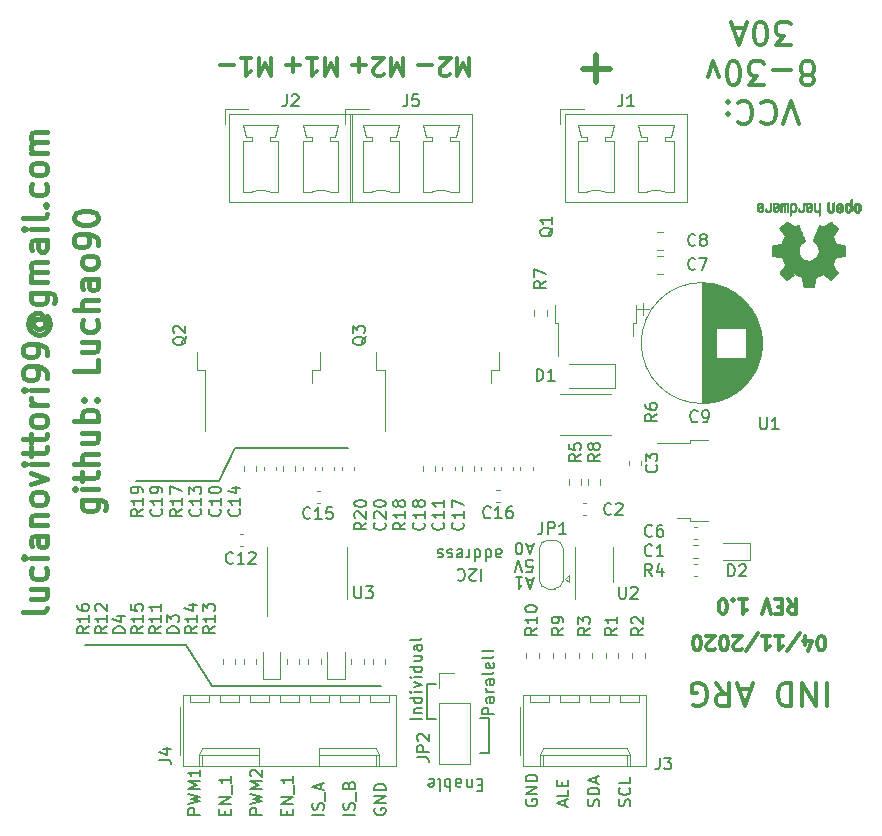
<source format=gbr>
%TF.GenerationSoftware,KiCad,Pcbnew,5.1.8-db9833491~87~ubuntu20.04.1*%
%TF.CreationDate,2020-11-15T00:24:13-03:00*%
%TF.ProjectId,dc_motor,64635f6d-6f74-46f7-922e-6b696361645f,Rev: 1.0*%
%TF.SameCoordinates,PX2dc6c00PY6cb8080*%
%TF.FileFunction,Legend,Top*%
%TF.FilePolarity,Positive*%
%FSLAX46Y46*%
G04 Gerber Fmt 4.6, Leading zero omitted, Abs format (unit mm)*
G04 Created by KiCad (PCBNEW 5.1.8-db9833491~87~ubuntu20.04.1) date 2020-11-15 00:24:13*
%MOMM*%
%LPD*%
G01*
G04 APERTURE LIST*
%ADD10C,0.150000*%
%ADD11C,0.350000*%
%ADD12C,0.400000*%
%ADD13C,0.300000*%
%ADD14C,0.500000*%
%ADD15C,0.120000*%
%ADD16C,0.010000*%
G04 APERTURE END LIST*
D10*
X20100000Y29400000D02*
X13000000Y29400000D01*
X21400000Y32200000D02*
X20100000Y29400000D01*
X31000000Y32200000D02*
X21400000Y32200000D01*
D11*
X71566666Y12304762D02*
X71566666Y10304762D01*
X70614285Y12304762D02*
X70614285Y10304762D01*
X69471428Y12304762D01*
X69471428Y10304762D01*
X68519047Y12304762D02*
X68519047Y10304762D01*
X68042857Y10304762D01*
X67757142Y10400000D01*
X67566666Y10590477D01*
X67471428Y10780953D01*
X67376190Y11161905D01*
X67376190Y11447620D01*
X67471428Y11828572D01*
X67566666Y12019048D01*
X67757142Y12209524D01*
X68042857Y12304762D01*
X68519047Y12304762D01*
X65090476Y11733334D02*
X64138095Y11733334D01*
X65280952Y12304762D02*
X64614285Y10304762D01*
X63947619Y12304762D01*
X62138095Y12304762D02*
X62804761Y11352381D01*
X63280952Y12304762D02*
X63280952Y10304762D01*
X62519047Y10304762D01*
X62328571Y10400000D01*
X62233333Y10495239D01*
X62138095Y10685715D01*
X62138095Y10971429D01*
X62233333Y11161905D01*
X62328571Y11257143D01*
X62519047Y11352381D01*
X63280952Y11352381D01*
X60233333Y10400000D02*
X60423809Y10304762D01*
X60709523Y10304762D01*
X60995238Y10400000D01*
X61185714Y10590477D01*
X61280952Y10780953D01*
X61376190Y11161905D01*
X61376190Y11447620D01*
X61280952Y11828572D01*
X61185714Y12019048D01*
X60995238Y12209524D01*
X60709523Y12304762D01*
X60519047Y12304762D01*
X60233333Y12209524D01*
X60138095Y12114286D01*
X60138095Y11447620D01*
X60519047Y11447620D01*
D10*
X46090476Y21702381D02*
X46566666Y21702381D01*
X46614285Y22178572D01*
X46566666Y22130953D01*
X46471428Y22083334D01*
X46233333Y22083334D01*
X46138095Y22130953D01*
X46090476Y22178572D01*
X46042857Y22273810D01*
X46042857Y22511905D01*
X46090476Y22607143D01*
X46138095Y22654762D01*
X46233333Y22702381D01*
X46471428Y22702381D01*
X46566666Y22654762D01*
X46614285Y22607143D01*
X45757142Y21702381D02*
X45423809Y22702381D01*
X45090476Y21702381D01*
X46614285Y23866667D02*
X46138095Y23866667D01*
X46709523Y24152381D02*
X46376190Y23152381D01*
X46042857Y24152381D01*
X45519047Y23152381D02*
X45423809Y23152381D01*
X45328571Y23200000D01*
X45280952Y23247620D01*
X45233333Y23342858D01*
X45185714Y23533334D01*
X45185714Y23771429D01*
X45233333Y23961905D01*
X45280952Y24057143D01*
X45328571Y24104762D01*
X45423809Y24152381D01*
X45519047Y24152381D01*
X45614285Y24104762D01*
X45661904Y24057143D01*
X45709523Y23961905D01*
X45757142Y23771429D01*
X45757142Y23533334D01*
X45709523Y23342858D01*
X45661904Y23247620D01*
X45614285Y23200000D01*
X45519047Y23152381D01*
X46614285Y20966667D02*
X46138095Y20966667D01*
X46709523Y21252381D02*
X46376190Y20252381D01*
X46042857Y21252381D01*
X45185714Y21252381D02*
X45757142Y21252381D01*
X45471428Y21252381D02*
X45471428Y20252381D01*
X45566666Y20395239D01*
X45661904Y20490477D01*
X45757142Y20538096D01*
X42276190Y21927381D02*
X42276190Y20927381D01*
X41847619Y21022620D02*
X41800000Y20975000D01*
X41704761Y20927381D01*
X41466666Y20927381D01*
X41371428Y20975000D01*
X41323809Y21022620D01*
X41276190Y21117858D01*
X41276190Y21213096D01*
X41323809Y21355953D01*
X41895238Y21927381D01*
X41276190Y21927381D01*
X40276190Y21832143D02*
X40323809Y21879762D01*
X40466666Y21927381D01*
X40561904Y21927381D01*
X40704761Y21879762D01*
X40800000Y21784524D01*
X40847619Y21689286D01*
X40895238Y21498810D01*
X40895238Y21355953D01*
X40847619Y21165477D01*
X40800000Y21070239D01*
X40704761Y20975000D01*
X40561904Y20927381D01*
X40466666Y20927381D01*
X40323809Y20975000D01*
X40276190Y21022620D01*
X43538095Y23577381D02*
X43538095Y23053572D01*
X43585714Y22958334D01*
X43680952Y22910715D01*
X43871428Y22910715D01*
X43966666Y22958334D01*
X43538095Y23529762D02*
X43633333Y23577381D01*
X43871428Y23577381D01*
X43966666Y23529762D01*
X44014285Y23434524D01*
X44014285Y23339286D01*
X43966666Y23244048D01*
X43871428Y23196429D01*
X43633333Y23196429D01*
X43538095Y23148810D01*
X42633333Y23577381D02*
X42633333Y22577381D01*
X42633333Y23529762D02*
X42728571Y23577381D01*
X42919047Y23577381D01*
X43014285Y23529762D01*
X43061904Y23482143D01*
X43109523Y23386905D01*
X43109523Y23101191D01*
X43061904Y23005953D01*
X43014285Y22958334D01*
X42919047Y22910715D01*
X42728571Y22910715D01*
X42633333Y22958334D01*
X41728571Y23577381D02*
X41728571Y22577381D01*
X41728571Y23529762D02*
X41823809Y23577381D01*
X42014285Y23577381D01*
X42109523Y23529762D01*
X42157142Y23482143D01*
X42204761Y23386905D01*
X42204761Y23101191D01*
X42157142Y23005953D01*
X42109523Y22958334D01*
X42014285Y22910715D01*
X41823809Y22910715D01*
X41728571Y22958334D01*
X41252380Y23577381D02*
X41252380Y22910715D01*
X41252380Y23101191D02*
X41204761Y23005953D01*
X41157142Y22958334D01*
X41061904Y22910715D01*
X40966666Y22910715D01*
X40252380Y23529762D02*
X40347619Y23577381D01*
X40538095Y23577381D01*
X40633333Y23529762D01*
X40680952Y23434524D01*
X40680952Y23053572D01*
X40633333Y22958334D01*
X40538095Y22910715D01*
X40347619Y22910715D01*
X40252380Y22958334D01*
X40204761Y23053572D01*
X40204761Y23148810D01*
X40680952Y23244048D01*
X39823809Y23529762D02*
X39728571Y23577381D01*
X39538095Y23577381D01*
X39442857Y23529762D01*
X39395238Y23434524D01*
X39395238Y23386905D01*
X39442857Y23291667D01*
X39538095Y23244048D01*
X39680952Y23244048D01*
X39776190Y23196429D01*
X39823809Y23101191D01*
X39823809Y23053572D01*
X39776190Y22958334D01*
X39680952Y22910715D01*
X39538095Y22910715D01*
X39442857Y22958334D01*
X39014285Y23529762D02*
X38919047Y23577381D01*
X38728571Y23577381D01*
X38633333Y23529762D01*
X38585714Y23434524D01*
X38585714Y23386905D01*
X38633333Y23291667D01*
X38728571Y23244048D01*
X38871428Y23244048D01*
X38966666Y23196429D01*
X39014285Y23101191D01*
X39014285Y23053572D01*
X38966666Y22958334D01*
X38871428Y22910715D01*
X38728571Y22910715D01*
X38633333Y22958334D01*
X42900000Y9300000D02*
X42200000Y9300000D01*
X42900000Y6300000D02*
X42200000Y6300000D01*
X42900000Y6300000D02*
X42900000Y9300000D01*
X37700000Y12200000D02*
X38400000Y12200000D01*
X37700000Y9200000D02*
X38400000Y9200000D01*
X37700000Y12200000D02*
X37700000Y9200000D01*
X43352380Y9609524D02*
X42352380Y9609524D01*
X42352380Y9990477D01*
X42400000Y10085715D01*
X42447619Y10133334D01*
X42542857Y10180953D01*
X42685714Y10180953D01*
X42780952Y10133334D01*
X42828571Y10085715D01*
X42876190Y9990477D01*
X42876190Y9609524D01*
X43352380Y11038096D02*
X42828571Y11038096D01*
X42733333Y10990477D01*
X42685714Y10895239D01*
X42685714Y10704762D01*
X42733333Y10609524D01*
X43304761Y11038096D02*
X43352380Y10942858D01*
X43352380Y10704762D01*
X43304761Y10609524D01*
X43209523Y10561905D01*
X43114285Y10561905D01*
X43019047Y10609524D01*
X42971428Y10704762D01*
X42971428Y10942858D01*
X42923809Y11038096D01*
X43352380Y11514286D02*
X42685714Y11514286D01*
X42876190Y11514286D02*
X42780952Y11561905D01*
X42733333Y11609524D01*
X42685714Y11704762D01*
X42685714Y11800000D01*
X43352380Y12561905D02*
X42828571Y12561905D01*
X42733333Y12514286D01*
X42685714Y12419048D01*
X42685714Y12228572D01*
X42733333Y12133334D01*
X43304761Y12561905D02*
X43352380Y12466667D01*
X43352380Y12228572D01*
X43304761Y12133334D01*
X43209523Y12085715D01*
X43114285Y12085715D01*
X43019047Y12133334D01*
X42971428Y12228572D01*
X42971428Y12466667D01*
X42923809Y12561905D01*
X43352380Y13180953D02*
X43304761Y13085715D01*
X43209523Y13038096D01*
X42352380Y13038096D01*
X43304761Y13942858D02*
X43352380Y13847620D01*
X43352380Y13657143D01*
X43304761Y13561905D01*
X43209523Y13514286D01*
X42828571Y13514286D01*
X42733333Y13561905D01*
X42685714Y13657143D01*
X42685714Y13847620D01*
X42733333Y13942858D01*
X42828571Y13990477D01*
X42923809Y13990477D01*
X43019047Y13514286D01*
X43352380Y14561905D02*
X43304761Y14466667D01*
X43209523Y14419048D01*
X42352380Y14419048D01*
X43352380Y15085715D02*
X43304761Y14990477D01*
X43209523Y14942858D01*
X42352380Y14942858D01*
X37252380Y9219048D02*
X36252380Y9219048D01*
X36585714Y9695239D02*
X37252380Y9695239D01*
X36680952Y9695239D02*
X36633333Y9742858D01*
X36585714Y9838096D01*
X36585714Y9980953D01*
X36633333Y10076191D01*
X36728571Y10123810D01*
X37252380Y10123810D01*
X37252380Y11028572D02*
X36252380Y11028572D01*
X37204761Y11028572D02*
X37252380Y10933334D01*
X37252380Y10742858D01*
X37204761Y10647620D01*
X37157142Y10600000D01*
X37061904Y10552381D01*
X36776190Y10552381D01*
X36680952Y10600000D01*
X36633333Y10647620D01*
X36585714Y10742858D01*
X36585714Y10933334D01*
X36633333Y11028572D01*
X37252380Y11504762D02*
X36585714Y11504762D01*
X36252380Y11504762D02*
X36300000Y11457143D01*
X36347619Y11504762D01*
X36300000Y11552381D01*
X36252380Y11504762D01*
X36347619Y11504762D01*
X36585714Y11885715D02*
X37252380Y12123810D01*
X36585714Y12361905D01*
X37252380Y12742858D02*
X36585714Y12742858D01*
X36252380Y12742858D02*
X36300000Y12695239D01*
X36347619Y12742858D01*
X36300000Y12790477D01*
X36252380Y12742858D01*
X36347619Y12742858D01*
X37252380Y13647620D02*
X36252380Y13647620D01*
X37204761Y13647620D02*
X37252380Y13552381D01*
X37252380Y13361905D01*
X37204761Y13266667D01*
X37157142Y13219048D01*
X37061904Y13171429D01*
X36776190Y13171429D01*
X36680952Y13219048D01*
X36633333Y13266667D01*
X36585714Y13361905D01*
X36585714Y13552381D01*
X36633333Y13647620D01*
X36585714Y14552381D02*
X37252380Y14552381D01*
X36585714Y14123810D02*
X37109523Y14123810D01*
X37204761Y14171429D01*
X37252380Y14266667D01*
X37252380Y14409524D01*
X37204761Y14504762D01*
X37157142Y14552381D01*
X37252380Y15457143D02*
X36728571Y15457143D01*
X36633333Y15409524D01*
X36585714Y15314286D01*
X36585714Y15123810D01*
X36633333Y15028572D01*
X37204761Y15457143D02*
X37252380Y15361905D01*
X37252380Y15123810D01*
X37204761Y15028572D01*
X37109523Y14980953D01*
X37014285Y14980953D01*
X36919047Y15028572D01*
X36871428Y15123810D01*
X36871428Y15361905D01*
X36823809Y15457143D01*
X37252380Y16076191D02*
X37204761Y15980953D01*
X37109523Y15933334D01*
X36252380Y15933334D01*
X42361904Y3628572D02*
X42028571Y3628572D01*
X41885714Y4152381D02*
X42361904Y4152381D01*
X42361904Y3152381D01*
X41885714Y3152381D01*
X41457142Y3485715D02*
X41457142Y4152381D01*
X41457142Y3580953D02*
X41409523Y3533334D01*
X41314285Y3485715D01*
X41171428Y3485715D01*
X41076190Y3533334D01*
X41028571Y3628572D01*
X41028571Y4152381D01*
X40123809Y4152381D02*
X40123809Y3628572D01*
X40171428Y3533334D01*
X40266666Y3485715D01*
X40457142Y3485715D01*
X40552380Y3533334D01*
X40123809Y4104762D02*
X40219047Y4152381D01*
X40457142Y4152381D01*
X40552380Y4104762D01*
X40600000Y4009524D01*
X40600000Y3914286D01*
X40552380Y3819048D01*
X40457142Y3771429D01*
X40219047Y3771429D01*
X40123809Y3723810D01*
X39647619Y4152381D02*
X39647619Y3152381D01*
X39647619Y3533334D02*
X39552380Y3485715D01*
X39361904Y3485715D01*
X39266666Y3533334D01*
X39219047Y3580953D01*
X39171428Y3676191D01*
X39171428Y3961905D01*
X39219047Y4057143D01*
X39266666Y4104762D01*
X39361904Y4152381D01*
X39552380Y4152381D01*
X39647619Y4104762D01*
X38600000Y4152381D02*
X38695238Y4104762D01*
X38742857Y4009524D01*
X38742857Y3152381D01*
X37838095Y4104762D02*
X37933333Y4152381D01*
X38123809Y4152381D01*
X38219047Y4104762D01*
X38266666Y4009524D01*
X38266666Y3628572D01*
X38219047Y3533334D01*
X38123809Y3485715D01*
X37933333Y3485715D01*
X37838095Y3533334D01*
X37790476Y3628572D01*
X37790476Y3723810D01*
X38266666Y3819048D01*
D12*
X5504761Y18600000D02*
X5409523Y18409524D01*
X5219047Y18314286D01*
X3504761Y18314286D01*
X4171428Y20219048D02*
X5504761Y20219048D01*
X4171428Y19361905D02*
X5219047Y19361905D01*
X5409523Y19457143D01*
X5504761Y19647620D01*
X5504761Y19933334D01*
X5409523Y20123810D01*
X5314285Y20219048D01*
X5409523Y22028572D02*
X5504761Y21838096D01*
X5504761Y21457143D01*
X5409523Y21266667D01*
X5314285Y21171429D01*
X5123809Y21076191D01*
X4552380Y21076191D01*
X4361904Y21171429D01*
X4266666Y21266667D01*
X4171428Y21457143D01*
X4171428Y21838096D01*
X4266666Y22028572D01*
X5504761Y22885715D02*
X4171428Y22885715D01*
X3504761Y22885715D02*
X3600000Y22790477D01*
X3695238Y22885715D01*
X3600000Y22980953D01*
X3504761Y22885715D01*
X3695238Y22885715D01*
X5504761Y24695239D02*
X4457142Y24695239D01*
X4266666Y24600000D01*
X4171428Y24409524D01*
X4171428Y24028572D01*
X4266666Y23838096D01*
X5409523Y24695239D02*
X5504761Y24504762D01*
X5504761Y24028572D01*
X5409523Y23838096D01*
X5219047Y23742858D01*
X5028571Y23742858D01*
X4838095Y23838096D01*
X4742857Y24028572D01*
X4742857Y24504762D01*
X4647619Y24695239D01*
X4171428Y25647620D02*
X5504761Y25647620D01*
X4361904Y25647620D02*
X4266666Y25742858D01*
X4171428Y25933334D01*
X4171428Y26219048D01*
X4266666Y26409524D01*
X4457142Y26504762D01*
X5504761Y26504762D01*
X5504761Y27742858D02*
X5409523Y27552381D01*
X5314285Y27457143D01*
X5123809Y27361905D01*
X4552380Y27361905D01*
X4361904Y27457143D01*
X4266666Y27552381D01*
X4171428Y27742858D01*
X4171428Y28028572D01*
X4266666Y28219048D01*
X4361904Y28314286D01*
X4552380Y28409524D01*
X5123809Y28409524D01*
X5314285Y28314286D01*
X5409523Y28219048D01*
X5504761Y28028572D01*
X5504761Y27742858D01*
X4171428Y29076191D02*
X5504761Y29552381D01*
X4171428Y30028572D01*
X5504761Y30790477D02*
X4171428Y30790477D01*
X3504761Y30790477D02*
X3600000Y30695239D01*
X3695238Y30790477D01*
X3600000Y30885715D01*
X3504761Y30790477D01*
X3695238Y30790477D01*
X4171428Y31457143D02*
X4171428Y32219048D01*
X3504761Y31742858D02*
X5219047Y31742858D01*
X5409523Y31838096D01*
X5504761Y32028572D01*
X5504761Y32219048D01*
X4171428Y32600000D02*
X4171428Y33361905D01*
X3504761Y32885715D02*
X5219047Y32885715D01*
X5409523Y32980953D01*
X5504761Y33171429D01*
X5504761Y33361905D01*
X5504761Y34314286D02*
X5409523Y34123810D01*
X5314285Y34028572D01*
X5123809Y33933334D01*
X4552380Y33933334D01*
X4361904Y34028572D01*
X4266666Y34123810D01*
X4171428Y34314286D01*
X4171428Y34600000D01*
X4266666Y34790477D01*
X4361904Y34885715D01*
X4552380Y34980953D01*
X5123809Y34980953D01*
X5314285Y34885715D01*
X5409523Y34790477D01*
X5504761Y34600000D01*
X5504761Y34314286D01*
X5504761Y35838096D02*
X4171428Y35838096D01*
X4552380Y35838096D02*
X4361904Y35933334D01*
X4266666Y36028572D01*
X4171428Y36219048D01*
X4171428Y36409524D01*
X5504761Y37076191D02*
X4171428Y37076191D01*
X3504761Y37076191D02*
X3600000Y36980953D01*
X3695238Y37076191D01*
X3600000Y37171429D01*
X3504761Y37076191D01*
X3695238Y37076191D01*
X5504761Y38123810D02*
X5504761Y38504762D01*
X5409523Y38695239D01*
X5314285Y38790477D01*
X5028571Y38980953D01*
X4647619Y39076191D01*
X3885714Y39076191D01*
X3695238Y38980953D01*
X3600000Y38885715D01*
X3504761Y38695239D01*
X3504761Y38314286D01*
X3600000Y38123810D01*
X3695238Y38028572D01*
X3885714Y37933334D01*
X4361904Y37933334D01*
X4552380Y38028572D01*
X4647619Y38123810D01*
X4742857Y38314286D01*
X4742857Y38695239D01*
X4647619Y38885715D01*
X4552380Y38980953D01*
X4361904Y39076191D01*
X5504761Y40028572D02*
X5504761Y40409524D01*
X5409523Y40600000D01*
X5314285Y40695239D01*
X5028571Y40885715D01*
X4647619Y40980953D01*
X3885714Y40980953D01*
X3695238Y40885715D01*
X3600000Y40790477D01*
X3504761Y40600000D01*
X3504761Y40219048D01*
X3600000Y40028572D01*
X3695238Y39933334D01*
X3885714Y39838096D01*
X4361904Y39838096D01*
X4552380Y39933334D01*
X4647619Y40028572D01*
X4742857Y40219048D01*
X4742857Y40600000D01*
X4647619Y40790477D01*
X4552380Y40885715D01*
X4361904Y40980953D01*
X4552380Y43076191D02*
X4457142Y42980953D01*
X4361904Y42790477D01*
X4361904Y42600000D01*
X4457142Y42409524D01*
X4552380Y42314286D01*
X4742857Y42219048D01*
X4933333Y42219048D01*
X5123809Y42314286D01*
X5219047Y42409524D01*
X5314285Y42600000D01*
X5314285Y42790477D01*
X5219047Y42980953D01*
X5123809Y43076191D01*
X4361904Y43076191D02*
X5123809Y43076191D01*
X5219047Y43171429D01*
X5219047Y43266667D01*
X5123809Y43457143D01*
X4933333Y43552381D01*
X4457142Y43552381D01*
X4171428Y43361905D01*
X3980952Y43076191D01*
X3885714Y42695239D01*
X3980952Y42314286D01*
X4171428Y42028572D01*
X4457142Y41838096D01*
X4838095Y41742858D01*
X5219047Y41838096D01*
X5504761Y42028572D01*
X5695238Y42314286D01*
X5790476Y42695239D01*
X5695238Y43076191D01*
X5504761Y43361905D01*
X4171428Y45266667D02*
X5790476Y45266667D01*
X5980952Y45171429D01*
X6076190Y45076191D01*
X6171428Y44885715D01*
X6171428Y44600000D01*
X6076190Y44409524D01*
X5409523Y45266667D02*
X5504761Y45076191D01*
X5504761Y44695239D01*
X5409523Y44504762D01*
X5314285Y44409524D01*
X5123809Y44314286D01*
X4552380Y44314286D01*
X4361904Y44409524D01*
X4266666Y44504762D01*
X4171428Y44695239D01*
X4171428Y45076191D01*
X4266666Y45266667D01*
X5504761Y46219048D02*
X4171428Y46219048D01*
X4361904Y46219048D02*
X4266666Y46314286D01*
X4171428Y46504762D01*
X4171428Y46790477D01*
X4266666Y46980953D01*
X4457142Y47076191D01*
X5504761Y47076191D01*
X4457142Y47076191D02*
X4266666Y47171429D01*
X4171428Y47361905D01*
X4171428Y47647620D01*
X4266666Y47838096D01*
X4457142Y47933334D01*
X5504761Y47933334D01*
X5504761Y49742858D02*
X4457142Y49742858D01*
X4266666Y49647620D01*
X4171428Y49457143D01*
X4171428Y49076191D01*
X4266666Y48885715D01*
X5409523Y49742858D02*
X5504761Y49552381D01*
X5504761Y49076191D01*
X5409523Y48885715D01*
X5219047Y48790477D01*
X5028571Y48790477D01*
X4838095Y48885715D01*
X4742857Y49076191D01*
X4742857Y49552381D01*
X4647619Y49742858D01*
X5504761Y50695239D02*
X4171428Y50695239D01*
X3504761Y50695239D02*
X3600000Y50600000D01*
X3695238Y50695239D01*
X3600000Y50790477D01*
X3504761Y50695239D01*
X3695238Y50695239D01*
X5504761Y51933334D02*
X5409523Y51742858D01*
X5219047Y51647620D01*
X3504761Y51647620D01*
X5314285Y52695239D02*
X5409523Y52790477D01*
X5504761Y52695239D01*
X5409523Y52600000D01*
X5314285Y52695239D01*
X5504761Y52695239D01*
X5409523Y54504762D02*
X5504761Y54314286D01*
X5504761Y53933334D01*
X5409523Y53742858D01*
X5314285Y53647620D01*
X5123809Y53552381D01*
X4552380Y53552381D01*
X4361904Y53647620D01*
X4266666Y53742858D01*
X4171428Y53933334D01*
X4171428Y54314286D01*
X4266666Y54504762D01*
X5504761Y55647620D02*
X5409523Y55457143D01*
X5314285Y55361905D01*
X5123809Y55266667D01*
X4552380Y55266667D01*
X4361904Y55361905D01*
X4266666Y55457143D01*
X4171428Y55647620D01*
X4171428Y55933334D01*
X4266666Y56123810D01*
X4361904Y56219048D01*
X4552380Y56314286D01*
X5123809Y56314286D01*
X5314285Y56219048D01*
X5409523Y56123810D01*
X5504761Y55933334D01*
X5504761Y55647620D01*
X5504761Y57171429D02*
X4171428Y57171429D01*
X4361904Y57171429D02*
X4266666Y57266667D01*
X4171428Y57457143D01*
X4171428Y57742858D01*
X4266666Y57933334D01*
X4457142Y58028572D01*
X5504761Y58028572D01*
X4457142Y58028572D02*
X4266666Y58123810D01*
X4171428Y58314286D01*
X4171428Y58600000D01*
X4266666Y58790477D01*
X4457142Y58885715D01*
X5504761Y58885715D01*
X8471428Y27738096D02*
X10090476Y27738096D01*
X10280952Y27642858D01*
X10376190Y27547620D01*
X10471428Y27357143D01*
X10471428Y27071429D01*
X10376190Y26880953D01*
X9709523Y27738096D02*
X9804761Y27547620D01*
X9804761Y27166667D01*
X9709523Y26976191D01*
X9614285Y26880953D01*
X9423809Y26785715D01*
X8852380Y26785715D01*
X8661904Y26880953D01*
X8566666Y26976191D01*
X8471428Y27166667D01*
X8471428Y27547620D01*
X8566666Y27738096D01*
X9804761Y28690477D02*
X8471428Y28690477D01*
X7804761Y28690477D02*
X7900000Y28595239D01*
X7995238Y28690477D01*
X7900000Y28785715D01*
X7804761Y28690477D01*
X7995238Y28690477D01*
X8471428Y29357143D02*
X8471428Y30119048D01*
X7804761Y29642858D02*
X9519047Y29642858D01*
X9709523Y29738096D01*
X9804761Y29928572D01*
X9804761Y30119048D01*
X9804761Y30785715D02*
X7804761Y30785715D01*
X9804761Y31642858D02*
X8757142Y31642858D01*
X8566666Y31547620D01*
X8471428Y31357143D01*
X8471428Y31071429D01*
X8566666Y30880953D01*
X8661904Y30785715D01*
X8471428Y33452381D02*
X9804761Y33452381D01*
X8471428Y32595239D02*
X9519047Y32595239D01*
X9709523Y32690477D01*
X9804761Y32880953D01*
X9804761Y33166667D01*
X9709523Y33357143D01*
X9614285Y33452381D01*
X9804761Y34404762D02*
X7804761Y34404762D01*
X8566666Y34404762D02*
X8471428Y34595239D01*
X8471428Y34976191D01*
X8566666Y35166667D01*
X8661904Y35261905D01*
X8852380Y35357143D01*
X9423809Y35357143D01*
X9614285Y35261905D01*
X9709523Y35166667D01*
X9804761Y34976191D01*
X9804761Y34595239D01*
X9709523Y34404762D01*
X9614285Y36214286D02*
X9709523Y36309524D01*
X9804761Y36214286D01*
X9709523Y36119048D01*
X9614285Y36214286D01*
X9804761Y36214286D01*
X8566666Y36214286D02*
X8661904Y36309524D01*
X8757142Y36214286D01*
X8661904Y36119048D01*
X8566666Y36214286D01*
X8757142Y36214286D01*
X9804761Y39642858D02*
X9804761Y38690477D01*
X7804761Y38690477D01*
X8471428Y41166667D02*
X9804761Y41166667D01*
X8471428Y40309524D02*
X9519047Y40309524D01*
X9709523Y40404762D01*
X9804761Y40595239D01*
X9804761Y40880953D01*
X9709523Y41071429D01*
X9614285Y41166667D01*
X9709523Y42976191D02*
X9804761Y42785715D01*
X9804761Y42404762D01*
X9709523Y42214286D01*
X9614285Y42119048D01*
X9423809Y42023810D01*
X8852380Y42023810D01*
X8661904Y42119048D01*
X8566666Y42214286D01*
X8471428Y42404762D01*
X8471428Y42785715D01*
X8566666Y42976191D01*
X9804761Y43833334D02*
X7804761Y43833334D01*
X9804761Y44690477D02*
X8757142Y44690477D01*
X8566666Y44595239D01*
X8471428Y44404762D01*
X8471428Y44119048D01*
X8566666Y43928572D01*
X8661904Y43833334D01*
X9804761Y46500000D02*
X8757142Y46500000D01*
X8566666Y46404762D01*
X8471428Y46214286D01*
X8471428Y45833334D01*
X8566666Y45642858D01*
X9709523Y46500000D02*
X9804761Y46309524D01*
X9804761Y45833334D01*
X9709523Y45642858D01*
X9519047Y45547620D01*
X9328571Y45547620D01*
X9138095Y45642858D01*
X9042857Y45833334D01*
X9042857Y46309524D01*
X8947619Y46500000D01*
X9804761Y47738096D02*
X9709523Y47547620D01*
X9614285Y47452381D01*
X9423809Y47357143D01*
X8852380Y47357143D01*
X8661904Y47452381D01*
X8566666Y47547620D01*
X8471428Y47738096D01*
X8471428Y48023810D01*
X8566666Y48214286D01*
X8661904Y48309524D01*
X8852380Y48404762D01*
X9423809Y48404762D01*
X9614285Y48309524D01*
X9709523Y48214286D01*
X9804761Y48023810D01*
X9804761Y47738096D01*
X9804761Y49357143D02*
X9804761Y49738096D01*
X9709523Y49928572D01*
X9614285Y50023810D01*
X9328571Y50214286D01*
X8947619Y50309524D01*
X8185714Y50309524D01*
X7995238Y50214286D01*
X7900000Y50119048D01*
X7804761Y49928572D01*
X7804761Y49547620D01*
X7900000Y49357143D01*
X7995238Y49261905D01*
X8185714Y49166667D01*
X8661904Y49166667D01*
X8852380Y49261905D01*
X8947619Y49357143D01*
X9042857Y49547620D01*
X9042857Y49928572D01*
X8947619Y50119048D01*
X8852380Y50214286D01*
X8661904Y50309524D01*
X7804761Y51547620D02*
X7804761Y51738096D01*
X7900000Y51928572D01*
X7995238Y52023810D01*
X8185714Y52119048D01*
X8566666Y52214286D01*
X9042857Y52214286D01*
X9423809Y52119048D01*
X9614285Y52023810D01*
X9709523Y51928572D01*
X9804761Y51738096D01*
X9804761Y51547620D01*
X9709523Y51357143D01*
X9614285Y51261905D01*
X9423809Y51166667D01*
X9042857Y51071429D01*
X8566666Y51071429D01*
X8185714Y51166667D01*
X7995238Y51261905D01*
X7900000Y51357143D01*
X7804761Y51547620D01*
D13*
X68271428Y19342858D02*
X68671428Y18771429D01*
X68957142Y19342858D02*
X68957142Y18142858D01*
X68500000Y18142858D01*
X68385714Y18200000D01*
X68328571Y18257143D01*
X68271428Y18371429D01*
X68271428Y18542858D01*
X68328571Y18657143D01*
X68385714Y18714286D01*
X68500000Y18771429D01*
X68957142Y18771429D01*
X67757142Y18714286D02*
X67357142Y18714286D01*
X67185714Y19342858D02*
X67757142Y19342858D01*
X67757142Y18142858D01*
X67185714Y18142858D01*
X66842857Y18142858D02*
X66442857Y19342858D01*
X66042857Y18142858D01*
X64100000Y19342858D02*
X64785714Y19342858D01*
X64442857Y19342858D02*
X64442857Y18142858D01*
X64557142Y18314286D01*
X64671428Y18428572D01*
X64785714Y18485715D01*
X63585714Y19228572D02*
X63528571Y19285715D01*
X63585714Y19342858D01*
X63642857Y19285715D01*
X63585714Y19228572D01*
X63585714Y19342858D01*
X62785714Y18142858D02*
X62671428Y18142858D01*
X62557142Y18200000D01*
X62500000Y18257143D01*
X62442857Y18371429D01*
X62385714Y18600000D01*
X62385714Y18885715D01*
X62442857Y19114286D01*
X62500000Y19228572D01*
X62557142Y19285715D01*
X62671428Y19342858D01*
X62785714Y19342858D01*
X62900000Y19285715D01*
X62957142Y19228572D01*
X63014285Y19114286D01*
X63071428Y18885715D01*
X63071428Y18600000D01*
X63014285Y18371429D01*
X62957142Y18257143D01*
X62900000Y18200000D01*
X62785714Y18142858D01*
X71114285Y15042858D02*
X71000000Y15042858D01*
X70885714Y15100000D01*
X70828571Y15157143D01*
X70771428Y15271429D01*
X70714285Y15500000D01*
X70714285Y15785715D01*
X70771428Y16014286D01*
X70828571Y16128572D01*
X70885714Y16185715D01*
X71000000Y16242858D01*
X71114285Y16242858D01*
X71228571Y16185715D01*
X71285714Y16128572D01*
X71342857Y16014286D01*
X71400000Y15785715D01*
X71400000Y15500000D01*
X71342857Y15271429D01*
X71285714Y15157143D01*
X71228571Y15100000D01*
X71114285Y15042858D01*
X69685714Y15442858D02*
X69685714Y16242858D01*
X69971428Y14985715D02*
X70257142Y15842858D01*
X69514285Y15842858D01*
X68200000Y14985715D02*
X69228571Y16528572D01*
X67171428Y16242858D02*
X67857142Y16242858D01*
X67514285Y16242858D02*
X67514285Y15042858D01*
X67628571Y15214286D01*
X67742857Y15328572D01*
X67857142Y15385715D01*
X66028571Y16242858D02*
X66714285Y16242858D01*
X66371428Y16242858D02*
X66371428Y15042858D01*
X66485714Y15214286D01*
X66600000Y15328572D01*
X66714285Y15385715D01*
X64657142Y14985715D02*
X65685714Y16528572D01*
X64314285Y15157143D02*
X64257142Y15100000D01*
X64142857Y15042858D01*
X63857142Y15042858D01*
X63742857Y15100000D01*
X63685714Y15157143D01*
X63628571Y15271429D01*
X63628571Y15385715D01*
X63685714Y15557143D01*
X64371428Y16242858D01*
X63628571Y16242858D01*
X62885714Y15042858D02*
X62771428Y15042858D01*
X62657142Y15100000D01*
X62600000Y15157143D01*
X62542857Y15271429D01*
X62485714Y15500000D01*
X62485714Y15785715D01*
X62542857Y16014286D01*
X62600000Y16128572D01*
X62657142Y16185715D01*
X62771428Y16242858D01*
X62885714Y16242858D01*
X63000000Y16185715D01*
X63057142Y16128572D01*
X63114285Y16014286D01*
X63171428Y15785715D01*
X63171428Y15500000D01*
X63114285Y15271429D01*
X63057142Y15157143D01*
X63000000Y15100000D01*
X62885714Y15042858D01*
X62028571Y15157143D02*
X61971428Y15100000D01*
X61857142Y15042858D01*
X61571428Y15042858D01*
X61457142Y15100000D01*
X61400000Y15157143D01*
X61342857Y15271429D01*
X61342857Y15385715D01*
X61400000Y15557143D01*
X62085714Y16242858D01*
X61342857Y16242858D01*
X60600000Y15042858D02*
X60485714Y15042858D01*
X60371428Y15100000D01*
X60314285Y15157143D01*
X60257142Y15271429D01*
X60200000Y15500000D01*
X60200000Y15785715D01*
X60257142Y16014286D01*
X60314285Y16128572D01*
X60371428Y16185715D01*
X60485714Y16242858D01*
X60600000Y16242858D01*
X60714285Y16185715D01*
X60771428Y16128572D01*
X60828571Y16014286D01*
X60885714Y15785715D01*
X60885714Y15500000D01*
X60828571Y15271429D01*
X60771428Y15157143D01*
X60714285Y15100000D01*
X60600000Y15042858D01*
D10*
X49366666Y1830953D02*
X49366666Y2307144D01*
X49652380Y1735715D02*
X48652380Y2069049D01*
X49652380Y2402382D01*
X49652380Y3211906D02*
X49652380Y2735715D01*
X48652380Y2735715D01*
X49128571Y3545239D02*
X49128571Y3878572D01*
X49652380Y4021430D02*
X49652380Y3545239D01*
X48652380Y3545239D01*
X48652380Y4021430D01*
X52229761Y1830954D02*
X52277380Y1973811D01*
X52277380Y2211906D01*
X52229761Y2307144D01*
X52182142Y2354763D01*
X52086904Y2402382D01*
X51991666Y2402382D01*
X51896428Y2354763D01*
X51848809Y2307144D01*
X51801190Y2211906D01*
X51753571Y2021430D01*
X51705952Y1926192D01*
X51658333Y1878573D01*
X51563095Y1830954D01*
X51467857Y1830954D01*
X51372619Y1878573D01*
X51325000Y1926192D01*
X51277380Y2021430D01*
X51277380Y2259525D01*
X51325000Y2402382D01*
X52277380Y2830954D02*
X51277380Y2830954D01*
X51277380Y3069049D01*
X51325000Y3211906D01*
X51420238Y3307144D01*
X51515476Y3354763D01*
X51705952Y3402382D01*
X51848809Y3402382D01*
X52039285Y3354763D01*
X52134523Y3307144D01*
X52229761Y3211906D01*
X52277380Y3069049D01*
X52277380Y2830954D01*
X51991666Y3783335D02*
X51991666Y4259525D01*
X52277380Y3688097D02*
X51277380Y4021430D01*
X52277380Y4354763D01*
X54854761Y1830953D02*
X54902380Y1973810D01*
X54902380Y2211906D01*
X54854761Y2307144D01*
X54807142Y2354763D01*
X54711904Y2402382D01*
X54616666Y2402382D01*
X54521428Y2354763D01*
X54473809Y2307144D01*
X54426190Y2211906D01*
X54378571Y2021429D01*
X54330952Y1926191D01*
X54283333Y1878572D01*
X54188095Y1830953D01*
X54092857Y1830953D01*
X53997619Y1878572D01*
X53950000Y1926191D01*
X53902380Y2021429D01*
X53902380Y2259525D01*
X53950000Y2402382D01*
X54807142Y3402382D02*
X54854761Y3354763D01*
X54902380Y3211906D01*
X54902380Y3116668D01*
X54854761Y2973810D01*
X54759523Y2878572D01*
X54664285Y2830953D01*
X54473809Y2783334D01*
X54330952Y2783334D01*
X54140476Y2830953D01*
X54045238Y2878572D01*
X53950000Y2973810D01*
X53902380Y3116668D01*
X53902380Y3211906D01*
X53950000Y3354763D01*
X53997619Y3402382D01*
X54902380Y4307144D02*
X54902380Y3830953D01*
X53902380Y3830953D01*
X46075000Y2402382D02*
X46027380Y2307144D01*
X46027380Y2164286D01*
X46075000Y2021429D01*
X46170238Y1926191D01*
X46265476Y1878572D01*
X46455952Y1830953D01*
X46598809Y1830953D01*
X46789285Y1878572D01*
X46884523Y1926191D01*
X46979761Y2021429D01*
X47027380Y2164286D01*
X47027380Y2259525D01*
X46979761Y2402382D01*
X46932142Y2450001D01*
X46598809Y2450001D01*
X46598809Y2259525D01*
X47027380Y2878572D02*
X46027380Y2878572D01*
X47027380Y3450001D01*
X46027380Y3450001D01*
X47027380Y3926191D02*
X46027380Y3926191D01*
X46027380Y4164286D01*
X46075000Y4307144D01*
X46170238Y4402382D01*
X46265476Y4450001D01*
X46455952Y4497620D01*
X46598809Y4497620D01*
X46789285Y4450001D01*
X46884523Y4402382D01*
X46979761Y4307144D01*
X47027380Y4164286D01*
X47027380Y3926191D01*
X33250000Y1642858D02*
X33202380Y1547620D01*
X33202380Y1404762D01*
X33250000Y1261905D01*
X33345238Y1166667D01*
X33440476Y1119048D01*
X33630952Y1071429D01*
X33773809Y1071429D01*
X33964285Y1119048D01*
X34059523Y1166667D01*
X34154761Y1261905D01*
X34202380Y1404762D01*
X34202380Y1500001D01*
X34154761Y1642858D01*
X34107142Y1690477D01*
X33773809Y1690477D01*
X33773809Y1500001D01*
X34202380Y2119048D02*
X33202380Y2119048D01*
X34202380Y2690477D01*
X33202380Y2690477D01*
X34202380Y3166667D02*
X33202380Y3166667D01*
X33202380Y3404762D01*
X33250000Y3547620D01*
X33345238Y3642858D01*
X33440476Y3690477D01*
X33630952Y3738096D01*
X33773809Y3738096D01*
X33964285Y3690477D01*
X34059523Y3642858D01*
X34154761Y3547620D01*
X34202380Y3404762D01*
X34202380Y3166667D01*
X31577380Y1119049D02*
X30577380Y1119049D01*
X31529761Y1547620D02*
X31577380Y1690477D01*
X31577380Y1928572D01*
X31529761Y2023811D01*
X31482142Y2071430D01*
X31386904Y2119049D01*
X31291666Y2119049D01*
X31196428Y2071430D01*
X31148809Y2023811D01*
X31101190Y1928572D01*
X31053571Y1738096D01*
X31005952Y1642858D01*
X30958333Y1595239D01*
X30863095Y1547620D01*
X30767857Y1547620D01*
X30672619Y1595239D01*
X30625000Y1642858D01*
X30577380Y1738096D01*
X30577380Y1976191D01*
X30625000Y2119049D01*
X31672619Y2309525D02*
X31672619Y3071430D01*
X31053571Y3642858D02*
X31101190Y3785715D01*
X31148809Y3833334D01*
X31244047Y3880953D01*
X31386904Y3880953D01*
X31482142Y3833334D01*
X31529761Y3785715D01*
X31577380Y3690477D01*
X31577380Y3309525D01*
X30577380Y3309525D01*
X30577380Y3642858D01*
X30625000Y3738096D01*
X30672619Y3785715D01*
X30767857Y3833334D01*
X30863095Y3833334D01*
X30958333Y3785715D01*
X31005952Y3738096D01*
X31053571Y3642858D01*
X31053571Y3309525D01*
X28952380Y1119048D02*
X27952380Y1119048D01*
X28904761Y1547620D02*
X28952380Y1690477D01*
X28952380Y1928572D01*
X28904761Y2023810D01*
X28857142Y2071429D01*
X28761904Y2119048D01*
X28666666Y2119048D01*
X28571428Y2071429D01*
X28523809Y2023810D01*
X28476190Y1928572D01*
X28428571Y1738096D01*
X28380952Y1642858D01*
X28333333Y1595239D01*
X28238095Y1547620D01*
X28142857Y1547620D01*
X28047619Y1595239D01*
X28000000Y1642858D01*
X27952380Y1738096D01*
X27952380Y1976191D01*
X28000000Y2119048D01*
X29047619Y2309524D02*
X29047619Y3071429D01*
X28666666Y3261905D02*
X28666666Y3738096D01*
X28952380Y3166667D02*
X27952380Y3500001D01*
X28952380Y3833334D01*
X25803571Y1119048D02*
X25803571Y1452382D01*
X26327380Y1595239D02*
X26327380Y1119048D01*
X25327380Y1119048D01*
X25327380Y1595239D01*
X26327380Y2023810D02*
X25327380Y2023810D01*
X26327380Y2595239D01*
X25327380Y2595239D01*
X26422619Y2833334D02*
X26422619Y3595239D01*
X26327380Y4357144D02*
X26327380Y3785715D01*
X26327380Y4071429D02*
X25327380Y4071429D01*
X25470238Y3976191D01*
X25565476Y3880953D01*
X25613095Y3785715D01*
X23702380Y1119048D02*
X22702380Y1119048D01*
X22702380Y1500000D01*
X22750000Y1595239D01*
X22797619Y1642858D01*
X22892857Y1690477D01*
X23035714Y1690477D01*
X23130952Y1642858D01*
X23178571Y1595239D01*
X23226190Y1500000D01*
X23226190Y1119048D01*
X22702380Y2023810D02*
X23702380Y2261905D01*
X22988095Y2452381D01*
X23702380Y2642858D01*
X22702380Y2880953D01*
X23702380Y3261905D02*
X22702380Y3261905D01*
X23416666Y3595239D01*
X22702380Y3928572D01*
X23702380Y3928572D01*
X22797619Y4357143D02*
X22750000Y4404762D01*
X22702380Y4500000D01*
X22702380Y4738096D01*
X22750000Y4833334D01*
X22797619Y4880953D01*
X22892857Y4928572D01*
X22988095Y4928572D01*
X23130952Y4880953D01*
X23702380Y4309524D01*
X23702380Y4928572D01*
X20553571Y1119048D02*
X20553571Y1452382D01*
X21077380Y1595239D02*
X21077380Y1119048D01*
X20077380Y1119048D01*
X20077380Y1595239D01*
X21077380Y2023810D02*
X20077380Y2023810D01*
X21077380Y2595239D01*
X20077380Y2595239D01*
X21172619Y2833334D02*
X21172619Y3595239D01*
X21077380Y4357144D02*
X21077380Y3785715D01*
X21077380Y4071429D02*
X20077380Y4071429D01*
X20220238Y3976191D01*
X20315476Y3880953D01*
X20363095Y3785715D01*
X18452380Y1119048D02*
X17452380Y1119048D01*
X17452380Y1500000D01*
X17500000Y1595239D01*
X17547619Y1642858D01*
X17642857Y1690477D01*
X17785714Y1690477D01*
X17880952Y1642858D01*
X17928571Y1595239D01*
X17976190Y1500000D01*
X17976190Y1119048D01*
X17452380Y2023810D02*
X18452380Y2261905D01*
X17738095Y2452381D01*
X18452380Y2642858D01*
X17452380Y2880953D01*
X18452380Y3261905D02*
X17452380Y3261905D01*
X18166666Y3595239D01*
X17452380Y3928572D01*
X18452380Y3928572D01*
X18452380Y4928572D02*
X18452380Y4357143D01*
X18452380Y4642858D02*
X17452380Y4642858D01*
X17595238Y4547620D01*
X17690476Y4452381D01*
X17738095Y4357143D01*
D13*
X41242857Y65178572D02*
X41242857Y63678572D01*
X40742857Y64750000D01*
X40242857Y63678572D01*
X40242857Y65178572D01*
X39600000Y63821429D02*
X39528571Y63750000D01*
X39385714Y63678572D01*
X39028571Y63678572D01*
X38885714Y63750000D01*
X38814285Y63821429D01*
X38742857Y63964286D01*
X38742857Y64107143D01*
X38814285Y64321429D01*
X39671428Y65178572D01*
X38742857Y65178572D01*
X38100000Y64607143D02*
X36957142Y64607143D01*
X35642857Y65178572D02*
X35642857Y63678572D01*
X35142857Y64750000D01*
X34642857Y63678572D01*
X34642857Y65178572D01*
X34000000Y63821429D02*
X33928571Y63750000D01*
X33785714Y63678572D01*
X33428571Y63678572D01*
X33285714Y63750000D01*
X33214285Y63821429D01*
X33142857Y63964286D01*
X33142857Y64107143D01*
X33214285Y64321429D01*
X34071428Y65178572D01*
X33142857Y65178572D01*
X32500000Y64607143D02*
X31357142Y64607143D01*
X31928571Y65178572D02*
X31928571Y64035715D01*
X30042857Y65178572D02*
X30042857Y63678572D01*
X29542857Y64750000D01*
X29042857Y63678572D01*
X29042857Y65178572D01*
X27542857Y65178572D02*
X28400000Y65178572D01*
X27971428Y65178572D02*
X27971428Y63678572D01*
X28114285Y63892858D01*
X28257142Y64035715D01*
X28400000Y64107143D01*
X26900000Y64607143D02*
X25757142Y64607143D01*
X26328571Y65178572D02*
X26328571Y64035715D01*
X24442857Y65178572D02*
X24442857Y63678572D01*
X23942857Y64750000D01*
X23442857Y63678572D01*
X23442857Y65178572D01*
X21942857Y65178572D02*
X22800000Y65178572D01*
X22371428Y65178572D02*
X22371428Y63678572D01*
X22514285Y63892858D01*
X22657142Y64035715D01*
X22800000Y64107143D01*
X21300000Y64607143D02*
X20157142Y64607143D01*
D11*
X69142857Y59554762D02*
X68476190Y61554762D01*
X67809523Y59554762D01*
X66000000Y61364286D02*
X66095238Y61459524D01*
X66380952Y61554762D01*
X66571428Y61554762D01*
X66857142Y61459524D01*
X67047619Y61269048D01*
X67142857Y61078572D01*
X67238095Y60697620D01*
X67238095Y60411905D01*
X67142857Y60030953D01*
X67047619Y59840477D01*
X66857142Y59650000D01*
X66571428Y59554762D01*
X66380952Y59554762D01*
X66095238Y59650000D01*
X66000000Y59745239D01*
X64000000Y61364286D02*
X64095238Y61459524D01*
X64380952Y61554762D01*
X64571428Y61554762D01*
X64857142Y61459524D01*
X65047619Y61269048D01*
X65142857Y61078572D01*
X65238095Y60697620D01*
X65238095Y60411905D01*
X65142857Y60030953D01*
X65047619Y59840477D01*
X64857142Y59650000D01*
X64571428Y59554762D01*
X64380952Y59554762D01*
X64095238Y59650000D01*
X64000000Y59745239D01*
X63142857Y61364286D02*
X63047619Y61459524D01*
X63142857Y61554762D01*
X63238095Y61459524D01*
X63142857Y61364286D01*
X63142857Y61554762D01*
X63142857Y60316667D02*
X63047619Y60411905D01*
X63142857Y60507143D01*
X63238095Y60411905D01*
X63142857Y60316667D01*
X63142857Y60507143D01*
X70095238Y63761905D02*
X70285714Y63666667D01*
X70380952Y63571429D01*
X70476190Y63380953D01*
X70476190Y63285715D01*
X70380952Y63095239D01*
X70285714Y63000000D01*
X70095238Y62904762D01*
X69714285Y62904762D01*
X69523809Y63000000D01*
X69428571Y63095239D01*
X69333333Y63285715D01*
X69333333Y63380953D01*
X69428571Y63571429D01*
X69523809Y63666667D01*
X69714285Y63761905D01*
X70095238Y63761905D01*
X70285714Y63857143D01*
X70380952Y63952381D01*
X70476190Y64142858D01*
X70476190Y64523810D01*
X70380952Y64714286D01*
X70285714Y64809524D01*
X70095238Y64904762D01*
X69714285Y64904762D01*
X69523809Y64809524D01*
X69428571Y64714286D01*
X69333333Y64523810D01*
X69333333Y64142858D01*
X69428571Y63952381D01*
X69523809Y63857143D01*
X69714285Y63761905D01*
X68476190Y64142858D02*
X66952380Y64142858D01*
X66190476Y62904762D02*
X64952380Y62904762D01*
X65619047Y63666667D01*
X65333333Y63666667D01*
X65142857Y63761905D01*
X65047619Y63857143D01*
X64952380Y64047620D01*
X64952380Y64523810D01*
X65047619Y64714286D01*
X65142857Y64809524D01*
X65333333Y64904762D01*
X65904761Y64904762D01*
X66095238Y64809524D01*
X66190476Y64714286D01*
X63714285Y62904762D02*
X63523809Y62904762D01*
X63333333Y63000000D01*
X63238095Y63095239D01*
X63142857Y63285715D01*
X63047619Y63666667D01*
X63047619Y64142858D01*
X63142857Y64523810D01*
X63238095Y64714286D01*
X63333333Y64809524D01*
X63523809Y64904762D01*
X63714285Y64904762D01*
X63904761Y64809524D01*
X64000000Y64714286D01*
X64095238Y64523810D01*
X64190476Y64142858D01*
X64190476Y63666667D01*
X64095238Y63285715D01*
X64000000Y63095239D01*
X63904761Y63000000D01*
X63714285Y62904762D01*
X62380952Y63571429D02*
X61904761Y64904762D01*
X61428571Y63571429D01*
X68476190Y66254762D02*
X67238095Y66254762D01*
X67904761Y67016667D01*
X67619047Y67016667D01*
X67428571Y67111905D01*
X67333333Y67207143D01*
X67238095Y67397620D01*
X67238095Y67873810D01*
X67333333Y68064286D01*
X67428571Y68159524D01*
X67619047Y68254762D01*
X68190476Y68254762D01*
X68380952Y68159524D01*
X68476190Y68064286D01*
X66000000Y66254762D02*
X65809523Y66254762D01*
X65619047Y66350000D01*
X65523809Y66445239D01*
X65428571Y66635715D01*
X65333333Y67016667D01*
X65333333Y67492858D01*
X65428571Y67873810D01*
X65523809Y68064286D01*
X65619047Y68159524D01*
X65809523Y68254762D01*
X66000000Y68254762D01*
X66190476Y68159524D01*
X66285714Y68064286D01*
X66380952Y67873810D01*
X66476190Y67492858D01*
X66476190Y67016667D01*
X66380952Y66635715D01*
X66285714Y66445239D01*
X66190476Y66350000D01*
X66000000Y66254762D01*
X64571428Y67683334D02*
X63619047Y67683334D01*
X64761904Y68254762D02*
X64095238Y66254762D01*
X63428571Y68254762D01*
D14*
X50857142Y64285715D02*
X53142857Y64285715D01*
X52000000Y63142858D02*
X52000000Y65428572D01*
D10*
X17300000Y15500000D02*
X8700000Y15500000D01*
X19450000Y12000000D02*
X17300000Y15500000D01*
X33750000Y12000000D02*
X19450000Y12000000D01*
D15*
%TO.C,J5*%
X30760000Y60850000D02*
X32760000Y60850000D01*
X30760000Y59600000D02*
X30760000Y60850000D01*
X40380000Y53850000D02*
X39630000Y53850000D01*
X40380000Y58150000D02*
X40380000Y53850000D01*
X39630000Y58150000D02*
X40380000Y58150000D01*
X39630000Y58500000D02*
X39630000Y58150000D01*
X40130000Y58500000D02*
X39630000Y58500000D01*
X40380000Y59500000D02*
X40130000Y58500000D01*
X37380000Y59500000D02*
X40380000Y59500000D01*
X37630000Y58500000D02*
X37380000Y59500000D01*
X38130000Y58500000D02*
X37630000Y58500000D01*
X38130000Y58150000D02*
X38130000Y58500000D01*
X37380000Y58150000D02*
X38130000Y58150000D01*
X37380000Y53850000D02*
X37380000Y58150000D01*
X38130000Y53850000D02*
X37380000Y53850000D01*
X35300000Y53850000D02*
X34550000Y53850000D01*
X35300000Y58150000D02*
X35300000Y53850000D01*
X34550000Y58150000D02*
X35300000Y58150000D01*
X34550000Y58500000D02*
X34550000Y58150000D01*
X35050000Y58500000D02*
X34550000Y58500000D01*
X35300000Y59500000D02*
X35050000Y58500000D01*
X32300000Y59500000D02*
X35300000Y59500000D01*
X32550000Y58500000D02*
X32300000Y59500000D01*
X33050000Y58500000D02*
X32550000Y58500000D01*
X33050000Y58150000D02*
X33050000Y58500000D01*
X32300000Y58150000D02*
X33050000Y58150000D01*
X32300000Y53850000D02*
X32300000Y58150000D01*
X33050000Y53850000D02*
X32300000Y53850000D01*
X41530000Y60460000D02*
X31150000Y60460000D01*
X41530000Y52990000D02*
X41530000Y60460000D01*
X31150000Y52990000D02*
X41530000Y52990000D01*
X31150000Y60460000D02*
X31150000Y52990000D01*
X39629647Y53850155D02*
G75*
G03*
X38130000Y53850000I-749647J-1700155D01*
G01*
X34549647Y53850155D02*
G75*
G03*
X33050000Y53850000I-749647J-1700155D01*
G01*
%TO.C,J2*%
X20560000Y60850000D02*
X22560000Y60850000D01*
X20560000Y59600000D02*
X20560000Y60850000D01*
X30180000Y53850000D02*
X29430000Y53850000D01*
X30180000Y58150000D02*
X30180000Y53850000D01*
X29430000Y58150000D02*
X30180000Y58150000D01*
X29430000Y58500000D02*
X29430000Y58150000D01*
X29930000Y58500000D02*
X29430000Y58500000D01*
X30180000Y59500000D02*
X29930000Y58500000D01*
X27180000Y59500000D02*
X30180000Y59500000D01*
X27430000Y58500000D02*
X27180000Y59500000D01*
X27930000Y58500000D02*
X27430000Y58500000D01*
X27930000Y58150000D02*
X27930000Y58500000D01*
X27180000Y58150000D02*
X27930000Y58150000D01*
X27180000Y53850000D02*
X27180000Y58150000D01*
X27930000Y53850000D02*
X27180000Y53850000D01*
X25100000Y53850000D02*
X24350000Y53850000D01*
X25100000Y58150000D02*
X25100000Y53850000D01*
X24350000Y58150000D02*
X25100000Y58150000D01*
X24350000Y58500000D02*
X24350000Y58150000D01*
X24850000Y58500000D02*
X24350000Y58500000D01*
X25100000Y59500000D02*
X24850000Y58500000D01*
X22100000Y59500000D02*
X25100000Y59500000D01*
X22350000Y58500000D02*
X22100000Y59500000D01*
X22850000Y58500000D02*
X22350000Y58500000D01*
X22850000Y58150000D02*
X22850000Y58500000D01*
X22100000Y58150000D02*
X22850000Y58150000D01*
X22100000Y53850000D02*
X22100000Y58150000D01*
X22850000Y53850000D02*
X22100000Y53850000D01*
X31330000Y60460000D02*
X20950000Y60460000D01*
X31330000Y52990000D02*
X31330000Y60460000D01*
X20950000Y52990000D02*
X31330000Y52990000D01*
X20950000Y60460000D02*
X20950000Y52990000D01*
X29429647Y53850155D02*
G75*
G03*
X27930000Y53850000I-749647J-1700155D01*
G01*
X24349647Y53850155D02*
G75*
G03*
X22850000Y53850000I-749647J-1700155D01*
G01*
%TO.C,J1*%
X48960000Y60850000D02*
X50960000Y60850000D01*
X48960000Y59600000D02*
X48960000Y60850000D01*
X58580000Y53850000D02*
X57830000Y53850000D01*
X58580000Y58150000D02*
X58580000Y53850000D01*
X57830000Y58150000D02*
X58580000Y58150000D01*
X57830000Y58500000D02*
X57830000Y58150000D01*
X58330000Y58500000D02*
X57830000Y58500000D01*
X58580000Y59500000D02*
X58330000Y58500000D01*
X55580000Y59500000D02*
X58580000Y59500000D01*
X55830000Y58500000D02*
X55580000Y59500000D01*
X56330000Y58500000D02*
X55830000Y58500000D01*
X56330000Y58150000D02*
X56330000Y58500000D01*
X55580000Y58150000D02*
X56330000Y58150000D01*
X55580000Y53850000D02*
X55580000Y58150000D01*
X56330000Y53850000D02*
X55580000Y53850000D01*
X53500000Y53850000D02*
X52750000Y53850000D01*
X53500000Y58150000D02*
X53500000Y53850000D01*
X52750000Y58150000D02*
X53500000Y58150000D01*
X52750000Y58500000D02*
X52750000Y58150000D01*
X53250000Y58500000D02*
X52750000Y58500000D01*
X53500000Y59500000D02*
X53250000Y58500000D01*
X50500000Y59500000D02*
X53500000Y59500000D01*
X50750000Y58500000D02*
X50500000Y59500000D01*
X51250000Y58500000D02*
X50750000Y58500000D01*
X51250000Y58150000D02*
X51250000Y58500000D01*
X50500000Y58150000D02*
X51250000Y58150000D01*
X50500000Y53850000D02*
X50500000Y58150000D01*
X51250000Y53850000D02*
X50500000Y53850000D01*
X59730000Y60460000D02*
X49350000Y60460000D01*
X59730000Y52990000D02*
X59730000Y60460000D01*
X49350000Y52990000D02*
X59730000Y52990000D01*
X49350000Y60460000D02*
X49350000Y52990000D01*
X57829647Y53850155D02*
G75*
G03*
X56330000Y53850000I-749647J-1700155D01*
G01*
X52749647Y53850155D02*
G75*
G03*
X51250000Y53850000I-749647J-1700155D01*
G01*
D16*
%TO.C,LOGO1*%
G36*
X73231114Y52084505D02*
G01*
X73156461Y52121727D01*
X73090569Y52190261D01*
X73072423Y52215648D01*
X73052655Y52248866D01*
X73039828Y52284945D01*
X73032490Y52333098D01*
X73029187Y52402536D01*
X73028462Y52494206D01*
X73031737Y52619830D01*
X73043123Y52714154D01*
X73064959Y52784523D01*
X73099581Y52838286D01*
X73149330Y52882788D01*
X73152986Y52885423D01*
X73202015Y52912377D01*
X73261055Y52925712D01*
X73336141Y52929000D01*
X73458205Y52929000D01*
X73458256Y53047497D01*
X73459392Y53113492D01*
X73466314Y53152202D01*
X73484402Y53175419D01*
X73519038Y53194933D01*
X73527355Y53198920D01*
X73566280Y53217603D01*
X73596417Y53229403D01*
X73618826Y53230422D01*
X73634567Y53216761D01*
X73644698Y53184522D01*
X73650277Y53129804D01*
X73652365Y53048711D01*
X73652019Y52937344D01*
X73650300Y52791802D01*
X73649763Y52748269D01*
X73647828Y52598205D01*
X73646096Y52500042D01*
X73458308Y52500042D01*
X73457252Y52583364D01*
X73452562Y52637880D01*
X73441949Y52673837D01*
X73423128Y52701482D01*
X73410350Y52714965D01*
X73358110Y52754417D01*
X73311858Y52757628D01*
X73264133Y52725049D01*
X73262923Y52723846D01*
X73243506Y52698668D01*
X73231693Y52664447D01*
X73225735Y52611748D01*
X73223880Y52531131D01*
X73223846Y52513271D01*
X73228330Y52402175D01*
X73242926Y52325161D01*
X73269350Y52278147D01*
X73309317Y52257050D01*
X73332416Y52254923D01*
X73387238Y52264900D01*
X73424842Y52297752D01*
X73447477Y52357857D01*
X73457394Y52449598D01*
X73458308Y52500042D01*
X73646096Y52500042D01*
X73645778Y52482060D01*
X73643127Y52394679D01*
X73639394Y52330905D01*
X73634093Y52285582D01*
X73626742Y52253555D01*
X73616857Y52229668D01*
X73603954Y52208764D01*
X73598421Y52200898D01*
X73525031Y52126595D01*
X73432240Y52084467D01*
X73324904Y52072722D01*
X73231114Y52084505D01*
G37*
X73231114Y52084505D02*
X73156461Y52121727D01*
X73090569Y52190261D01*
X73072423Y52215648D01*
X73052655Y52248866D01*
X73039828Y52284945D01*
X73032490Y52333098D01*
X73029187Y52402536D01*
X73028462Y52494206D01*
X73031737Y52619830D01*
X73043123Y52714154D01*
X73064959Y52784523D01*
X73099581Y52838286D01*
X73149330Y52882788D01*
X73152986Y52885423D01*
X73202015Y52912377D01*
X73261055Y52925712D01*
X73336141Y52929000D01*
X73458205Y52929000D01*
X73458256Y53047497D01*
X73459392Y53113492D01*
X73466314Y53152202D01*
X73484402Y53175419D01*
X73519038Y53194933D01*
X73527355Y53198920D01*
X73566280Y53217603D01*
X73596417Y53229403D01*
X73618826Y53230422D01*
X73634567Y53216761D01*
X73644698Y53184522D01*
X73650277Y53129804D01*
X73652365Y53048711D01*
X73652019Y52937344D01*
X73650300Y52791802D01*
X73649763Y52748269D01*
X73647828Y52598205D01*
X73646096Y52500042D01*
X73458308Y52500042D01*
X73457252Y52583364D01*
X73452562Y52637880D01*
X73441949Y52673837D01*
X73423128Y52701482D01*
X73410350Y52714965D01*
X73358110Y52754417D01*
X73311858Y52757628D01*
X73264133Y52725049D01*
X73262923Y52723846D01*
X73243506Y52698668D01*
X73231693Y52664447D01*
X73225735Y52611748D01*
X73223880Y52531131D01*
X73223846Y52513271D01*
X73228330Y52402175D01*
X73242926Y52325161D01*
X73269350Y52278147D01*
X73309317Y52257050D01*
X73332416Y52254923D01*
X73387238Y52264900D01*
X73424842Y52297752D01*
X73447477Y52357857D01*
X73457394Y52449598D01*
X73458308Y52500042D01*
X73646096Y52500042D01*
X73645778Y52482060D01*
X73643127Y52394679D01*
X73639394Y52330905D01*
X73634093Y52285582D01*
X73626742Y52253555D01*
X73616857Y52229668D01*
X73603954Y52208764D01*
X73598421Y52200898D01*
X73525031Y52126595D01*
X73432240Y52084467D01*
X73324904Y52072722D01*
X73231114Y52084505D01*
G36*
X71728336Y52095089D02*
G01*
X71665633Y52131358D01*
X71622039Y52167358D01*
X71590155Y52205075D01*
X71568190Y52251199D01*
X71554351Y52312421D01*
X71546847Y52395431D01*
X71543883Y52506919D01*
X71543539Y52587062D01*
X71543539Y52882065D01*
X71709615Y52956515D01*
X71719385Y52633402D01*
X71723421Y52512729D01*
X71727656Y52425141D01*
X71732903Y52364650D01*
X71739975Y52325268D01*
X71749689Y52301007D01*
X71762856Y52285880D01*
X71767081Y52282606D01*
X71831091Y52257034D01*
X71895792Y52267153D01*
X71934308Y52294000D01*
X71949975Y52313024D01*
X71960820Y52337988D01*
X71967712Y52375834D01*
X71971521Y52433502D01*
X71973117Y52517935D01*
X71973385Y52605928D01*
X71973437Y52716323D01*
X71975328Y52794463D01*
X71981655Y52847165D01*
X71995017Y52881242D01*
X72018015Y52903511D01*
X72053246Y52920787D01*
X72100303Y52938738D01*
X72151697Y52958278D01*
X72145579Y52611485D01*
X72143116Y52486468D01*
X72140233Y52394082D01*
X72136102Y52327881D01*
X72129893Y52281420D01*
X72120774Y52248256D01*
X72107917Y52221944D01*
X72092416Y52198729D01*
X72017629Y52124569D01*
X71926372Y52081684D01*
X71827117Y52071412D01*
X71728336Y52095089D01*
G37*
X71728336Y52095089D02*
X71665633Y52131358D01*
X71622039Y52167358D01*
X71590155Y52205075D01*
X71568190Y52251199D01*
X71554351Y52312421D01*
X71546847Y52395431D01*
X71543883Y52506919D01*
X71543539Y52587062D01*
X71543539Y52882065D01*
X71709615Y52956515D01*
X71719385Y52633402D01*
X71723421Y52512729D01*
X71727656Y52425141D01*
X71732903Y52364650D01*
X71739975Y52325268D01*
X71749689Y52301007D01*
X71762856Y52285880D01*
X71767081Y52282606D01*
X71831091Y52257034D01*
X71895792Y52267153D01*
X71934308Y52294000D01*
X71949975Y52313024D01*
X71960820Y52337988D01*
X71967712Y52375834D01*
X71971521Y52433502D01*
X71973117Y52517935D01*
X71973385Y52605928D01*
X71973437Y52716323D01*
X71975328Y52794463D01*
X71981655Y52847165D01*
X71995017Y52881242D01*
X72018015Y52903511D01*
X72053246Y52920787D01*
X72100303Y52938738D01*
X72151697Y52958278D01*
X72145579Y52611485D01*
X72143116Y52486468D01*
X72140233Y52394082D01*
X72136102Y52327881D01*
X72129893Y52281420D01*
X72120774Y52248256D01*
X72107917Y52221944D01*
X72092416Y52198729D01*
X72017629Y52124569D01*
X71926372Y52081684D01*
X71827117Y52071412D01*
X71728336Y52095089D01*
G36*
X73983114Y52087256D02*
G01*
X73891536Y52135409D01*
X73823951Y52212905D01*
X73799943Y52262727D01*
X73781262Y52337533D01*
X73771699Y52432052D01*
X73770792Y52535210D01*
X73778079Y52635935D01*
X73793097Y52723153D01*
X73815385Y52785791D01*
X73822235Y52796579D01*
X73903368Y52877105D01*
X73999734Y52925336D01*
X74104299Y52939450D01*
X74210032Y52917629D01*
X74239457Y52904547D01*
X74296759Y52864231D01*
X74347050Y52810775D01*
X74351803Y52803995D01*
X74371122Y52771321D01*
X74383892Y52736394D01*
X74391436Y52690414D01*
X74395076Y52624584D01*
X74396135Y52530105D01*
X74396154Y52508923D01*
X74396106Y52502182D01*
X74200769Y52502182D01*
X74199632Y52591349D01*
X74195159Y52650520D01*
X74185754Y52688741D01*
X74169824Y52715053D01*
X74161692Y52723846D01*
X74114942Y52757261D01*
X74069553Y52755737D01*
X74023660Y52726752D01*
X73996288Y52695809D01*
X73980077Y52650643D01*
X73970974Y52579420D01*
X73970349Y52571114D01*
X73968796Y52442037D01*
X73985035Y52346172D01*
X74018848Y52284107D01*
X74070016Y52256432D01*
X74088280Y52254923D01*
X74136240Y52262513D01*
X74169047Y52288808D01*
X74189105Y52339095D01*
X74198822Y52418664D01*
X74200769Y52502182D01*
X74396106Y52502182D01*
X74395426Y52408249D01*
X74392371Y52337906D01*
X74385678Y52289163D01*
X74374040Y52253288D01*
X74356147Y52221548D01*
X74352192Y52215648D01*
X74285733Y52136104D01*
X74213315Y52089929D01*
X74125151Y52071599D01*
X74095213Y52070703D01*
X73983114Y52087256D01*
G37*
X73983114Y52087256D02*
X73891536Y52135409D01*
X73823951Y52212905D01*
X73799943Y52262727D01*
X73781262Y52337533D01*
X73771699Y52432052D01*
X73770792Y52535210D01*
X73778079Y52635935D01*
X73793097Y52723153D01*
X73815385Y52785791D01*
X73822235Y52796579D01*
X73903368Y52877105D01*
X73999734Y52925336D01*
X74104299Y52939450D01*
X74210032Y52917629D01*
X74239457Y52904547D01*
X74296759Y52864231D01*
X74347050Y52810775D01*
X74351803Y52803995D01*
X74371122Y52771321D01*
X74383892Y52736394D01*
X74391436Y52690414D01*
X74395076Y52624584D01*
X74396135Y52530105D01*
X74396154Y52508923D01*
X74396106Y52502182D01*
X74200769Y52502182D01*
X74199632Y52591349D01*
X74195159Y52650520D01*
X74185754Y52688741D01*
X74169824Y52715053D01*
X74161692Y52723846D01*
X74114942Y52757261D01*
X74069553Y52755737D01*
X74023660Y52726752D01*
X73996288Y52695809D01*
X73980077Y52650643D01*
X73970974Y52579420D01*
X73970349Y52571114D01*
X73968796Y52442037D01*
X73985035Y52346172D01*
X74018848Y52284107D01*
X74070016Y52256432D01*
X74088280Y52254923D01*
X74136240Y52262513D01*
X74169047Y52288808D01*
X74189105Y52339095D01*
X74198822Y52418664D01*
X74200769Y52502182D01*
X74396106Y52502182D01*
X74395426Y52408249D01*
X74392371Y52337906D01*
X74385678Y52289163D01*
X74374040Y52253288D01*
X74356147Y52221548D01*
X74352192Y52215648D01*
X74285733Y52136104D01*
X74213315Y52089929D01*
X74125151Y52071599D01*
X74095213Y52070703D01*
X73983114Y52087256D01*
G36*
X72465746Y52099745D02*
G01*
X72388714Y52151567D01*
X72329184Y52226412D01*
X72293622Y52321654D01*
X72286429Y52391756D01*
X72287246Y52421009D01*
X72294086Y52443407D01*
X72312888Y52463474D01*
X72349592Y52485733D01*
X72410138Y52514709D01*
X72500466Y52554927D01*
X72500923Y52555129D01*
X72584067Y52593210D01*
X72652247Y52627025D01*
X72698495Y52652933D01*
X72715842Y52667295D01*
X72715846Y52667411D01*
X72700557Y52698685D01*
X72664804Y52733157D01*
X72623758Y52757990D01*
X72602963Y52762923D01*
X72546230Y52745862D01*
X72497373Y52703133D01*
X72473535Y52656155D01*
X72450603Y52621522D01*
X72405682Y52582081D01*
X72352877Y52548009D01*
X72306290Y52529480D01*
X72296548Y52528462D01*
X72285582Y52545215D01*
X72284921Y52588039D01*
X72292980Y52645781D01*
X72308173Y52707289D01*
X72328914Y52761409D01*
X72329962Y52763510D01*
X72392379Y52850660D01*
X72473274Y52909939D01*
X72565144Y52939034D01*
X72660487Y52935634D01*
X72751802Y52897428D01*
X72755862Y52894741D01*
X72827694Y52829642D01*
X72874927Y52744705D01*
X72901066Y52633021D01*
X72904574Y52601643D01*
X72910787Y52453536D01*
X72903339Y52384468D01*
X72715846Y52384468D01*
X72713410Y52427552D01*
X72700086Y52440126D01*
X72666868Y52430719D01*
X72614506Y52408483D01*
X72555976Y52380610D01*
X72554521Y52379872D01*
X72504911Y52353777D01*
X72485000Y52336363D01*
X72489910Y52318107D01*
X72510584Y52294120D01*
X72563181Y52259406D01*
X72619823Y52256856D01*
X72670631Y52282119D01*
X72705724Y52330847D01*
X72715846Y52384468D01*
X72903339Y52384468D01*
X72898008Y52335036D01*
X72865222Y52241055D01*
X72819579Y52175215D01*
X72737198Y52108681D01*
X72646454Y52075676D01*
X72553815Y52073573D01*
X72465746Y52099745D01*
G37*
X72465746Y52099745D02*
X72388714Y52151567D01*
X72329184Y52226412D01*
X72293622Y52321654D01*
X72286429Y52391756D01*
X72287246Y52421009D01*
X72294086Y52443407D01*
X72312888Y52463474D01*
X72349592Y52485733D01*
X72410138Y52514709D01*
X72500466Y52554927D01*
X72500923Y52555129D01*
X72584067Y52593210D01*
X72652247Y52627025D01*
X72698495Y52652933D01*
X72715842Y52667295D01*
X72715846Y52667411D01*
X72700557Y52698685D01*
X72664804Y52733157D01*
X72623758Y52757990D01*
X72602963Y52762923D01*
X72546230Y52745862D01*
X72497373Y52703133D01*
X72473535Y52656155D01*
X72450603Y52621522D01*
X72405682Y52582081D01*
X72352877Y52548009D01*
X72306290Y52529480D01*
X72296548Y52528462D01*
X72285582Y52545215D01*
X72284921Y52588039D01*
X72292980Y52645781D01*
X72308173Y52707289D01*
X72328914Y52761409D01*
X72329962Y52763510D01*
X72392379Y52850660D01*
X72473274Y52909939D01*
X72565144Y52939034D01*
X72660487Y52935634D01*
X72751802Y52897428D01*
X72755862Y52894741D01*
X72827694Y52829642D01*
X72874927Y52744705D01*
X72901066Y52633021D01*
X72904574Y52601643D01*
X72910787Y52453536D01*
X72903339Y52384468D01*
X72715846Y52384468D01*
X72713410Y52427552D01*
X72700086Y52440126D01*
X72666868Y52430719D01*
X72614506Y52408483D01*
X72555976Y52380610D01*
X72554521Y52379872D01*
X72504911Y52353777D01*
X72485000Y52336363D01*
X72489910Y52318107D01*
X72510584Y52294120D01*
X72563181Y52259406D01*
X72619823Y52256856D01*
X72670631Y52282119D01*
X72705724Y52330847D01*
X72715846Y52384468D01*
X72903339Y52384468D01*
X72898008Y52335036D01*
X72865222Y52241055D01*
X72819579Y52175215D01*
X72737198Y52108681D01*
X72646454Y52075676D01*
X72553815Y52073573D01*
X72465746Y52099745D01*
G36*
X70840154Y51992120D02*
G01*
X70834428Y52071980D01*
X70827851Y52119039D01*
X70818738Y52139566D01*
X70805402Y52139829D01*
X70801077Y52137378D01*
X70743556Y52119636D01*
X70668732Y52120672D01*
X70592661Y52138910D01*
X70545082Y52162505D01*
X70496298Y52200198D01*
X70460636Y52242855D01*
X70436155Y52297057D01*
X70420913Y52369384D01*
X70412970Y52466419D01*
X70410384Y52594742D01*
X70410338Y52619358D01*
X70410308Y52895870D01*
X70471839Y52917320D01*
X70515541Y52931912D01*
X70539518Y52938706D01*
X70540223Y52938769D01*
X70542585Y52920345D01*
X70544594Y52869526D01*
X70546099Y52792993D01*
X70546947Y52697430D01*
X70547077Y52639329D01*
X70547349Y52524771D01*
X70548748Y52442667D01*
X70552151Y52386393D01*
X70558433Y52349326D01*
X70568471Y52324844D01*
X70583139Y52306325D01*
X70592298Y52297406D01*
X70655211Y52261466D01*
X70723864Y52258775D01*
X70786152Y52289170D01*
X70797671Y52300144D01*
X70814567Y52320779D01*
X70826286Y52345256D01*
X70833767Y52380647D01*
X70837946Y52434026D01*
X70839763Y52512466D01*
X70840154Y52620617D01*
X70840154Y52895870D01*
X70901685Y52917320D01*
X70945387Y52931912D01*
X70969364Y52938706D01*
X70970070Y52938769D01*
X70971874Y52920069D01*
X70973500Y52867322D01*
X70974883Y52785557D01*
X70975958Y52679805D01*
X70976660Y52555094D01*
X70976923Y52416455D01*
X70976923Y51881806D01*
X70849923Y51828236D01*
X70840154Y51992120D01*
G37*
X70840154Y51992120D02*
X70834428Y52071980D01*
X70827851Y52119039D01*
X70818738Y52139566D01*
X70805402Y52139829D01*
X70801077Y52137378D01*
X70743556Y52119636D01*
X70668732Y52120672D01*
X70592661Y52138910D01*
X70545082Y52162505D01*
X70496298Y52200198D01*
X70460636Y52242855D01*
X70436155Y52297057D01*
X70420913Y52369384D01*
X70412970Y52466419D01*
X70410384Y52594742D01*
X70410338Y52619358D01*
X70410308Y52895870D01*
X70471839Y52917320D01*
X70515541Y52931912D01*
X70539518Y52938706D01*
X70540223Y52938769D01*
X70542585Y52920345D01*
X70544594Y52869526D01*
X70546099Y52792993D01*
X70546947Y52697430D01*
X70547077Y52639329D01*
X70547349Y52524771D01*
X70548748Y52442667D01*
X70552151Y52386393D01*
X70558433Y52349326D01*
X70568471Y52324844D01*
X70583139Y52306325D01*
X70592298Y52297406D01*
X70655211Y52261466D01*
X70723864Y52258775D01*
X70786152Y52289170D01*
X70797671Y52300144D01*
X70814567Y52320779D01*
X70826286Y52345256D01*
X70833767Y52380647D01*
X70837946Y52434026D01*
X70839763Y52512466D01*
X70840154Y52620617D01*
X70840154Y52895870D01*
X70901685Y52917320D01*
X70945387Y52931912D01*
X70969364Y52938706D01*
X70970070Y52938769D01*
X70971874Y52920069D01*
X70973500Y52867322D01*
X70974883Y52785557D01*
X70975958Y52679805D01*
X70976660Y52555094D01*
X70976923Y52416455D01*
X70976923Y51881806D01*
X70849923Y51828236D01*
X70840154Y51992120D01*
G36*
X69946499Y52126303D02*
G01*
X69869940Y52154733D01*
X69869064Y52155279D01*
X69821715Y52190127D01*
X69786759Y52230852D01*
X69762175Y52283925D01*
X69745938Y52355814D01*
X69736025Y52452992D01*
X69730414Y52581928D01*
X69729923Y52600298D01*
X69722859Y52877287D01*
X69782305Y52908028D01*
X69825319Y52928802D01*
X69851290Y52938646D01*
X69852491Y52938769D01*
X69856986Y52920606D01*
X69860556Y52871612D01*
X69862752Y52800031D01*
X69863231Y52742068D01*
X69863242Y52648170D01*
X69867534Y52589203D01*
X69882497Y52561079D01*
X69914518Y52559706D01*
X69969986Y52580998D01*
X70053731Y52620136D01*
X70115311Y52652643D01*
X70146983Y52680845D01*
X70156294Y52711582D01*
X70156308Y52713104D01*
X70140943Y52766054D01*
X70095453Y52794660D01*
X70025834Y52798803D01*
X69975687Y52798084D01*
X69949246Y52812527D01*
X69932757Y52847218D01*
X69923267Y52891416D01*
X69936943Y52916493D01*
X69942093Y52920082D01*
X69990575Y52934496D01*
X70058469Y52936537D01*
X70128388Y52926983D01*
X70177932Y52909522D01*
X70246430Y52851364D01*
X70285366Y52770408D01*
X70293077Y52707160D01*
X70287193Y52650111D01*
X70265899Y52603542D01*
X70223735Y52562181D01*
X70155241Y52520755D01*
X70054956Y52473993D01*
X70048846Y52471350D01*
X69958510Y52429617D01*
X69902765Y52395391D01*
X69878871Y52364635D01*
X69884087Y52333311D01*
X69915672Y52297383D01*
X69925117Y52289116D01*
X69988383Y52257058D01*
X70053936Y52258407D01*
X70111028Y52289838D01*
X70148907Y52348024D01*
X70152426Y52359446D01*
X70186700Y52414837D01*
X70230191Y52441518D01*
X70293077Y52467960D01*
X70293077Y52399548D01*
X70273948Y52300110D01*
X70217169Y52208902D01*
X70187622Y52178389D01*
X70120458Y52139228D01*
X70035044Y52121500D01*
X69946499Y52126303D01*
G37*
X69946499Y52126303D02*
X69869940Y52154733D01*
X69869064Y52155279D01*
X69821715Y52190127D01*
X69786759Y52230852D01*
X69762175Y52283925D01*
X69745938Y52355814D01*
X69736025Y52452992D01*
X69730414Y52581928D01*
X69729923Y52600298D01*
X69722859Y52877287D01*
X69782305Y52908028D01*
X69825319Y52928802D01*
X69851290Y52938646D01*
X69852491Y52938769D01*
X69856986Y52920606D01*
X69860556Y52871612D01*
X69862752Y52800031D01*
X69863231Y52742068D01*
X69863242Y52648170D01*
X69867534Y52589203D01*
X69882497Y52561079D01*
X69914518Y52559706D01*
X69969986Y52580998D01*
X70053731Y52620136D01*
X70115311Y52652643D01*
X70146983Y52680845D01*
X70156294Y52711582D01*
X70156308Y52713104D01*
X70140943Y52766054D01*
X70095453Y52794660D01*
X70025834Y52798803D01*
X69975687Y52798084D01*
X69949246Y52812527D01*
X69932757Y52847218D01*
X69923267Y52891416D01*
X69936943Y52916493D01*
X69942093Y52920082D01*
X69990575Y52934496D01*
X70058469Y52936537D01*
X70128388Y52926983D01*
X70177932Y52909522D01*
X70246430Y52851364D01*
X70285366Y52770408D01*
X70293077Y52707160D01*
X70287193Y52650111D01*
X70265899Y52603542D01*
X70223735Y52562181D01*
X70155241Y52520755D01*
X70054956Y52473993D01*
X70048846Y52471350D01*
X69958510Y52429617D01*
X69902765Y52395391D01*
X69878871Y52364635D01*
X69884087Y52333311D01*
X69915672Y52297383D01*
X69925117Y52289116D01*
X69988383Y52257058D01*
X70053936Y52258407D01*
X70111028Y52289838D01*
X70148907Y52348024D01*
X70152426Y52359446D01*
X70186700Y52414837D01*
X70230191Y52441518D01*
X70293077Y52467960D01*
X70293077Y52399548D01*
X70273948Y52300110D01*
X70217169Y52208902D01*
X70187622Y52178389D01*
X70120458Y52139228D01*
X70035044Y52121500D01*
X69946499Y52126303D01*
G36*
X69286638Y52124670D02*
G01*
X69197883Y52157421D01*
X69125978Y52215350D01*
X69097856Y52256128D01*
X69067198Y52330954D01*
X69067835Y52385058D01*
X69100013Y52421446D01*
X69111919Y52427633D01*
X69163325Y52446925D01*
X69189578Y52441982D01*
X69198470Y52409587D01*
X69198923Y52391692D01*
X69215203Y52325859D01*
X69257635Y52279807D01*
X69316612Y52257564D01*
X69382525Y52263161D01*
X69436105Y52292229D01*
X69454202Y52308810D01*
X69467029Y52328925D01*
X69475694Y52359332D01*
X69481304Y52406788D01*
X69484965Y52478050D01*
X69487785Y52579875D01*
X69488516Y52612115D01*
X69491180Y52722410D01*
X69494208Y52800036D01*
X69498750Y52851396D01*
X69505954Y52882890D01*
X69516967Y52900920D01*
X69532940Y52911888D01*
X69543166Y52916733D01*
X69586594Y52933301D01*
X69612158Y52938769D01*
X69620605Y52920507D01*
X69625761Y52865296D01*
X69627654Y52772499D01*
X69626311Y52641478D01*
X69625893Y52621269D01*
X69622942Y52501733D01*
X69619452Y52414449D01*
X69614486Y52352591D01*
X69607107Y52309336D01*
X69596376Y52277860D01*
X69581355Y52251339D01*
X69573498Y52239975D01*
X69528447Y52189692D01*
X69478060Y52150581D01*
X69471892Y52147167D01*
X69381542Y52120212D01*
X69286638Y52124670D01*
G37*
X69286638Y52124670D02*
X69197883Y52157421D01*
X69125978Y52215350D01*
X69097856Y52256128D01*
X69067198Y52330954D01*
X69067835Y52385058D01*
X69100013Y52421446D01*
X69111919Y52427633D01*
X69163325Y52446925D01*
X69189578Y52441982D01*
X69198470Y52409587D01*
X69198923Y52391692D01*
X69215203Y52325859D01*
X69257635Y52279807D01*
X69316612Y52257564D01*
X69382525Y52263161D01*
X69436105Y52292229D01*
X69454202Y52308810D01*
X69467029Y52328925D01*
X69475694Y52359332D01*
X69481304Y52406788D01*
X69484965Y52478050D01*
X69487785Y52579875D01*
X69488516Y52612115D01*
X69491180Y52722410D01*
X69494208Y52800036D01*
X69498750Y52851396D01*
X69505954Y52882890D01*
X69516967Y52900920D01*
X69532940Y52911888D01*
X69543166Y52916733D01*
X69586594Y52933301D01*
X69612158Y52938769D01*
X69620605Y52920507D01*
X69625761Y52865296D01*
X69627654Y52772499D01*
X69626311Y52641478D01*
X69625893Y52621269D01*
X69622942Y52501733D01*
X69619452Y52414449D01*
X69614486Y52352591D01*
X69607107Y52309336D01*
X69596376Y52277860D01*
X69581355Y52251339D01*
X69573498Y52239975D01*
X69528447Y52189692D01*
X69478060Y52150581D01*
X69471892Y52147167D01*
X69381542Y52120212D01*
X69286638Y52124670D01*
G36*
X68397919Y52280289D02*
G01*
X68398167Y52426320D01*
X68399128Y52538655D01*
X68401206Y52622678D01*
X68404807Y52683769D01*
X68410335Y52727309D01*
X68418196Y52758679D01*
X68428793Y52783262D01*
X68436818Y52797294D01*
X68503272Y52873388D01*
X68587530Y52921084D01*
X68680751Y52938199D01*
X68774100Y52922546D01*
X68829688Y52894418D01*
X68888043Y52845760D01*
X68927814Y52786333D01*
X68951810Y52708507D01*
X68962839Y52604652D01*
X68964401Y52528462D01*
X68964191Y52522986D01*
X68827692Y52522986D01*
X68826859Y52610355D01*
X68823039Y52668192D01*
X68814254Y52706029D01*
X68798526Y52733398D01*
X68779734Y52754042D01*
X68716625Y52793890D01*
X68648863Y52797295D01*
X68584821Y52764025D01*
X68579836Y52759517D01*
X68558561Y52736067D01*
X68545221Y52708166D01*
X68537999Y52666641D01*
X68535077Y52602316D01*
X68534615Y52531200D01*
X68535617Y52441858D01*
X68539762Y52382258D01*
X68548764Y52343089D01*
X68564333Y52315040D01*
X68577098Y52300144D01*
X68636400Y52262575D01*
X68704699Y52258057D01*
X68769890Y52286753D01*
X68782472Y52297406D01*
X68803889Y52321063D01*
X68817256Y52349251D01*
X68824434Y52391245D01*
X68827281Y52456319D01*
X68827692Y52522986D01*
X68964191Y52522986D01*
X68959678Y52405765D01*
X68943638Y52313577D01*
X68913472Y52244269D01*
X68866371Y52190211D01*
X68829688Y52162505D01*
X68763010Y52132572D01*
X68685728Y52118678D01*
X68613890Y52122397D01*
X68573692Y52137400D01*
X68557918Y52141670D01*
X68547450Y52125750D01*
X68540144Y52083089D01*
X68534615Y52018106D01*
X68528563Y51945732D01*
X68520156Y51902187D01*
X68504859Y51877287D01*
X68478136Y51860845D01*
X68461346Y51853564D01*
X68397846Y51826963D01*
X68397919Y52280289D01*
G37*
X68397919Y52280289D02*
X68398167Y52426320D01*
X68399128Y52538655D01*
X68401206Y52622678D01*
X68404807Y52683769D01*
X68410335Y52727309D01*
X68418196Y52758679D01*
X68428793Y52783262D01*
X68436818Y52797294D01*
X68503272Y52873388D01*
X68587530Y52921084D01*
X68680751Y52938199D01*
X68774100Y52922546D01*
X68829688Y52894418D01*
X68888043Y52845760D01*
X68927814Y52786333D01*
X68951810Y52708507D01*
X68962839Y52604652D01*
X68964401Y52528462D01*
X68964191Y52522986D01*
X68827692Y52522986D01*
X68826859Y52610355D01*
X68823039Y52668192D01*
X68814254Y52706029D01*
X68798526Y52733398D01*
X68779734Y52754042D01*
X68716625Y52793890D01*
X68648863Y52797295D01*
X68584821Y52764025D01*
X68579836Y52759517D01*
X68558561Y52736067D01*
X68545221Y52708166D01*
X68537999Y52666641D01*
X68535077Y52602316D01*
X68534615Y52531200D01*
X68535617Y52441858D01*
X68539762Y52382258D01*
X68548764Y52343089D01*
X68564333Y52315040D01*
X68577098Y52300144D01*
X68636400Y52262575D01*
X68704699Y52258057D01*
X68769890Y52286753D01*
X68782472Y52297406D01*
X68803889Y52321063D01*
X68817256Y52349251D01*
X68824434Y52391245D01*
X68827281Y52456319D01*
X68827692Y52522986D01*
X68964191Y52522986D01*
X68959678Y52405765D01*
X68943638Y52313577D01*
X68913472Y52244269D01*
X68866371Y52190211D01*
X68829688Y52162505D01*
X68763010Y52132572D01*
X68685728Y52118678D01*
X68613890Y52122397D01*
X68573692Y52137400D01*
X68557918Y52141670D01*
X68547450Y52125750D01*
X68540144Y52083089D01*
X68534615Y52018106D01*
X68528563Y51945732D01*
X68520156Y51902187D01*
X68504859Y51877287D01*
X68478136Y51860845D01*
X68461346Y51853564D01*
X68397846Y51826963D01*
X68397919Y52280289D01*
G36*
X67604071Y52136662D02*
G01*
X67601089Y52188068D01*
X67598753Y52266192D01*
X67597251Y52364857D01*
X67596769Y52468343D01*
X67596769Y52818533D01*
X67658599Y52880363D01*
X67701207Y52918462D01*
X67738610Y52933895D01*
X67789730Y52932918D01*
X67810022Y52930433D01*
X67873446Y52923200D01*
X67925905Y52919055D01*
X67938692Y52918672D01*
X67981801Y52921176D01*
X68043456Y52927462D01*
X68067362Y52930433D01*
X68126078Y52935028D01*
X68165536Y52925046D01*
X68204662Y52894228D01*
X68218785Y52880363D01*
X68280615Y52818533D01*
X68280615Y52163503D01*
X68230850Y52140829D01*
X68187998Y52124034D01*
X68162927Y52118154D01*
X68156499Y52136736D01*
X68150491Y52188655D01*
X68145303Y52268172D01*
X68141336Y52369546D01*
X68139423Y52455192D01*
X68134077Y52792231D01*
X68087440Y52798825D01*
X68045024Y52794214D01*
X68024240Y52779287D01*
X68018430Y52751377D01*
X68013470Y52691925D01*
X68009754Y52608466D01*
X68007676Y52508532D01*
X68007376Y52457104D01*
X68007077Y52161054D01*
X67945546Y52139604D01*
X67901996Y52125020D01*
X67878306Y52118219D01*
X67877623Y52118154D01*
X67875246Y52136642D01*
X67872634Y52187906D01*
X67870005Y52265649D01*
X67867579Y52363574D01*
X67865885Y52455192D01*
X67860539Y52792231D01*
X67743308Y52792231D01*
X67737928Y52484746D01*
X67732549Y52177261D01*
X67675399Y52147707D01*
X67633203Y52127413D01*
X67608230Y52118204D01*
X67607509Y52118154D01*
X67604071Y52136662D01*
G37*
X67604071Y52136662D02*
X67601089Y52188068D01*
X67598753Y52266192D01*
X67597251Y52364857D01*
X67596769Y52468343D01*
X67596769Y52818533D01*
X67658599Y52880363D01*
X67701207Y52918462D01*
X67738610Y52933895D01*
X67789730Y52932918D01*
X67810022Y52930433D01*
X67873446Y52923200D01*
X67925905Y52919055D01*
X67938692Y52918672D01*
X67981801Y52921176D01*
X68043456Y52927462D01*
X68067362Y52930433D01*
X68126078Y52935028D01*
X68165536Y52925046D01*
X68204662Y52894228D01*
X68218785Y52880363D01*
X68280615Y52818533D01*
X68280615Y52163503D01*
X68230850Y52140829D01*
X68187998Y52124034D01*
X68162927Y52118154D01*
X68156499Y52136736D01*
X68150491Y52188655D01*
X68145303Y52268172D01*
X68141336Y52369546D01*
X68139423Y52455192D01*
X68134077Y52792231D01*
X68087440Y52798825D01*
X68045024Y52794214D01*
X68024240Y52779287D01*
X68018430Y52751377D01*
X68013470Y52691925D01*
X68009754Y52608466D01*
X68007676Y52508532D01*
X68007376Y52457104D01*
X68007077Y52161054D01*
X67945546Y52139604D01*
X67901996Y52125020D01*
X67878306Y52118219D01*
X67877623Y52118154D01*
X67875246Y52136642D01*
X67872634Y52187906D01*
X67870005Y52265649D01*
X67867579Y52363574D01*
X67865885Y52455192D01*
X67860539Y52792231D01*
X67743308Y52792231D01*
X67737928Y52484746D01*
X67732549Y52177261D01*
X67675399Y52147707D01*
X67633203Y52127413D01*
X67608230Y52118204D01*
X67607509Y52118154D01*
X67604071Y52136662D01*
G36*
X67112667Y52133528D02*
G01*
X67056410Y52159117D01*
X67012253Y52190124D01*
X66979899Y52224795D01*
X66957562Y52269520D01*
X66943454Y52330692D01*
X66935789Y52414701D01*
X66932780Y52527940D01*
X66932462Y52602509D01*
X66932462Y52893420D01*
X66982227Y52916095D01*
X67021424Y52932667D01*
X67040843Y52938769D01*
X67044558Y52920610D01*
X67047505Y52871648D01*
X67049309Y52800153D01*
X67049692Y52743385D01*
X67051339Y52661371D01*
X67055778Y52596309D01*
X67062260Y52556467D01*
X67067410Y52548000D01*
X67102023Y52556646D01*
X67156360Y52578823D01*
X67219278Y52608886D01*
X67279632Y52641192D01*
X67326279Y52670098D01*
X67348074Y52689961D01*
X67348161Y52690175D01*
X67346286Y52726935D01*
X67329475Y52762026D01*
X67299961Y52790528D01*
X67256884Y52800061D01*
X67220068Y52798950D01*
X67167926Y52798133D01*
X67140556Y52810349D01*
X67124118Y52842624D01*
X67122045Y52848710D01*
X67114919Y52894739D01*
X67133976Y52922687D01*
X67183647Y52936007D01*
X67237303Y52938470D01*
X67333858Y52920210D01*
X67383841Y52894131D01*
X67445571Y52832868D01*
X67478310Y52757670D01*
X67481247Y52678211D01*
X67453576Y52604167D01*
X67411953Y52557769D01*
X67370396Y52531793D01*
X67305078Y52498907D01*
X67228962Y52465557D01*
X67216274Y52460461D01*
X67132667Y52423565D01*
X67084470Y52391046D01*
X67068970Y52358718D01*
X67083450Y52322394D01*
X67108308Y52294000D01*
X67167061Y52259039D01*
X67231707Y52256417D01*
X67290992Y52283358D01*
X67333661Y52337088D01*
X67339261Y52350950D01*
X67371867Y52401936D01*
X67419470Y52439787D01*
X67479539Y52470850D01*
X67479539Y52382768D01*
X67476003Y52328951D01*
X67460844Y52286534D01*
X67427232Y52241279D01*
X67394965Y52206420D01*
X67344791Y52157062D01*
X67305807Y52130547D01*
X67263936Y52119911D01*
X67216540Y52118154D01*
X67112667Y52133528D01*
G37*
X67112667Y52133528D02*
X67056410Y52159117D01*
X67012253Y52190124D01*
X66979899Y52224795D01*
X66957562Y52269520D01*
X66943454Y52330692D01*
X66935789Y52414701D01*
X66932780Y52527940D01*
X66932462Y52602509D01*
X66932462Y52893420D01*
X66982227Y52916095D01*
X67021424Y52932667D01*
X67040843Y52938769D01*
X67044558Y52920610D01*
X67047505Y52871648D01*
X67049309Y52800153D01*
X67049692Y52743385D01*
X67051339Y52661371D01*
X67055778Y52596309D01*
X67062260Y52556467D01*
X67067410Y52548000D01*
X67102023Y52556646D01*
X67156360Y52578823D01*
X67219278Y52608886D01*
X67279632Y52641192D01*
X67326279Y52670098D01*
X67348074Y52689961D01*
X67348161Y52690175D01*
X67346286Y52726935D01*
X67329475Y52762026D01*
X67299961Y52790528D01*
X67256884Y52800061D01*
X67220068Y52798950D01*
X67167926Y52798133D01*
X67140556Y52810349D01*
X67124118Y52842624D01*
X67122045Y52848710D01*
X67114919Y52894739D01*
X67133976Y52922687D01*
X67183647Y52936007D01*
X67237303Y52938470D01*
X67333858Y52920210D01*
X67383841Y52894131D01*
X67445571Y52832868D01*
X67478310Y52757670D01*
X67481247Y52678211D01*
X67453576Y52604167D01*
X67411953Y52557769D01*
X67370396Y52531793D01*
X67305078Y52498907D01*
X67228962Y52465557D01*
X67216274Y52460461D01*
X67132667Y52423565D01*
X67084470Y52391046D01*
X67068970Y52358718D01*
X67083450Y52322394D01*
X67108308Y52294000D01*
X67167061Y52259039D01*
X67231707Y52256417D01*
X67290992Y52283358D01*
X67333661Y52337088D01*
X67339261Y52350950D01*
X67371867Y52401936D01*
X67419470Y52439787D01*
X67479539Y52470850D01*
X67479539Y52382768D01*
X67476003Y52328951D01*
X67460844Y52286534D01*
X67427232Y52241279D01*
X67394965Y52206420D01*
X67344791Y52157062D01*
X67305807Y52130547D01*
X67263936Y52119911D01*
X67216540Y52118154D01*
X67112667Y52133528D01*
G36*
X66429193Y52136782D02*
G01*
X66405839Y52146988D01*
X66350098Y52191134D01*
X66302431Y52254967D01*
X66272952Y52323087D01*
X66268154Y52356670D01*
X66284240Y52403556D01*
X66319525Y52428365D01*
X66357356Y52443387D01*
X66374679Y52446155D01*
X66383114Y52426066D01*
X66399770Y52382351D01*
X66407077Y52362598D01*
X66448052Y52294271D01*
X66507378Y52260191D01*
X66583448Y52261239D01*
X66589082Y52262581D01*
X66629695Y52281836D01*
X66659552Y52319375D01*
X66679945Y52379809D01*
X66692164Y52467751D01*
X66697500Y52587813D01*
X66698000Y52651698D01*
X66698248Y52752403D01*
X66699874Y52821054D01*
X66704199Y52864673D01*
X66712546Y52890282D01*
X66726235Y52904903D01*
X66746589Y52915558D01*
X66747766Y52916095D01*
X66786962Y52932667D01*
X66806381Y52938769D01*
X66809365Y52920319D01*
X66811919Y52869323D01*
X66813860Y52792308D01*
X66815003Y52695805D01*
X66815231Y52625184D01*
X66814068Y52488525D01*
X66809521Y52384851D01*
X66800001Y52308108D01*
X66783919Y52252246D01*
X66759687Y52211212D01*
X66725714Y52178954D01*
X66692167Y52156440D01*
X66611501Y52126476D01*
X66517619Y52119718D01*
X66429193Y52136782D01*
G37*
X66429193Y52136782D02*
X66405839Y52146988D01*
X66350098Y52191134D01*
X66302431Y52254967D01*
X66272952Y52323087D01*
X66268154Y52356670D01*
X66284240Y52403556D01*
X66319525Y52428365D01*
X66357356Y52443387D01*
X66374679Y52446155D01*
X66383114Y52426066D01*
X66399770Y52382351D01*
X66407077Y52362598D01*
X66448052Y52294271D01*
X66507378Y52260191D01*
X66583448Y52261239D01*
X66589082Y52262581D01*
X66629695Y52281836D01*
X66659552Y52319375D01*
X66679945Y52379809D01*
X66692164Y52467751D01*
X66697500Y52587813D01*
X66698000Y52651698D01*
X66698248Y52752403D01*
X66699874Y52821054D01*
X66704199Y52864673D01*
X66712546Y52890282D01*
X66726235Y52904903D01*
X66746589Y52915558D01*
X66747766Y52916095D01*
X66786962Y52932667D01*
X66806381Y52938769D01*
X66809365Y52920319D01*
X66811919Y52869323D01*
X66813860Y52792308D01*
X66815003Y52695805D01*
X66815231Y52625184D01*
X66814068Y52488525D01*
X66809521Y52384851D01*
X66800001Y52308108D01*
X66783919Y52252246D01*
X66759687Y52211212D01*
X66725714Y52178954D01*
X66692167Y52156440D01*
X66611501Y52126476D01*
X66517619Y52119718D01*
X66429193Y52136782D01*
G36*
X65754776Y52147838D02*
G01*
X65677472Y52198361D01*
X65640186Y52243590D01*
X65610647Y52325663D01*
X65608301Y52390607D01*
X65613615Y52477445D01*
X65813885Y52565103D01*
X65911261Y52609887D01*
X65974887Y52645913D01*
X66007971Y52677117D01*
X66013720Y52707436D01*
X65995342Y52740805D01*
X65975077Y52762923D01*
X65916111Y52798393D01*
X65851976Y52800879D01*
X65793074Y52773235D01*
X65749803Y52718320D01*
X65742064Y52698928D01*
X65704994Y52638364D01*
X65662346Y52612552D01*
X65603846Y52590471D01*
X65603846Y52674184D01*
X65609018Y52731150D01*
X65629277Y52779189D01*
X65671738Y52834346D01*
X65678049Y52841514D01*
X65725280Y52890585D01*
X65765879Y52916920D01*
X65816672Y52929035D01*
X65858780Y52933003D01*
X65934098Y52933991D01*
X65987714Y52921466D01*
X66021162Y52902869D01*
X66073732Y52861975D01*
X66110121Y52817748D01*
X66133150Y52762126D01*
X66145641Y52687047D01*
X66150413Y52584449D01*
X66150794Y52532376D01*
X66149499Y52469948D01*
X66031529Y52469948D01*
X66030161Y52503438D01*
X66026751Y52508923D01*
X66004247Y52501472D01*
X65955818Y52481753D01*
X65891092Y52453718D01*
X65877557Y52447692D01*
X65795756Y52406096D01*
X65750688Y52369538D01*
X65740783Y52335296D01*
X65764474Y52300648D01*
X65784040Y52285339D01*
X65854640Y52254721D01*
X65920720Y52259780D01*
X65976041Y52297151D01*
X66014364Y52363473D01*
X66026651Y52416116D01*
X66031529Y52469948D01*
X66149499Y52469948D01*
X66148270Y52410720D01*
X66138968Y52320710D01*
X66120540Y52255167D01*
X66090640Y52206912D01*
X66046920Y52168767D01*
X66027859Y52156440D01*
X65941274Y52124336D01*
X65846478Y52122316D01*
X65754776Y52147838D01*
G37*
X65754776Y52147838D02*
X65677472Y52198361D01*
X65640186Y52243590D01*
X65610647Y52325663D01*
X65608301Y52390607D01*
X65613615Y52477445D01*
X65813885Y52565103D01*
X65911261Y52609887D01*
X65974887Y52645913D01*
X66007971Y52677117D01*
X66013720Y52707436D01*
X65995342Y52740805D01*
X65975077Y52762923D01*
X65916111Y52798393D01*
X65851976Y52800879D01*
X65793074Y52773235D01*
X65749803Y52718320D01*
X65742064Y52698928D01*
X65704994Y52638364D01*
X65662346Y52612552D01*
X65603846Y52590471D01*
X65603846Y52674184D01*
X65609018Y52731150D01*
X65629277Y52779189D01*
X65671738Y52834346D01*
X65678049Y52841514D01*
X65725280Y52890585D01*
X65765879Y52916920D01*
X65816672Y52929035D01*
X65858780Y52933003D01*
X65934098Y52933991D01*
X65987714Y52921466D01*
X66021162Y52902869D01*
X66073732Y52861975D01*
X66110121Y52817748D01*
X66133150Y52762126D01*
X66145641Y52687047D01*
X66150413Y52584449D01*
X66150794Y52532376D01*
X66149499Y52469948D01*
X66031529Y52469948D01*
X66030161Y52503438D01*
X66026751Y52508923D01*
X66004247Y52501472D01*
X65955818Y52481753D01*
X65891092Y52453718D01*
X65877557Y52447692D01*
X65795756Y52406096D01*
X65750688Y52369538D01*
X65740783Y52335296D01*
X65764474Y52300648D01*
X65784040Y52285339D01*
X65854640Y52254721D01*
X65920720Y52259780D01*
X65976041Y52297151D01*
X66014364Y52363473D01*
X66026651Y52416116D01*
X66031529Y52469948D01*
X66149499Y52469948D01*
X66148270Y52410720D01*
X66138968Y52320710D01*
X66120540Y52255167D01*
X66090640Y52206912D01*
X66046920Y52168767D01*
X66027859Y52156440D01*
X65941274Y52124336D01*
X65846478Y52122316D01*
X65754776Y52147838D01*
G36*
X69860122Y45787776D02*
G01*
X69754388Y45788355D01*
X69677868Y45789922D01*
X69625628Y45792972D01*
X69592737Y45797996D01*
X69574263Y45805489D01*
X69565273Y45815944D01*
X69560837Y45829853D01*
X69560406Y45831654D01*
X69553667Y45864145D01*
X69541192Y45928252D01*
X69524281Y46017151D01*
X69504229Y46124019D01*
X69482336Y46242033D01*
X69481571Y46246178D01*
X69459641Y46361831D01*
X69439123Y46464014D01*
X69421341Y46546598D01*
X69407619Y46603456D01*
X69399282Y46628458D01*
X69398884Y46628901D01*
X69374323Y46641110D01*
X69323685Y46661456D01*
X69257905Y46685545D01*
X69257539Y46685674D01*
X69174683Y46716818D01*
X69077000Y46756491D01*
X68984923Y46796381D01*
X68980566Y46798353D01*
X68830593Y46866420D01*
X68498502Y46639639D01*
X68396626Y46570504D01*
X68304343Y46508697D01*
X68226997Y46457733D01*
X68169936Y46421127D01*
X68138505Y46402394D01*
X68135521Y46401004D01*
X68112679Y46407190D01*
X68070018Y46437035D01*
X68005872Y46491947D01*
X67918579Y46573334D01*
X67829465Y46659922D01*
X67743559Y46745247D01*
X67666673Y46823108D01*
X67603436Y46888697D01*
X67558477Y46937205D01*
X67536424Y46963825D01*
X67535604Y46965195D01*
X67533166Y46983463D01*
X67542350Y47013295D01*
X67565426Y47058721D01*
X67604663Y47123770D01*
X67662330Y47212470D01*
X67739205Y47326657D01*
X67807430Y47427162D01*
X67868418Y47517303D01*
X67918644Y47591849D01*
X67954584Y47645565D01*
X67972713Y47673218D01*
X67973854Y47675095D01*
X67971641Y47701590D01*
X67954862Y47753086D01*
X67926858Y47819851D01*
X67916878Y47841172D01*
X67873328Y47936159D01*
X67826866Y48043937D01*
X67789123Y48137192D01*
X67761927Y48206406D01*
X67740325Y48259006D01*
X67727842Y48286497D01*
X67726291Y48288616D01*
X67703332Y48292124D01*
X67649214Y48301738D01*
X67571132Y48316089D01*
X67476281Y48333807D01*
X67371857Y48353525D01*
X67265056Y48373874D01*
X67163074Y48393486D01*
X67073106Y48410991D01*
X67002347Y48425022D01*
X66957994Y48434209D01*
X66947115Y48436807D01*
X66935878Y48443218D01*
X66927395Y48457697D01*
X66921286Y48485133D01*
X66917168Y48530411D01*
X66914659Y48598420D01*
X66913379Y48694047D01*
X66912946Y48822180D01*
X66912923Y48874701D01*
X66912923Y49301845D01*
X67015500Y49322091D01*
X67072569Y49333070D01*
X67157731Y49349095D01*
X67260628Y49368233D01*
X67370904Y49388551D01*
X67401385Y49394132D01*
X67503145Y49413917D01*
X67591795Y49433373D01*
X67659892Y49450697D01*
X67699996Y49464088D01*
X67706677Y49468079D01*
X67723081Y49496342D01*
X67746601Y49551109D01*
X67772684Y49621588D01*
X67777858Y49636769D01*
X67812044Y49730896D01*
X67854477Y49837101D01*
X67896003Y49932473D01*
X67896208Y49932916D01*
X67965360Y50082525D01*
X67510488Y50751617D01*
X67802500Y51044116D01*
X67890820Y51131170D01*
X67971375Y51207909D01*
X68039640Y51270237D01*
X68091092Y51314056D01*
X68121206Y51335270D01*
X68125526Y51336616D01*
X68150889Y51326016D01*
X68202642Y51296547D01*
X68275132Y51251705D01*
X68362706Y51194984D01*
X68457388Y51131462D01*
X68553484Y51066668D01*
X68639163Y51010287D01*
X68708984Y50965788D01*
X68757506Y50936639D01*
X68779218Y50926308D01*
X68805707Y50935050D01*
X68855938Y50958087D01*
X68919549Y50990631D01*
X68926292Y50994249D01*
X69011954Y51037210D01*
X69070694Y51058279D01*
X69107228Y51058503D01*
X69126269Y51038928D01*
X69126380Y51038654D01*
X69135898Y51015472D01*
X69158597Y50960441D01*
X69192718Y50877822D01*
X69236500Y50771872D01*
X69288184Y50646852D01*
X69346008Y50507020D01*
X69402009Y50371637D01*
X69463553Y50222234D01*
X69520061Y50083832D01*
X69569839Y49960673D01*
X69611194Y49857002D01*
X69642432Y49777059D01*
X69661859Y49725088D01*
X69667846Y49705692D01*
X69652832Y49683443D01*
X69613561Y49647982D01*
X69561193Y49608887D01*
X69412059Y49485245D01*
X69295489Y49343522D01*
X69212882Y49186704D01*
X69165634Y49017775D01*
X69155143Y48839722D01*
X69162769Y48757539D01*
X69204318Y48587031D01*
X69275877Y48436459D01*
X69373005Y48307309D01*
X69491266Y48201064D01*
X69626220Y48119210D01*
X69773429Y48063232D01*
X69928456Y48034615D01*
X70086861Y48034844D01*
X70244206Y48065405D01*
X70396054Y48127782D01*
X70537965Y48223460D01*
X70597197Y48277572D01*
X70710797Y48416520D01*
X70789894Y48568361D01*
X70835014Y48728667D01*
X70846684Y48893012D01*
X70825431Y49056971D01*
X70771780Y49216118D01*
X70686260Y49366025D01*
X70569395Y49502267D01*
X70438807Y49608887D01*
X70384412Y49649642D01*
X70345986Y49684718D01*
X70332154Y49705726D01*
X70339397Y49728635D01*
X70359995Y49783365D01*
X70392254Y49865672D01*
X70434479Y49971315D01*
X70484977Y50096050D01*
X70542052Y50235636D01*
X70598146Y50371670D01*
X70660033Y50521201D01*
X70717356Y50659767D01*
X70768356Y50783107D01*
X70811273Y50886964D01*
X70844347Y50967080D01*
X70865819Y51019195D01*
X70873775Y51038654D01*
X70892571Y51058423D01*
X70928926Y51058365D01*
X70987521Y51037441D01*
X71073032Y50994613D01*
X71073708Y50994249D01*
X71138093Y50961012D01*
X71190139Y50936802D01*
X71219488Y50926404D01*
X71220783Y50926308D01*
X71242876Y50936855D01*
X71291652Y50966184D01*
X71361669Y51010827D01*
X71447486Y51067314D01*
X71542612Y51131462D01*
X71639460Y51196411D01*
X71726747Y51252896D01*
X71798819Y51297421D01*
X71850023Y51326490D01*
X71874474Y51336616D01*
X71896990Y51323307D01*
X71942258Y51286112D01*
X72005756Y51229128D01*
X72082961Y51156449D01*
X72169349Y51072171D01*
X72197601Y51044016D01*
X72489713Y50751416D01*
X72267369Y50425104D01*
X72199798Y50324897D01*
X72140493Y50234963D01*
X72092783Y50160510D01*
X72059993Y50106751D01*
X72045452Y50078894D01*
X72045026Y50076912D01*
X72052692Y50050655D01*
X72073311Y49997837D01*
X72103315Y49927310D01*
X72124375Y49880093D01*
X72163752Y49789694D01*
X72200835Y49698366D01*
X72229585Y49621200D01*
X72237395Y49597692D01*
X72259583Y49534916D01*
X72281273Y49486411D01*
X72293187Y49468079D01*
X72319477Y49456859D01*
X72376858Y49440954D01*
X72457882Y49422167D01*
X72555105Y49402299D01*
X72598615Y49394132D01*
X72709104Y49373829D01*
X72815084Y49354170D01*
X72906199Y49337088D01*
X72972092Y49324518D01*
X72984500Y49322091D01*
X73087077Y49301845D01*
X73087077Y48874701D01*
X73086847Y48734246D01*
X73085901Y48627979D01*
X73083859Y48551013D01*
X73080338Y48498460D01*
X73074957Y48465433D01*
X73067334Y48447045D01*
X73057088Y48438408D01*
X73052885Y48436807D01*
X73027530Y48431127D01*
X72971516Y48419795D01*
X72892036Y48404179D01*
X72796288Y48385647D01*
X72691467Y48365569D01*
X72584768Y48345312D01*
X72483387Y48326246D01*
X72394521Y48309739D01*
X72325363Y48297159D01*
X72283111Y48289875D01*
X72273710Y48288616D01*
X72265193Y48271763D01*
X72246340Y48226870D01*
X72220676Y48162430D01*
X72210877Y48137192D01*
X72171352Y48039686D01*
X72124808Y47931959D01*
X72083123Y47841172D01*
X72052450Y47771753D01*
X72032044Y47714710D01*
X72025232Y47679777D01*
X72026318Y47675095D01*
X72040715Y47652991D01*
X72073588Y47603831D01*
X72121410Y47532848D01*
X72180652Y47445278D01*
X72247785Y47346357D01*
X72261059Y47326830D01*
X72338954Y47211140D01*
X72396213Y47123044D01*
X72435119Y47058486D01*
X72457956Y47013411D01*
X72467006Y46983763D01*
X72464552Y46965485D01*
X72464489Y46965369D01*
X72445173Y46941361D01*
X72402449Y46894947D01*
X72340949Y46830937D01*
X72265302Y46754145D01*
X72180139Y46669382D01*
X72170535Y46659922D01*
X72063210Y46555989D01*
X71980385Y46479675D01*
X71920395Y46429571D01*
X71881577Y46404270D01*
X71864480Y46401004D01*
X71839527Y46415250D01*
X71787745Y46448156D01*
X71714480Y46496208D01*
X71625080Y46555890D01*
X71524889Y46623688D01*
X71501499Y46639639D01*
X71169407Y46866420D01*
X71019435Y46798353D01*
X70928230Y46758685D01*
X70830331Y46718791D01*
X70746169Y46686983D01*
X70742462Y46685674D01*
X70676631Y46661576D01*
X70625884Y46641200D01*
X70601158Y46628936D01*
X70601116Y46628901D01*
X70593271Y46606734D01*
X70579934Y46552217D01*
X70562430Y46471480D01*
X70542083Y46370650D01*
X70520218Y46255856D01*
X70518429Y46246178D01*
X70496496Y46127904D01*
X70476360Y46020542D01*
X70459320Y45930917D01*
X70446672Y45865851D01*
X70439716Y45832168D01*
X70439594Y45831654D01*
X70435361Y45817325D01*
X70427129Y45806507D01*
X70409967Y45798706D01*
X70378942Y45793429D01*
X70329122Y45790182D01*
X70255576Y45788472D01*
X70153371Y45787807D01*
X70017575Y45787693D01*
X70000000Y45787692D01*
X69860122Y45787776D01*
G37*
X69860122Y45787776D02*
X69754388Y45788355D01*
X69677868Y45789922D01*
X69625628Y45792972D01*
X69592737Y45797996D01*
X69574263Y45805489D01*
X69565273Y45815944D01*
X69560837Y45829853D01*
X69560406Y45831654D01*
X69553667Y45864145D01*
X69541192Y45928252D01*
X69524281Y46017151D01*
X69504229Y46124019D01*
X69482336Y46242033D01*
X69481571Y46246178D01*
X69459641Y46361831D01*
X69439123Y46464014D01*
X69421341Y46546598D01*
X69407619Y46603456D01*
X69399282Y46628458D01*
X69398884Y46628901D01*
X69374323Y46641110D01*
X69323685Y46661456D01*
X69257905Y46685545D01*
X69257539Y46685674D01*
X69174683Y46716818D01*
X69077000Y46756491D01*
X68984923Y46796381D01*
X68980566Y46798353D01*
X68830593Y46866420D01*
X68498502Y46639639D01*
X68396626Y46570504D01*
X68304343Y46508697D01*
X68226997Y46457733D01*
X68169936Y46421127D01*
X68138505Y46402394D01*
X68135521Y46401004D01*
X68112679Y46407190D01*
X68070018Y46437035D01*
X68005872Y46491947D01*
X67918579Y46573334D01*
X67829465Y46659922D01*
X67743559Y46745247D01*
X67666673Y46823108D01*
X67603436Y46888697D01*
X67558477Y46937205D01*
X67536424Y46963825D01*
X67535604Y46965195D01*
X67533166Y46983463D01*
X67542350Y47013295D01*
X67565426Y47058721D01*
X67604663Y47123770D01*
X67662330Y47212470D01*
X67739205Y47326657D01*
X67807430Y47427162D01*
X67868418Y47517303D01*
X67918644Y47591849D01*
X67954584Y47645565D01*
X67972713Y47673218D01*
X67973854Y47675095D01*
X67971641Y47701590D01*
X67954862Y47753086D01*
X67926858Y47819851D01*
X67916878Y47841172D01*
X67873328Y47936159D01*
X67826866Y48043937D01*
X67789123Y48137192D01*
X67761927Y48206406D01*
X67740325Y48259006D01*
X67727842Y48286497D01*
X67726291Y48288616D01*
X67703332Y48292124D01*
X67649214Y48301738D01*
X67571132Y48316089D01*
X67476281Y48333807D01*
X67371857Y48353525D01*
X67265056Y48373874D01*
X67163074Y48393486D01*
X67073106Y48410991D01*
X67002347Y48425022D01*
X66957994Y48434209D01*
X66947115Y48436807D01*
X66935878Y48443218D01*
X66927395Y48457697D01*
X66921286Y48485133D01*
X66917168Y48530411D01*
X66914659Y48598420D01*
X66913379Y48694047D01*
X66912946Y48822180D01*
X66912923Y48874701D01*
X66912923Y49301845D01*
X67015500Y49322091D01*
X67072569Y49333070D01*
X67157731Y49349095D01*
X67260628Y49368233D01*
X67370904Y49388551D01*
X67401385Y49394132D01*
X67503145Y49413917D01*
X67591795Y49433373D01*
X67659892Y49450697D01*
X67699996Y49464088D01*
X67706677Y49468079D01*
X67723081Y49496342D01*
X67746601Y49551109D01*
X67772684Y49621588D01*
X67777858Y49636769D01*
X67812044Y49730896D01*
X67854477Y49837101D01*
X67896003Y49932473D01*
X67896208Y49932916D01*
X67965360Y50082525D01*
X67510488Y50751617D01*
X67802500Y51044116D01*
X67890820Y51131170D01*
X67971375Y51207909D01*
X68039640Y51270237D01*
X68091092Y51314056D01*
X68121206Y51335270D01*
X68125526Y51336616D01*
X68150889Y51326016D01*
X68202642Y51296547D01*
X68275132Y51251705D01*
X68362706Y51194984D01*
X68457388Y51131462D01*
X68553484Y51066668D01*
X68639163Y51010287D01*
X68708984Y50965788D01*
X68757506Y50936639D01*
X68779218Y50926308D01*
X68805707Y50935050D01*
X68855938Y50958087D01*
X68919549Y50990631D01*
X68926292Y50994249D01*
X69011954Y51037210D01*
X69070694Y51058279D01*
X69107228Y51058503D01*
X69126269Y51038928D01*
X69126380Y51038654D01*
X69135898Y51015472D01*
X69158597Y50960441D01*
X69192718Y50877822D01*
X69236500Y50771872D01*
X69288184Y50646852D01*
X69346008Y50507020D01*
X69402009Y50371637D01*
X69463553Y50222234D01*
X69520061Y50083832D01*
X69569839Y49960673D01*
X69611194Y49857002D01*
X69642432Y49777059D01*
X69661859Y49725088D01*
X69667846Y49705692D01*
X69652832Y49683443D01*
X69613561Y49647982D01*
X69561193Y49608887D01*
X69412059Y49485245D01*
X69295489Y49343522D01*
X69212882Y49186704D01*
X69165634Y49017775D01*
X69155143Y48839722D01*
X69162769Y48757539D01*
X69204318Y48587031D01*
X69275877Y48436459D01*
X69373005Y48307309D01*
X69491266Y48201064D01*
X69626220Y48119210D01*
X69773429Y48063232D01*
X69928456Y48034615D01*
X70086861Y48034844D01*
X70244206Y48065405D01*
X70396054Y48127782D01*
X70537965Y48223460D01*
X70597197Y48277572D01*
X70710797Y48416520D01*
X70789894Y48568361D01*
X70835014Y48728667D01*
X70846684Y48893012D01*
X70825431Y49056971D01*
X70771780Y49216118D01*
X70686260Y49366025D01*
X70569395Y49502267D01*
X70438807Y49608887D01*
X70384412Y49649642D01*
X70345986Y49684718D01*
X70332154Y49705726D01*
X70339397Y49728635D01*
X70359995Y49783365D01*
X70392254Y49865672D01*
X70434479Y49971315D01*
X70484977Y50096050D01*
X70542052Y50235636D01*
X70598146Y50371670D01*
X70660033Y50521201D01*
X70717356Y50659767D01*
X70768356Y50783107D01*
X70811273Y50886964D01*
X70844347Y50967080D01*
X70865819Y51019195D01*
X70873775Y51038654D01*
X70892571Y51058423D01*
X70928926Y51058365D01*
X70987521Y51037441D01*
X71073032Y50994613D01*
X71073708Y50994249D01*
X71138093Y50961012D01*
X71190139Y50936802D01*
X71219488Y50926404D01*
X71220783Y50926308D01*
X71242876Y50936855D01*
X71291652Y50966184D01*
X71361669Y51010827D01*
X71447486Y51067314D01*
X71542612Y51131462D01*
X71639460Y51196411D01*
X71726747Y51252896D01*
X71798819Y51297421D01*
X71850023Y51326490D01*
X71874474Y51336616D01*
X71896990Y51323307D01*
X71942258Y51286112D01*
X72005756Y51229128D01*
X72082961Y51156449D01*
X72169349Y51072171D01*
X72197601Y51044016D01*
X72489713Y50751416D01*
X72267369Y50425104D01*
X72199798Y50324897D01*
X72140493Y50234963D01*
X72092783Y50160510D01*
X72059993Y50106751D01*
X72045452Y50078894D01*
X72045026Y50076912D01*
X72052692Y50050655D01*
X72073311Y49997837D01*
X72103315Y49927310D01*
X72124375Y49880093D01*
X72163752Y49789694D01*
X72200835Y49698366D01*
X72229585Y49621200D01*
X72237395Y49597692D01*
X72259583Y49534916D01*
X72281273Y49486411D01*
X72293187Y49468079D01*
X72319477Y49456859D01*
X72376858Y49440954D01*
X72457882Y49422167D01*
X72555105Y49402299D01*
X72598615Y49394132D01*
X72709104Y49373829D01*
X72815084Y49354170D01*
X72906199Y49337088D01*
X72972092Y49324518D01*
X72984500Y49322091D01*
X73087077Y49301845D01*
X73087077Y48874701D01*
X73086847Y48734246D01*
X73085901Y48627979D01*
X73083859Y48551013D01*
X73080338Y48498460D01*
X73074957Y48465433D01*
X73067334Y48447045D01*
X73057088Y48438408D01*
X73052885Y48436807D01*
X73027530Y48431127D01*
X72971516Y48419795D01*
X72892036Y48404179D01*
X72796288Y48385647D01*
X72691467Y48365569D01*
X72584768Y48345312D01*
X72483387Y48326246D01*
X72394521Y48309739D01*
X72325363Y48297159D01*
X72283111Y48289875D01*
X72273710Y48288616D01*
X72265193Y48271763D01*
X72246340Y48226870D01*
X72220676Y48162430D01*
X72210877Y48137192D01*
X72171352Y48039686D01*
X72124808Y47931959D01*
X72083123Y47841172D01*
X72052450Y47771753D01*
X72032044Y47714710D01*
X72025232Y47679777D01*
X72026318Y47675095D01*
X72040715Y47652991D01*
X72073588Y47603831D01*
X72121410Y47532848D01*
X72180652Y47445278D01*
X72247785Y47346357D01*
X72261059Y47326830D01*
X72338954Y47211140D01*
X72396213Y47123044D01*
X72435119Y47058486D01*
X72457956Y47013411D01*
X72467006Y46983763D01*
X72464552Y46965485D01*
X72464489Y46965369D01*
X72445173Y46941361D01*
X72402449Y46894947D01*
X72340949Y46830937D01*
X72265302Y46754145D01*
X72180139Y46669382D01*
X72170535Y46659922D01*
X72063210Y46555989D01*
X71980385Y46479675D01*
X71920395Y46429571D01*
X71881577Y46404270D01*
X71864480Y46401004D01*
X71839527Y46415250D01*
X71787745Y46448156D01*
X71714480Y46496208D01*
X71625080Y46555890D01*
X71524889Y46623688D01*
X71501499Y46639639D01*
X71169407Y46866420D01*
X71019435Y46798353D01*
X70928230Y46758685D01*
X70830331Y46718791D01*
X70746169Y46686983D01*
X70742462Y46685674D01*
X70676631Y46661576D01*
X70625884Y46641200D01*
X70601158Y46628936D01*
X70601116Y46628901D01*
X70593271Y46606734D01*
X70579934Y46552217D01*
X70562430Y46471480D01*
X70542083Y46370650D01*
X70520218Y46255856D01*
X70518429Y46246178D01*
X70496496Y46127904D01*
X70476360Y46020542D01*
X70459320Y45930917D01*
X70446672Y45865851D01*
X70439716Y45832168D01*
X70439594Y45831654D01*
X70435361Y45817325D01*
X70427129Y45806507D01*
X70409967Y45798706D01*
X70378942Y45793429D01*
X70329122Y45790182D01*
X70255576Y45788472D01*
X70153371Y45787807D01*
X70017575Y45787693D01*
X70000000Y45787692D01*
X69860122Y45787776D01*
D15*
%TO.C,J3*%
X45829000Y11230000D02*
X45829000Y5210000D01*
X45829000Y5210000D02*
X56209000Y5210000D01*
X56209000Y5210000D02*
X56209000Y11230000D01*
X56209000Y11230000D02*
X45829000Y11230000D01*
X45539000Y10200000D02*
X45539000Y6200000D01*
X47209000Y5210000D02*
X47209000Y6210000D01*
X47209000Y6210000D02*
X54829000Y6210000D01*
X54829000Y6210000D02*
X54829000Y5210000D01*
X47209000Y6210000D02*
X47459000Y6740000D01*
X47459000Y6740000D02*
X54579000Y6740000D01*
X54579000Y6740000D02*
X54829000Y6210000D01*
X47459000Y5210000D02*
X47459000Y6210000D01*
X54579000Y5210000D02*
X54579000Y6210000D01*
X46409000Y11230000D02*
X46409000Y10630000D01*
X46409000Y10630000D02*
X48009000Y10630000D01*
X48009000Y10630000D02*
X48009000Y11230000D01*
X48949000Y11230000D02*
X48949000Y10630000D01*
X48949000Y10630000D02*
X50549000Y10630000D01*
X50549000Y10630000D02*
X50549000Y11230000D01*
X51489000Y11230000D02*
X51489000Y10630000D01*
X51489000Y10630000D02*
X53089000Y10630000D01*
X53089000Y10630000D02*
X53089000Y11230000D01*
X54029000Y11230000D02*
X54029000Y10630000D01*
X54029000Y10630000D02*
X55629000Y10630000D01*
X55629000Y10630000D02*
X55629000Y11230000D01*
%TO.C,Q2*%
X27910000Y38750000D02*
X27910000Y37650000D01*
X28600000Y38750000D02*
X27910000Y38750000D01*
X28600000Y40250000D02*
X28600000Y38750000D01*
X18890000Y38750000D02*
X18890000Y33625000D01*
X18200000Y38750000D02*
X18890000Y38750000D01*
X18200000Y40250000D02*
X18200000Y38750000D01*
%TO.C,R19*%
X23242500Y30669258D02*
X23242500Y30194742D01*
X22197500Y30669258D02*
X22197500Y30194742D01*
%TO.C,R11*%
X27623212Y13862742D02*
X27623212Y14337258D01*
X28668212Y13862742D02*
X28668212Y14337258D01*
%TO.C,U1*%
X59964000Y26238000D02*
X58864000Y26238000D01*
X59964000Y25968000D02*
X59964000Y26238000D01*
X61464000Y25968000D02*
X59964000Y25968000D01*
X59964000Y32598000D02*
X57134000Y32598000D01*
X59964000Y32868000D02*
X59964000Y32598000D01*
X61464000Y32868000D02*
X59964000Y32868000D01*
%TO.C,R4*%
X60637258Y22877500D02*
X60162742Y22877500D01*
X60637258Y23922500D02*
X60162742Y23922500D01*
%TO.C,D2*%
X62700000Y22665000D02*
X64985000Y22665000D01*
X64985000Y22665000D02*
X64985000Y24135000D01*
X64985000Y24135000D02*
X62700000Y24135000D01*
%TO.C,C6*%
X60264420Y25483000D02*
X60545580Y25483000D01*
X60264420Y24463000D02*
X60545580Y24463000D01*
%TO.C,C3*%
X55810000Y31040580D02*
X55810000Y30759420D01*
X54790000Y31040580D02*
X54790000Y30759420D01*
%TO.C,U3*%
X30903000Y21573000D02*
X30903000Y23773000D01*
X30903000Y21573000D02*
X30903000Y19373000D01*
X24133000Y21573000D02*
X24133000Y23773000D01*
X24133000Y21573000D02*
X24133000Y17973000D01*
%TO.C,U2*%
X53399000Y22275000D02*
X53399000Y23775000D01*
X53399000Y22275000D02*
X53399000Y20775000D01*
X50179000Y22275000D02*
X50179000Y23775000D01*
X50179000Y22275000D02*
X50179000Y19350000D01*
%TO.C,R20*%
X38369500Y30677258D02*
X38369500Y30202742D01*
X37324500Y30677258D02*
X37324500Y30202742D01*
%TO.C,R18*%
X41671500Y30677258D02*
X41671500Y30202742D01*
X40626500Y30677258D02*
X40626500Y30202742D01*
%TO.C,R17*%
X26544500Y30669258D02*
X26544500Y30194742D01*
X25499500Y30669258D02*
X25499500Y30194742D01*
%TO.C,R16*%
X21422500Y14337258D02*
X21422500Y13862742D01*
X20377500Y14337258D02*
X20377500Y13862742D01*
%TO.C,R15*%
X26876784Y14337258D02*
X26876784Y13862742D01*
X25831784Y14337258D02*
X25831784Y13862742D01*
%TO.C,R14*%
X32331068Y14337258D02*
X32331068Y13862742D01*
X31286068Y14337258D02*
X31286068Y13862742D01*
%TO.C,R13*%
X34122500Y14337258D02*
X34122500Y13862742D01*
X33077500Y14337258D02*
X33077500Y13862742D01*
%TO.C,R12*%
X22168928Y13862742D02*
X22168928Y14337258D01*
X23213928Y13862742D02*
X23213928Y14337258D01*
%TO.C,R10*%
X47122500Y14837258D02*
X47122500Y14362742D01*
X46077500Y14837258D02*
X46077500Y14362742D01*
%TO.C,R9*%
X49372500Y14837258D02*
X49372500Y14362742D01*
X48327500Y14837258D02*
X48327500Y14362742D01*
%TO.C,R8*%
X51277500Y29062742D02*
X51277500Y29537258D01*
X52322500Y29062742D02*
X52322500Y29537258D01*
%TO.C,R7*%
X46777500Y43362742D02*
X46777500Y43837258D01*
X47822500Y43362742D02*
X47822500Y43837258D01*
%TO.C,R6*%
X48922936Y36710000D02*
X53277064Y36710000D01*
X48922936Y33290000D02*
X53277064Y33290000D01*
%TO.C,R5*%
X49677500Y29062742D02*
X49677500Y29537258D01*
X50722500Y29062742D02*
X50722500Y29537258D01*
%TO.C,R3*%
X50577500Y14362742D02*
X50577500Y14837258D01*
X51622500Y14362742D02*
X51622500Y14837258D01*
%TO.C,R2*%
X55077500Y14362742D02*
X55077500Y14837258D01*
X56122500Y14362742D02*
X56122500Y14837258D01*
%TO.C,R1*%
X52827500Y14362742D02*
X52827500Y14837258D01*
X53872500Y14362742D02*
X53872500Y14837258D01*
%TO.C,Q3*%
X43110000Y38750000D02*
X43110000Y37650000D01*
X43800000Y38750000D02*
X43110000Y38750000D01*
X43800000Y40250000D02*
X43800000Y38750000D01*
X34090000Y38750000D02*
X34090000Y33625000D01*
X33400000Y38750000D02*
X34090000Y38750000D01*
X33400000Y40250000D02*
X33400000Y38750000D01*
%TO.C,Q1*%
X55140000Y42772000D02*
X55140000Y41672000D01*
X55410000Y42772000D02*
X55140000Y42772000D01*
X55410000Y44272000D02*
X55410000Y42772000D01*
X48780000Y42772000D02*
X48780000Y39942000D01*
X48510000Y42772000D02*
X48780000Y42772000D01*
X48510000Y44272000D02*
X48510000Y42772000D01*
%TO.C,JP2*%
X38670000Y5390000D02*
X41330000Y5390000D01*
X38670000Y10530000D02*
X38670000Y5390000D01*
X41330000Y10530000D02*
X41330000Y5390000D01*
X38670000Y10530000D02*
X41330000Y10530000D01*
X38670000Y11800000D02*
X38670000Y13130000D01*
X38670000Y13130000D02*
X40000000Y13130000D01*
%TO.C,JP1*%
X49400000Y21100000D02*
X49700000Y21400000D01*
X49700000Y20800000D02*
X49700000Y21400000D01*
X49400000Y21100000D02*
X49700000Y20800000D01*
X48500000Y20250000D02*
X47900000Y20250000D01*
X49200000Y23700000D02*
X49200000Y20900000D01*
X47900000Y24350000D02*
X48500000Y24350000D01*
X47200000Y20900000D02*
X47200000Y23700000D01*
X47900000Y20250000D02*
G75*
G02*
X47200000Y20950000I0J700000D01*
G01*
X49200000Y20950000D02*
G75*
G02*
X48500000Y20250000I-700000J0D01*
G01*
X48500000Y24350000D02*
G75*
G02*
X49200000Y23650000I0J-700000D01*
G01*
X47200000Y23650000D02*
G75*
G02*
X47900000Y24350000I700000J0D01*
G01*
%TO.C,J4*%
X17020000Y11230000D02*
X17020000Y5210000D01*
X17020000Y5210000D02*
X35020000Y5210000D01*
X35020000Y5210000D02*
X35020000Y11230000D01*
X35020000Y11230000D02*
X17020000Y11230000D01*
X16730000Y10200000D02*
X16730000Y6200000D01*
X18400000Y5210000D02*
X18400000Y6210000D01*
X18400000Y6210000D02*
X23480000Y6210000D01*
X23480000Y6210000D02*
X23480000Y5210000D01*
X18400000Y6210000D02*
X18650000Y6740000D01*
X18650000Y6740000D02*
X23480000Y6740000D01*
X23480000Y6740000D02*
X23480000Y6210000D01*
X18650000Y5210000D02*
X18650000Y6210000D01*
X33640000Y5210000D02*
X33640000Y6210000D01*
X33640000Y6210000D02*
X28560000Y6210000D01*
X28560000Y6210000D02*
X28560000Y5210000D01*
X33640000Y6210000D02*
X33390000Y6740000D01*
X33390000Y6740000D02*
X28560000Y6740000D01*
X28560000Y6740000D02*
X28560000Y6210000D01*
X33390000Y5210000D02*
X33390000Y6210000D01*
X17600000Y11230000D02*
X17600000Y10630000D01*
X17600000Y10630000D02*
X19200000Y10630000D01*
X19200000Y10630000D02*
X19200000Y11230000D01*
X20140000Y11230000D02*
X20140000Y10630000D01*
X20140000Y10630000D02*
X21740000Y10630000D01*
X21740000Y10630000D02*
X21740000Y11230000D01*
X22680000Y11230000D02*
X22680000Y10630000D01*
X22680000Y10630000D02*
X24280000Y10630000D01*
X24280000Y10630000D02*
X24280000Y11230000D01*
X25220000Y11230000D02*
X25220000Y10630000D01*
X25220000Y10630000D02*
X26820000Y10630000D01*
X26820000Y10630000D02*
X26820000Y11230000D01*
X27760000Y11230000D02*
X27760000Y10630000D01*
X27760000Y10630000D02*
X29360000Y10630000D01*
X29360000Y10630000D02*
X29360000Y11230000D01*
X30300000Y11230000D02*
X30300000Y10630000D01*
X30300000Y10630000D02*
X31900000Y10630000D01*
X31900000Y10630000D02*
X31900000Y11230000D01*
X32840000Y11230000D02*
X32840000Y10630000D01*
X32840000Y10630000D02*
X34440000Y10630000D01*
X34440000Y10630000D02*
X34440000Y11230000D01*
%TO.C,D4*%
X23787856Y14920000D02*
X23787856Y12635000D01*
X23787856Y12635000D02*
X25257856Y12635000D01*
X25257856Y12635000D02*
X25257856Y14920000D01*
%TO.C,D3*%
X29242140Y14920000D02*
X29242140Y12635000D01*
X29242140Y12635000D02*
X30712140Y12635000D01*
X30712140Y12635000D02*
X30712140Y14920000D01*
%TO.C,D1*%
X53575000Y37257000D02*
X53575000Y39257000D01*
X53575000Y39257000D02*
X49675000Y39257000D01*
X53575000Y37257000D02*
X49675000Y37257000D01*
%TO.C,C20*%
X40008000Y30580580D02*
X40008000Y30299420D01*
X38988000Y30580580D02*
X38988000Y30299420D01*
%TO.C,C19*%
X24881000Y30572580D02*
X24881000Y30291420D01*
X23861000Y30572580D02*
X23861000Y30291420D01*
%TO.C,C18*%
X42290000Y30580580D02*
X42290000Y30299420D01*
X43310000Y30580580D02*
X43310000Y30299420D01*
%TO.C,C17*%
X46612000Y30580580D02*
X46612000Y30299420D01*
X45592000Y30580580D02*
X45592000Y30299420D01*
%TO.C,C16*%
X43840580Y27590000D02*
X43559420Y27590000D01*
X43840580Y28610000D02*
X43559420Y28610000D01*
%TO.C,C15*%
X28640580Y27490000D02*
X28359420Y27490000D01*
X28640580Y28510000D02*
X28359420Y28510000D01*
%TO.C,C14*%
X31485000Y30572580D02*
X31485000Y30291420D01*
X30465000Y30572580D02*
X30465000Y30291420D01*
%TO.C,C13*%
X27163000Y30572580D02*
X27163000Y30291420D01*
X28183000Y30572580D02*
X28183000Y30291420D01*
%TO.C,C12*%
X22140580Y23890000D02*
X21859420Y23890000D01*
X22140580Y24910000D02*
X21859420Y24910000D01*
%TO.C,C11*%
X44961000Y30580580D02*
X44961000Y30299420D01*
X43941000Y30580580D02*
X43941000Y30299420D01*
%TO.C,C10*%
X29834000Y30572580D02*
X29834000Y30291420D01*
X28814000Y30572580D02*
X28814000Y30291420D01*
%TO.C,C9*%
X66057000Y41051000D02*
G75*
G03*
X66057000Y41051000I-5120000J0D01*
G01*
X60937000Y46131000D02*
X60937000Y35971000D01*
X60977000Y46131000D02*
X60977000Y35971000D01*
X61017000Y46131000D02*
X61017000Y35971000D01*
X61057000Y46130000D02*
X61057000Y35972000D01*
X61097000Y46129000D02*
X61097000Y35973000D01*
X61137000Y46128000D02*
X61137000Y35974000D01*
X61177000Y46126000D02*
X61177000Y35976000D01*
X61217000Y46124000D02*
X61217000Y35978000D01*
X61257000Y46121000D02*
X61257000Y35981000D01*
X61297000Y46119000D02*
X61297000Y35983000D01*
X61337000Y46116000D02*
X61337000Y35986000D01*
X61377000Y46113000D02*
X61377000Y35989000D01*
X61417000Y46109000D02*
X61417000Y35993000D01*
X61457000Y46105000D02*
X61457000Y35997000D01*
X61497000Y46101000D02*
X61497000Y36001000D01*
X61537000Y46096000D02*
X61537000Y36006000D01*
X61577000Y46091000D02*
X61577000Y36011000D01*
X61617000Y46086000D02*
X61617000Y36016000D01*
X61658000Y46081000D02*
X61658000Y36021000D01*
X61698000Y46075000D02*
X61698000Y36027000D01*
X61738000Y46069000D02*
X61738000Y36033000D01*
X61778000Y46062000D02*
X61778000Y36040000D01*
X61818000Y46055000D02*
X61818000Y36047000D01*
X61858000Y46048000D02*
X61858000Y36054000D01*
X61898000Y46041000D02*
X61898000Y36061000D01*
X61938000Y46033000D02*
X61938000Y36069000D01*
X61978000Y46025000D02*
X61978000Y36077000D01*
X62018000Y46016000D02*
X62018000Y36086000D01*
X62058000Y46007000D02*
X62058000Y36095000D01*
X62098000Y45998000D02*
X62098000Y36104000D01*
X62138000Y45989000D02*
X62138000Y36113000D01*
X62178000Y45979000D02*
X62178000Y36123000D01*
X62218000Y45969000D02*
X62218000Y42292000D01*
X62218000Y39810000D02*
X62218000Y36133000D01*
X62258000Y45958000D02*
X62258000Y42292000D01*
X62258000Y39810000D02*
X62258000Y36144000D01*
X62298000Y45948000D02*
X62298000Y42292000D01*
X62298000Y39810000D02*
X62298000Y36154000D01*
X62338000Y45936000D02*
X62338000Y42292000D01*
X62338000Y39810000D02*
X62338000Y36166000D01*
X62378000Y45925000D02*
X62378000Y42292000D01*
X62378000Y39810000D02*
X62378000Y36177000D01*
X62418000Y45913000D02*
X62418000Y42292000D01*
X62418000Y39810000D02*
X62418000Y36189000D01*
X62458000Y45901000D02*
X62458000Y42292000D01*
X62458000Y39810000D02*
X62458000Y36201000D01*
X62498000Y45888000D02*
X62498000Y42292000D01*
X62498000Y39810000D02*
X62498000Y36214000D01*
X62538000Y45875000D02*
X62538000Y42292000D01*
X62538000Y39810000D02*
X62538000Y36227000D01*
X62578000Y45862000D02*
X62578000Y42292000D01*
X62578000Y39810000D02*
X62578000Y36240000D01*
X62618000Y45848000D02*
X62618000Y42292000D01*
X62618000Y39810000D02*
X62618000Y36254000D01*
X62658000Y45834000D02*
X62658000Y42292000D01*
X62658000Y39810000D02*
X62658000Y36268000D01*
X62698000Y45819000D02*
X62698000Y42292000D01*
X62698000Y39810000D02*
X62698000Y36283000D01*
X62738000Y45805000D02*
X62738000Y42292000D01*
X62738000Y39810000D02*
X62738000Y36297000D01*
X62778000Y45789000D02*
X62778000Y42292000D01*
X62778000Y39810000D02*
X62778000Y36313000D01*
X62818000Y45774000D02*
X62818000Y42292000D01*
X62818000Y39810000D02*
X62818000Y36328000D01*
X62858000Y45758000D02*
X62858000Y42292000D01*
X62858000Y39810000D02*
X62858000Y36344000D01*
X62898000Y45741000D02*
X62898000Y42292000D01*
X62898000Y39810000D02*
X62898000Y36361000D01*
X62938000Y45725000D02*
X62938000Y42292000D01*
X62938000Y39810000D02*
X62938000Y36377000D01*
X62978000Y45708000D02*
X62978000Y42292000D01*
X62978000Y39810000D02*
X62978000Y36394000D01*
X63018000Y45690000D02*
X63018000Y42292000D01*
X63018000Y39810000D02*
X63018000Y36412000D01*
X63058000Y45672000D02*
X63058000Y42292000D01*
X63058000Y39810000D02*
X63058000Y36430000D01*
X63098000Y45654000D02*
X63098000Y42292000D01*
X63098000Y39810000D02*
X63098000Y36448000D01*
X63138000Y45635000D02*
X63138000Y42292000D01*
X63138000Y39810000D02*
X63138000Y36467000D01*
X63178000Y45615000D02*
X63178000Y42292000D01*
X63178000Y39810000D02*
X63178000Y36487000D01*
X63218000Y45596000D02*
X63218000Y42292000D01*
X63218000Y39810000D02*
X63218000Y36506000D01*
X63258000Y45576000D02*
X63258000Y42292000D01*
X63258000Y39810000D02*
X63258000Y36526000D01*
X63298000Y45555000D02*
X63298000Y42292000D01*
X63298000Y39810000D02*
X63298000Y36547000D01*
X63338000Y45534000D02*
X63338000Y42292000D01*
X63338000Y39810000D02*
X63338000Y36568000D01*
X63378000Y45513000D02*
X63378000Y42292000D01*
X63378000Y39810000D02*
X63378000Y36589000D01*
X63418000Y45491000D02*
X63418000Y42292000D01*
X63418000Y39810000D02*
X63418000Y36611000D01*
X63458000Y45468000D02*
X63458000Y42292000D01*
X63458000Y39810000D02*
X63458000Y36634000D01*
X63498000Y45446000D02*
X63498000Y42292000D01*
X63498000Y39810000D02*
X63498000Y36656000D01*
X63538000Y45422000D02*
X63538000Y42292000D01*
X63538000Y39810000D02*
X63538000Y36680000D01*
X63578000Y45398000D02*
X63578000Y42292000D01*
X63578000Y39810000D02*
X63578000Y36704000D01*
X63618000Y45374000D02*
X63618000Y42292000D01*
X63618000Y39810000D02*
X63618000Y36728000D01*
X63658000Y45349000D02*
X63658000Y42292000D01*
X63658000Y39810000D02*
X63658000Y36753000D01*
X63698000Y45324000D02*
X63698000Y42292000D01*
X63698000Y39810000D02*
X63698000Y36778000D01*
X63738000Y45298000D02*
X63738000Y42292000D01*
X63738000Y39810000D02*
X63738000Y36804000D01*
X63778000Y45272000D02*
X63778000Y42292000D01*
X63778000Y39810000D02*
X63778000Y36830000D01*
X63818000Y45245000D02*
X63818000Y42292000D01*
X63818000Y39810000D02*
X63818000Y36857000D01*
X63858000Y45217000D02*
X63858000Y42292000D01*
X63858000Y39810000D02*
X63858000Y36885000D01*
X63898000Y45189000D02*
X63898000Y42292000D01*
X63898000Y39810000D02*
X63898000Y36913000D01*
X63938000Y45161000D02*
X63938000Y42292000D01*
X63938000Y39810000D02*
X63938000Y36941000D01*
X63978000Y45131000D02*
X63978000Y42292000D01*
X63978000Y39810000D02*
X63978000Y36971000D01*
X64018000Y45101000D02*
X64018000Y42292000D01*
X64018000Y39810000D02*
X64018000Y37001000D01*
X64058000Y45071000D02*
X64058000Y42292000D01*
X64058000Y39810000D02*
X64058000Y37031000D01*
X64098000Y45040000D02*
X64098000Y42292000D01*
X64098000Y39810000D02*
X64098000Y37062000D01*
X64138000Y45008000D02*
X64138000Y42292000D01*
X64138000Y39810000D02*
X64138000Y37094000D01*
X64178000Y44976000D02*
X64178000Y42292000D01*
X64178000Y39810000D02*
X64178000Y37126000D01*
X64218000Y44943000D02*
X64218000Y42292000D01*
X64218000Y39810000D02*
X64218000Y37159000D01*
X64258000Y44909000D02*
X64258000Y42292000D01*
X64258000Y39810000D02*
X64258000Y37193000D01*
X64298000Y44875000D02*
X64298000Y42292000D01*
X64298000Y39810000D02*
X64298000Y37227000D01*
X64338000Y44840000D02*
X64338000Y42292000D01*
X64338000Y39810000D02*
X64338000Y37262000D01*
X64378000Y44804000D02*
X64378000Y42292000D01*
X64378000Y39810000D02*
X64378000Y37298000D01*
X64418000Y44767000D02*
X64418000Y42292000D01*
X64418000Y39810000D02*
X64418000Y37335000D01*
X64458000Y44730000D02*
X64458000Y42292000D01*
X64458000Y39810000D02*
X64458000Y37372000D01*
X64498000Y44691000D02*
X64498000Y42292000D01*
X64498000Y39810000D02*
X64498000Y37411000D01*
X64538000Y44652000D02*
X64538000Y42292000D01*
X64538000Y39810000D02*
X64538000Y37450000D01*
X64578000Y44612000D02*
X64578000Y42292000D01*
X64578000Y39810000D02*
X64578000Y37490000D01*
X64618000Y44571000D02*
X64618000Y42292000D01*
X64618000Y39810000D02*
X64618000Y37531000D01*
X64658000Y44529000D02*
X64658000Y42292000D01*
X64658000Y39810000D02*
X64658000Y37573000D01*
X64698000Y44487000D02*
X64698000Y37615000D01*
X64738000Y44443000D02*
X64738000Y37659000D01*
X64778000Y44398000D02*
X64778000Y37704000D01*
X64818000Y44352000D02*
X64818000Y37750000D01*
X64858000Y44305000D02*
X64858000Y37797000D01*
X64898000Y44257000D02*
X64898000Y37845000D01*
X64938000Y44207000D02*
X64938000Y37895000D01*
X64978000Y44157000D02*
X64978000Y37945000D01*
X65018000Y44105000D02*
X65018000Y37997000D01*
X65058000Y44051000D02*
X65058000Y38051000D01*
X65098000Y43996000D02*
X65098000Y38106000D01*
X65138000Y43940000D02*
X65138000Y38162000D01*
X65178000Y43881000D02*
X65178000Y38221000D01*
X65218000Y43821000D02*
X65218000Y38281000D01*
X65258000Y43760000D02*
X65258000Y38342000D01*
X65298000Y43696000D02*
X65298000Y38406000D01*
X65338000Y43630000D02*
X65338000Y38472000D01*
X65378000Y43561000D02*
X65378000Y38541000D01*
X65418000Y43490000D02*
X65418000Y38612000D01*
X65458000Y43416000D02*
X65458000Y38686000D01*
X65498000Y43340000D02*
X65498000Y38762000D01*
X65538000Y43260000D02*
X65538000Y38842000D01*
X65578000Y43176000D02*
X65578000Y38926000D01*
X65618000Y43088000D02*
X65618000Y39014000D01*
X65658000Y42995000D02*
X65658000Y39107000D01*
X65698000Y42897000D02*
X65698000Y39205000D01*
X65738000Y42793000D02*
X65738000Y39309000D01*
X65778000Y42681000D02*
X65778000Y39421000D01*
X65818000Y42561000D02*
X65818000Y39541000D01*
X65858000Y42429000D02*
X65858000Y39673000D01*
X65898000Y42281000D02*
X65898000Y39821000D01*
X65938000Y42113000D02*
X65938000Y39989000D01*
X65978000Y41913000D02*
X65978000Y40189000D01*
X66018000Y41650000D02*
X66018000Y40452000D01*
X55457354Y43926000D02*
X56457354Y43926000D01*
X55957354Y44426000D02*
X55957354Y43426000D01*
%TO.C,C8*%
X57159748Y50422000D02*
X57682252Y50422000D01*
X57159748Y48952000D02*
X57682252Y48952000D01*
%TO.C,C7*%
X57159748Y48390000D02*
X57682252Y48390000D01*
X57159748Y46920000D02*
X57682252Y46920000D01*
%TO.C,C2*%
X50859420Y27510000D02*
X51140580Y27510000D01*
X50859420Y26490000D02*
X51140580Y26490000D01*
%TO.C,C1*%
X60259420Y22310000D02*
X60540580Y22310000D01*
X60259420Y21290000D02*
X60540580Y21290000D01*
%TO.C,J5*%
D10*
X36006666Y62097620D02*
X36006666Y61383334D01*
X35959047Y61240477D01*
X35863809Y61145239D01*
X35720952Y61097620D01*
X35625714Y61097620D01*
X36959047Y62097620D02*
X36482857Y62097620D01*
X36435238Y61621429D01*
X36482857Y61669048D01*
X36578095Y61716667D01*
X36816190Y61716667D01*
X36911428Y61669048D01*
X36959047Y61621429D01*
X37006666Y61526191D01*
X37006666Y61288096D01*
X36959047Y61192858D01*
X36911428Y61145239D01*
X36816190Y61097620D01*
X36578095Y61097620D01*
X36482857Y61145239D01*
X36435238Y61192858D01*
%TO.C,J2*%
X25806666Y62097620D02*
X25806666Y61383334D01*
X25759047Y61240477D01*
X25663809Y61145239D01*
X25520952Y61097620D01*
X25425714Y61097620D01*
X26235238Y62002381D02*
X26282857Y62050000D01*
X26378095Y62097620D01*
X26616190Y62097620D01*
X26711428Y62050000D01*
X26759047Y62002381D01*
X26806666Y61907143D01*
X26806666Y61811905D01*
X26759047Y61669048D01*
X26187619Y61097620D01*
X26806666Y61097620D01*
%TO.C,J1*%
X54206666Y62097620D02*
X54206666Y61383334D01*
X54159047Y61240477D01*
X54063809Y61145239D01*
X53920952Y61097620D01*
X53825714Y61097620D01*
X55206666Y61097620D02*
X54635238Y61097620D01*
X54920952Y61097620D02*
X54920952Y62097620D01*
X54825714Y61954762D01*
X54730476Y61859524D01*
X54635238Y61811905D01*
%TO.C,J3*%
X57375666Y5947620D02*
X57375666Y5233334D01*
X57328047Y5090477D01*
X57232809Y4995239D01*
X57089952Y4947620D01*
X56994714Y4947620D01*
X57756619Y5947620D02*
X58375666Y5947620D01*
X58042333Y5566667D01*
X58185190Y5566667D01*
X58280428Y5519048D01*
X58328047Y5471429D01*
X58375666Y5376191D01*
X58375666Y5138096D01*
X58328047Y5042858D01*
X58280428Y4995239D01*
X58185190Y4947620D01*
X57899476Y4947620D01*
X57804238Y4995239D01*
X57756619Y5042858D01*
%TO.C,Q2*%
X17297619Y41604762D02*
X17250000Y41509524D01*
X17154761Y41414286D01*
X17011904Y41271429D01*
X16964285Y41176191D01*
X16964285Y41080953D01*
X17202380Y41128572D02*
X17154761Y41033334D01*
X17059523Y40938096D01*
X16869047Y40890477D01*
X16535714Y40890477D01*
X16345238Y40938096D01*
X16250000Y41033334D01*
X16202380Y41128572D01*
X16202380Y41319048D01*
X16250000Y41414286D01*
X16345238Y41509524D01*
X16535714Y41557143D01*
X16869047Y41557143D01*
X17059523Y41509524D01*
X17154761Y41414286D01*
X17202380Y41319048D01*
X17202380Y41128572D01*
X16297619Y41938096D02*
X16250000Y41985715D01*
X16202380Y42080953D01*
X16202380Y42319048D01*
X16250000Y42414286D01*
X16297619Y42461905D01*
X16392857Y42509524D01*
X16488095Y42509524D01*
X16630952Y42461905D01*
X17202380Y41890477D01*
X17202380Y42509524D01*
%TO.C,R19*%
X13602380Y26989143D02*
X13126190Y26655810D01*
X13602380Y26417715D02*
X12602380Y26417715D01*
X12602380Y26798667D01*
X12650000Y26893905D01*
X12697619Y26941524D01*
X12792857Y26989143D01*
X12935714Y26989143D01*
X13030952Y26941524D01*
X13078571Y26893905D01*
X13126190Y26798667D01*
X13126190Y26417715D01*
X13602380Y27941524D02*
X13602380Y27370096D01*
X13602380Y27655810D02*
X12602380Y27655810D01*
X12745238Y27560572D01*
X12840476Y27465334D01*
X12888095Y27370096D01*
X13602380Y28417715D02*
X13602380Y28608191D01*
X13554761Y28703429D01*
X13507142Y28751048D01*
X13364285Y28846286D01*
X13173809Y28893905D01*
X12792857Y28893905D01*
X12697619Y28846286D01*
X12650000Y28798667D01*
X12602380Y28703429D01*
X12602380Y28512953D01*
X12650000Y28417715D01*
X12697619Y28370096D01*
X12792857Y28322477D01*
X13030952Y28322477D01*
X13126190Y28370096D01*
X13173809Y28417715D01*
X13221428Y28512953D01*
X13221428Y28703429D01*
X13173809Y28798667D01*
X13126190Y28846286D01*
X13030952Y28893905D01*
%TO.C,R11*%
X15138092Y17057143D02*
X14661902Y16723810D01*
X15138092Y16485715D02*
X14138092Y16485715D01*
X14138092Y16866667D01*
X14185712Y16961905D01*
X14233331Y17009524D01*
X14328569Y17057143D01*
X14471426Y17057143D01*
X14566664Y17009524D01*
X14614283Y16961905D01*
X14661902Y16866667D01*
X14661902Y16485715D01*
X15138092Y18009524D02*
X15138092Y17438096D01*
X15138092Y17723810D02*
X14138092Y17723810D01*
X14280950Y17628572D01*
X14376188Y17533334D01*
X14423807Y17438096D01*
X15138092Y18961905D02*
X15138092Y18390477D01*
X15138092Y18676191D02*
X14138092Y18676191D01*
X14280950Y18580953D01*
X14376188Y18485715D01*
X14423807Y18390477D01*
%TO.C,U1*%
X65888095Y34747620D02*
X65888095Y33938096D01*
X65935714Y33842858D01*
X65983333Y33795239D01*
X66078571Y33747620D01*
X66269047Y33747620D01*
X66364285Y33795239D01*
X66411904Y33842858D01*
X66459523Y33938096D01*
X66459523Y34747620D01*
X67459523Y33747620D02*
X66888095Y33747620D01*
X67173809Y33747620D02*
X67173809Y34747620D01*
X67078571Y34604762D01*
X66983333Y34509524D01*
X66888095Y34461905D01*
%TO.C,R4*%
X56733333Y21347620D02*
X56400000Y21823810D01*
X56161904Y21347620D02*
X56161904Y22347620D01*
X56542857Y22347620D01*
X56638095Y22300000D01*
X56685714Y22252381D01*
X56733333Y22157143D01*
X56733333Y22014286D01*
X56685714Y21919048D01*
X56638095Y21871429D01*
X56542857Y21823810D01*
X56161904Y21823810D01*
X57590476Y22014286D02*
X57590476Y21347620D01*
X57352380Y22395239D02*
X57114285Y21680953D01*
X57733333Y21680953D01*
%TO.C,D2*%
X63161904Y21297620D02*
X63161904Y22297620D01*
X63400000Y22297620D01*
X63542857Y22250000D01*
X63638095Y22154762D01*
X63685714Y22059524D01*
X63733333Y21869048D01*
X63733333Y21726191D01*
X63685714Y21535715D01*
X63638095Y21440477D01*
X63542857Y21345239D01*
X63400000Y21297620D01*
X63161904Y21297620D01*
X64114285Y22202381D02*
X64161904Y22250000D01*
X64257142Y22297620D01*
X64495238Y22297620D01*
X64590476Y22250000D01*
X64638095Y22202381D01*
X64685714Y22107143D01*
X64685714Y22011905D01*
X64638095Y21869048D01*
X64066666Y21297620D01*
X64685714Y21297620D01*
%TO.C,C6*%
X56733333Y24742858D02*
X56685714Y24695239D01*
X56542857Y24647620D01*
X56447619Y24647620D01*
X56304761Y24695239D01*
X56209523Y24790477D01*
X56161904Y24885715D01*
X56114285Y25076191D01*
X56114285Y25219048D01*
X56161904Y25409524D01*
X56209523Y25504762D01*
X56304761Y25600000D01*
X56447619Y25647620D01*
X56542857Y25647620D01*
X56685714Y25600000D01*
X56733333Y25552381D01*
X57590476Y25647620D02*
X57400000Y25647620D01*
X57304761Y25600000D01*
X57257142Y25552381D01*
X57161904Y25409524D01*
X57114285Y25219048D01*
X57114285Y24838096D01*
X57161904Y24742858D01*
X57209523Y24695239D01*
X57304761Y24647620D01*
X57495238Y24647620D01*
X57590476Y24695239D01*
X57638095Y24742858D01*
X57685714Y24838096D01*
X57685714Y25076191D01*
X57638095Y25171429D01*
X57590476Y25219048D01*
X57495238Y25266667D01*
X57304761Y25266667D01*
X57209523Y25219048D01*
X57161904Y25171429D01*
X57114285Y25076191D01*
%TO.C,C3*%
X57087142Y30733334D02*
X57134761Y30685715D01*
X57182380Y30542858D01*
X57182380Y30447620D01*
X57134761Y30304762D01*
X57039523Y30209524D01*
X56944285Y30161905D01*
X56753809Y30114286D01*
X56610952Y30114286D01*
X56420476Y30161905D01*
X56325238Y30209524D01*
X56230000Y30304762D01*
X56182380Y30447620D01*
X56182380Y30542858D01*
X56230000Y30685715D01*
X56277619Y30733334D01*
X56182380Y31066667D02*
X56182380Y31685715D01*
X56563333Y31352381D01*
X56563333Y31495239D01*
X56610952Y31590477D01*
X56658571Y31638096D01*
X56753809Y31685715D01*
X56991904Y31685715D01*
X57087142Y31638096D01*
X57134761Y31590477D01*
X57182380Y31495239D01*
X57182380Y31209524D01*
X57134761Y31114286D01*
X57087142Y31066667D01*
%TO.C,U3*%
X31538095Y20447620D02*
X31538095Y19638096D01*
X31585714Y19542858D01*
X31633333Y19495239D01*
X31728571Y19447620D01*
X31919047Y19447620D01*
X32014285Y19495239D01*
X32061904Y19542858D01*
X32109523Y19638096D01*
X32109523Y20447620D01*
X32490476Y20447620D02*
X33109523Y20447620D01*
X32776190Y20066667D01*
X32919047Y20066667D01*
X33014285Y20019048D01*
X33061904Y19971429D01*
X33109523Y19876191D01*
X33109523Y19638096D01*
X33061904Y19542858D01*
X33014285Y19495239D01*
X32919047Y19447620D01*
X32633333Y19447620D01*
X32538095Y19495239D01*
X32490476Y19542858D01*
%TO.C,U2*%
X53938095Y20397620D02*
X53938095Y19588096D01*
X53985714Y19492858D01*
X54033333Y19445239D01*
X54128571Y19397620D01*
X54319047Y19397620D01*
X54414285Y19445239D01*
X54461904Y19492858D01*
X54509523Y19588096D01*
X54509523Y20397620D01*
X54938095Y20302381D02*
X54985714Y20350000D01*
X55080952Y20397620D01*
X55319047Y20397620D01*
X55414285Y20350000D01*
X55461904Y20302381D01*
X55509523Y20207143D01*
X55509523Y20111905D01*
X55461904Y19969048D01*
X54890476Y19397620D01*
X55509523Y19397620D01*
%TO.C,R20*%
X32529380Y25847143D02*
X32053190Y25513810D01*
X32529380Y25275715D02*
X31529380Y25275715D01*
X31529380Y25656667D01*
X31577000Y25751905D01*
X31624619Y25799524D01*
X31719857Y25847143D01*
X31862714Y25847143D01*
X31957952Y25799524D01*
X32005571Y25751905D01*
X32053190Y25656667D01*
X32053190Y25275715D01*
X31624619Y26228096D02*
X31577000Y26275715D01*
X31529380Y26370953D01*
X31529380Y26609048D01*
X31577000Y26704286D01*
X31624619Y26751905D01*
X31719857Y26799524D01*
X31815095Y26799524D01*
X31957952Y26751905D01*
X32529380Y26180477D01*
X32529380Y26799524D01*
X31529380Y27418572D02*
X31529380Y27513810D01*
X31577000Y27609048D01*
X31624619Y27656667D01*
X31719857Y27704286D01*
X31910333Y27751905D01*
X32148428Y27751905D01*
X32338904Y27704286D01*
X32434142Y27656667D01*
X32481761Y27609048D01*
X32529380Y27513810D01*
X32529380Y27418572D01*
X32481761Y27323334D01*
X32434142Y27275715D01*
X32338904Y27228096D01*
X32148428Y27180477D01*
X31910333Y27180477D01*
X31719857Y27228096D01*
X31624619Y27275715D01*
X31577000Y27323334D01*
X31529380Y27418572D01*
%TO.C,R18*%
X35831380Y25847143D02*
X35355190Y25513810D01*
X35831380Y25275715D02*
X34831380Y25275715D01*
X34831380Y25656667D01*
X34879000Y25751905D01*
X34926619Y25799524D01*
X35021857Y25847143D01*
X35164714Y25847143D01*
X35259952Y25799524D01*
X35307571Y25751905D01*
X35355190Y25656667D01*
X35355190Y25275715D01*
X35831380Y26799524D02*
X35831380Y26228096D01*
X35831380Y26513810D02*
X34831380Y26513810D01*
X34974238Y26418572D01*
X35069476Y26323334D01*
X35117095Y26228096D01*
X35259952Y27370953D02*
X35212333Y27275715D01*
X35164714Y27228096D01*
X35069476Y27180477D01*
X35021857Y27180477D01*
X34926619Y27228096D01*
X34879000Y27275715D01*
X34831380Y27370953D01*
X34831380Y27561429D01*
X34879000Y27656667D01*
X34926619Y27704286D01*
X35021857Y27751905D01*
X35069476Y27751905D01*
X35164714Y27704286D01*
X35212333Y27656667D01*
X35259952Y27561429D01*
X35259952Y27370953D01*
X35307571Y27275715D01*
X35355190Y27228096D01*
X35450428Y27180477D01*
X35640904Y27180477D01*
X35736142Y27228096D01*
X35783761Y27275715D01*
X35831380Y27370953D01*
X35831380Y27561429D01*
X35783761Y27656667D01*
X35736142Y27704286D01*
X35640904Y27751905D01*
X35450428Y27751905D01*
X35355190Y27704286D01*
X35307571Y27656667D01*
X35259952Y27561429D01*
%TO.C,R17*%
X16904380Y26989143D02*
X16428190Y26655810D01*
X16904380Y26417715D02*
X15904380Y26417715D01*
X15904380Y26798667D01*
X15952000Y26893905D01*
X15999619Y26941524D01*
X16094857Y26989143D01*
X16237714Y26989143D01*
X16332952Y26941524D01*
X16380571Y26893905D01*
X16428190Y26798667D01*
X16428190Y26417715D01*
X16904380Y27941524D02*
X16904380Y27370096D01*
X16904380Y27655810D02*
X15904380Y27655810D01*
X16047238Y27560572D01*
X16142476Y27465334D01*
X16190095Y27370096D01*
X15904380Y28274858D02*
X15904380Y28941524D01*
X16904380Y28512953D01*
%TO.C,R16*%
X9052380Y17057143D02*
X8576190Y16723810D01*
X9052380Y16485715D02*
X8052380Y16485715D01*
X8052380Y16866667D01*
X8100000Y16961905D01*
X8147619Y17009524D01*
X8242857Y17057143D01*
X8385714Y17057143D01*
X8480952Y17009524D01*
X8528571Y16961905D01*
X8576190Y16866667D01*
X8576190Y16485715D01*
X9052380Y18009524D02*
X9052380Y17438096D01*
X9052380Y17723810D02*
X8052380Y17723810D01*
X8195238Y17628572D01*
X8290476Y17533334D01*
X8338095Y17438096D01*
X8052380Y18866667D02*
X8052380Y18676191D01*
X8100000Y18580953D01*
X8147619Y18533334D01*
X8290476Y18438096D01*
X8480952Y18390477D01*
X8861904Y18390477D01*
X8957142Y18438096D01*
X9004761Y18485715D01*
X9052380Y18580953D01*
X9052380Y18771429D01*
X9004761Y18866667D01*
X8957142Y18914286D01*
X8861904Y18961905D01*
X8623809Y18961905D01*
X8528571Y18914286D01*
X8480952Y18866667D01*
X8433333Y18771429D01*
X8433333Y18580953D01*
X8480952Y18485715D01*
X8528571Y18438096D01*
X8623809Y18390477D01*
%TO.C,R15*%
X13616664Y17057143D02*
X13140474Y16723810D01*
X13616664Y16485715D02*
X12616664Y16485715D01*
X12616664Y16866667D01*
X12664284Y16961905D01*
X12711903Y17009524D01*
X12807141Y17057143D01*
X12949998Y17057143D01*
X13045236Y17009524D01*
X13092855Y16961905D01*
X13140474Y16866667D01*
X13140474Y16485715D01*
X13616664Y18009524D02*
X13616664Y17438096D01*
X13616664Y17723810D02*
X12616664Y17723810D01*
X12759522Y17628572D01*
X12854760Y17533334D01*
X12902379Y17438096D01*
X12616664Y18914286D02*
X12616664Y18438096D01*
X13092855Y18390477D01*
X13045236Y18438096D01*
X12997617Y18533334D01*
X12997617Y18771429D01*
X13045236Y18866667D01*
X13092855Y18914286D01*
X13188093Y18961905D01*
X13426188Y18961905D01*
X13521426Y18914286D01*
X13569045Y18866667D01*
X13616664Y18771429D01*
X13616664Y18533334D01*
X13569045Y18438096D01*
X13521426Y18390477D01*
%TO.C,R14*%
X18180948Y17057143D02*
X17704758Y16723810D01*
X18180948Y16485715D02*
X17180948Y16485715D01*
X17180948Y16866667D01*
X17228568Y16961905D01*
X17276187Y17009524D01*
X17371425Y17057143D01*
X17514282Y17057143D01*
X17609520Y17009524D01*
X17657139Y16961905D01*
X17704758Y16866667D01*
X17704758Y16485715D01*
X18180948Y18009524D02*
X18180948Y17438096D01*
X18180948Y17723810D02*
X17180948Y17723810D01*
X17323806Y17628572D01*
X17419044Y17533334D01*
X17466663Y17438096D01*
X17514282Y18866667D02*
X18180948Y18866667D01*
X17133329Y18628572D02*
X17847615Y18390477D01*
X17847615Y19009524D01*
%TO.C,R13*%
X19702376Y17057143D02*
X19226186Y16723810D01*
X19702376Y16485715D02*
X18702376Y16485715D01*
X18702376Y16866667D01*
X18749996Y16961905D01*
X18797615Y17009524D01*
X18892853Y17057143D01*
X19035710Y17057143D01*
X19130948Y17009524D01*
X19178567Y16961905D01*
X19226186Y16866667D01*
X19226186Y16485715D01*
X19702376Y18009524D02*
X19702376Y17438096D01*
X19702376Y17723810D02*
X18702376Y17723810D01*
X18845234Y17628572D01*
X18940472Y17533334D01*
X18988091Y17438096D01*
X18702376Y18342858D02*
X18702376Y18961905D01*
X19083329Y18628572D01*
X19083329Y18771429D01*
X19130948Y18866667D01*
X19178567Y18914286D01*
X19273805Y18961905D01*
X19511900Y18961905D01*
X19607138Y18914286D01*
X19654757Y18866667D01*
X19702376Y18771429D01*
X19702376Y18485715D01*
X19654757Y18390477D01*
X19607138Y18342858D01*
%TO.C,R12*%
X10573808Y17057143D02*
X10097618Y16723810D01*
X10573808Y16485715D02*
X9573808Y16485715D01*
X9573808Y16866667D01*
X9621428Y16961905D01*
X9669047Y17009524D01*
X9764285Y17057143D01*
X9907142Y17057143D01*
X10002380Y17009524D01*
X10049999Y16961905D01*
X10097618Y16866667D01*
X10097618Y16485715D01*
X10573808Y18009524D02*
X10573808Y17438096D01*
X10573808Y17723810D02*
X9573808Y17723810D01*
X9716666Y17628572D01*
X9811904Y17533334D01*
X9859523Y17438096D01*
X9669047Y18390477D02*
X9621428Y18438096D01*
X9573808Y18533334D01*
X9573808Y18771429D01*
X9621428Y18866667D01*
X9669047Y18914286D01*
X9764285Y18961905D01*
X9859523Y18961905D01*
X10002380Y18914286D01*
X10573808Y18342858D01*
X10573808Y18961905D01*
%TO.C,R10*%
X46984880Y16933334D02*
X46508690Y16600001D01*
X46984880Y16361906D02*
X45984880Y16361906D01*
X45984880Y16742858D01*
X46032500Y16838096D01*
X46080119Y16885715D01*
X46175357Y16933334D01*
X46318214Y16933334D01*
X46413452Y16885715D01*
X46461071Y16838096D01*
X46508690Y16742858D01*
X46508690Y16361906D01*
X46984880Y17885715D02*
X46984880Y17314287D01*
X46984880Y17600001D02*
X45984880Y17600001D01*
X46127738Y17504763D01*
X46222976Y17409525D01*
X46270595Y17314287D01*
X45984880Y18504763D02*
X45984880Y18600001D01*
X46032500Y18695239D01*
X46080119Y18742858D01*
X46175357Y18790477D01*
X46365833Y18838096D01*
X46603928Y18838096D01*
X46794404Y18790477D01*
X46889642Y18742858D01*
X46937261Y18695239D01*
X46984880Y18600001D01*
X46984880Y18504763D01*
X46937261Y18409525D01*
X46889642Y18361906D01*
X46794404Y18314287D01*
X46603928Y18266668D01*
X46365833Y18266668D01*
X46175357Y18314287D01*
X46080119Y18361906D01*
X46032500Y18409525D01*
X45984880Y18504763D01*
%TO.C,R9*%
X49234880Y16933334D02*
X48758690Y16600000D01*
X49234880Y16361905D02*
X48234880Y16361905D01*
X48234880Y16742858D01*
X48282500Y16838096D01*
X48330119Y16885715D01*
X48425357Y16933334D01*
X48568214Y16933334D01*
X48663452Y16885715D01*
X48711071Y16838096D01*
X48758690Y16742858D01*
X48758690Y16361905D01*
X49234880Y17409524D02*
X49234880Y17600000D01*
X49187261Y17695239D01*
X49139642Y17742858D01*
X48996785Y17838096D01*
X48806309Y17885715D01*
X48425357Y17885715D01*
X48330119Y17838096D01*
X48282500Y17790477D01*
X48234880Y17695239D01*
X48234880Y17504762D01*
X48282500Y17409524D01*
X48330119Y17361905D01*
X48425357Y17314286D01*
X48663452Y17314286D01*
X48758690Y17361905D01*
X48806309Y17409524D01*
X48853928Y17504762D01*
X48853928Y17695239D01*
X48806309Y17790477D01*
X48758690Y17838096D01*
X48663452Y17885715D01*
%TO.C,R8*%
X52322380Y31633334D02*
X51846190Y31300000D01*
X52322380Y31061905D02*
X51322380Y31061905D01*
X51322380Y31442858D01*
X51370000Y31538096D01*
X51417619Y31585715D01*
X51512857Y31633334D01*
X51655714Y31633334D01*
X51750952Y31585715D01*
X51798571Y31538096D01*
X51846190Y31442858D01*
X51846190Y31061905D01*
X51750952Y32204762D02*
X51703333Y32109524D01*
X51655714Y32061905D01*
X51560476Y32014286D01*
X51512857Y32014286D01*
X51417619Y32061905D01*
X51370000Y32109524D01*
X51322380Y32204762D01*
X51322380Y32395239D01*
X51370000Y32490477D01*
X51417619Y32538096D01*
X51512857Y32585715D01*
X51560476Y32585715D01*
X51655714Y32538096D01*
X51703333Y32490477D01*
X51750952Y32395239D01*
X51750952Y32204762D01*
X51798571Y32109524D01*
X51846190Y32061905D01*
X51941428Y32014286D01*
X52131904Y32014286D01*
X52227142Y32061905D01*
X52274761Y32109524D01*
X52322380Y32204762D01*
X52322380Y32395239D01*
X52274761Y32490477D01*
X52227142Y32538096D01*
X52131904Y32585715D01*
X51941428Y32585715D01*
X51846190Y32538096D01*
X51798571Y32490477D01*
X51750952Y32395239D01*
%TO.C,R7*%
X47752380Y46283334D02*
X47276190Y45950000D01*
X47752380Y45711905D02*
X46752380Y45711905D01*
X46752380Y46092858D01*
X46800000Y46188096D01*
X46847619Y46235715D01*
X46942857Y46283334D01*
X47085714Y46283334D01*
X47180952Y46235715D01*
X47228571Y46188096D01*
X47276190Y46092858D01*
X47276190Y45711905D01*
X46752380Y46616667D02*
X46752380Y47283334D01*
X47752380Y46854762D01*
%TO.C,R6*%
X57152380Y35033334D02*
X56676190Y34700000D01*
X57152380Y34461905D02*
X56152380Y34461905D01*
X56152380Y34842858D01*
X56200000Y34938096D01*
X56247619Y34985715D01*
X56342857Y35033334D01*
X56485714Y35033334D01*
X56580952Y34985715D01*
X56628571Y34938096D01*
X56676190Y34842858D01*
X56676190Y34461905D01*
X56152380Y35890477D02*
X56152380Y35700000D01*
X56200000Y35604762D01*
X56247619Y35557143D01*
X56390476Y35461905D01*
X56580952Y35414286D01*
X56961904Y35414286D01*
X57057142Y35461905D01*
X57104761Y35509524D01*
X57152380Y35604762D01*
X57152380Y35795239D01*
X57104761Y35890477D01*
X57057142Y35938096D01*
X56961904Y35985715D01*
X56723809Y35985715D01*
X56628571Y35938096D01*
X56580952Y35890477D01*
X56533333Y35795239D01*
X56533333Y35604762D01*
X56580952Y35509524D01*
X56628571Y35461905D01*
X56723809Y35414286D01*
%TO.C,R5*%
X50722380Y31633334D02*
X50246190Y31300000D01*
X50722380Y31061905D02*
X49722380Y31061905D01*
X49722380Y31442858D01*
X49770000Y31538096D01*
X49817619Y31585715D01*
X49912857Y31633334D01*
X50055714Y31633334D01*
X50150952Y31585715D01*
X50198571Y31538096D01*
X50246190Y31442858D01*
X50246190Y31061905D01*
X49722380Y32538096D02*
X49722380Y32061905D01*
X50198571Y32014286D01*
X50150952Y32061905D01*
X50103333Y32157143D01*
X50103333Y32395239D01*
X50150952Y32490477D01*
X50198571Y32538096D01*
X50293809Y32585715D01*
X50531904Y32585715D01*
X50627142Y32538096D01*
X50674761Y32490477D01*
X50722380Y32395239D01*
X50722380Y32157143D01*
X50674761Y32061905D01*
X50627142Y32014286D01*
%TO.C,R3*%
X51484880Y16933334D02*
X51008690Y16600000D01*
X51484880Y16361905D02*
X50484880Y16361905D01*
X50484880Y16742858D01*
X50532500Y16838096D01*
X50580119Y16885715D01*
X50675357Y16933334D01*
X50818214Y16933334D01*
X50913452Y16885715D01*
X50961071Y16838096D01*
X51008690Y16742858D01*
X51008690Y16361905D01*
X50484880Y17266667D02*
X50484880Y17885715D01*
X50865833Y17552381D01*
X50865833Y17695239D01*
X50913452Y17790477D01*
X50961071Y17838096D01*
X51056309Y17885715D01*
X51294404Y17885715D01*
X51389642Y17838096D01*
X51437261Y17790477D01*
X51484880Y17695239D01*
X51484880Y17409524D01*
X51437261Y17314286D01*
X51389642Y17266667D01*
%TO.C,R2*%
X55984880Y16933334D02*
X55508690Y16600000D01*
X55984880Y16361905D02*
X54984880Y16361905D01*
X54984880Y16742858D01*
X55032500Y16838096D01*
X55080119Y16885715D01*
X55175357Y16933334D01*
X55318214Y16933334D01*
X55413452Y16885715D01*
X55461071Y16838096D01*
X55508690Y16742858D01*
X55508690Y16361905D01*
X55080119Y17314286D02*
X55032500Y17361905D01*
X54984880Y17457143D01*
X54984880Y17695239D01*
X55032500Y17790477D01*
X55080119Y17838096D01*
X55175357Y17885715D01*
X55270595Y17885715D01*
X55413452Y17838096D01*
X55984880Y17266667D01*
X55984880Y17885715D01*
%TO.C,R1*%
X53734880Y16933334D02*
X53258690Y16600000D01*
X53734880Y16361905D02*
X52734880Y16361905D01*
X52734880Y16742858D01*
X52782500Y16838096D01*
X52830119Y16885715D01*
X52925357Y16933334D01*
X53068214Y16933334D01*
X53163452Y16885715D01*
X53211071Y16838096D01*
X53258690Y16742858D01*
X53258690Y16361905D01*
X53734880Y17885715D02*
X53734880Y17314286D01*
X53734880Y17600000D02*
X52734880Y17600000D01*
X52877738Y17504762D01*
X52972976Y17409524D01*
X53020595Y17314286D01*
%TO.C,Q3*%
X32497619Y41604762D02*
X32450000Y41509524D01*
X32354761Y41414286D01*
X32211904Y41271429D01*
X32164285Y41176191D01*
X32164285Y41080953D01*
X32402380Y41128572D02*
X32354761Y41033334D01*
X32259523Y40938096D01*
X32069047Y40890477D01*
X31735714Y40890477D01*
X31545238Y40938096D01*
X31450000Y41033334D01*
X31402380Y41128572D01*
X31402380Y41319048D01*
X31450000Y41414286D01*
X31545238Y41509524D01*
X31735714Y41557143D01*
X32069047Y41557143D01*
X32259523Y41509524D01*
X32354761Y41414286D01*
X32402380Y41319048D01*
X32402380Y41128572D01*
X31402380Y41890477D02*
X31402380Y42509524D01*
X31783333Y42176191D01*
X31783333Y42319048D01*
X31830952Y42414286D01*
X31878571Y42461905D01*
X31973809Y42509524D01*
X32211904Y42509524D01*
X32307142Y42461905D01*
X32354761Y42414286D01*
X32402380Y42319048D01*
X32402380Y42033334D01*
X32354761Y41938096D01*
X32307142Y41890477D01*
%TO.C,Q1*%
X48347619Y50804762D02*
X48300000Y50709524D01*
X48204761Y50614286D01*
X48061904Y50471429D01*
X48014285Y50376191D01*
X48014285Y50280953D01*
X48252380Y50328572D02*
X48204761Y50233334D01*
X48109523Y50138096D01*
X47919047Y50090477D01*
X47585714Y50090477D01*
X47395238Y50138096D01*
X47300000Y50233334D01*
X47252380Y50328572D01*
X47252380Y50519048D01*
X47300000Y50614286D01*
X47395238Y50709524D01*
X47585714Y50757143D01*
X47919047Y50757143D01*
X48109523Y50709524D01*
X48204761Y50614286D01*
X48252380Y50519048D01*
X48252380Y50328572D01*
X48252380Y51709524D02*
X48252380Y51138096D01*
X48252380Y51423810D02*
X47252380Y51423810D01*
X47395238Y51328572D01*
X47490476Y51233334D01*
X47538095Y51138096D01*
%TO.C,JP2*%
X36852380Y5966667D02*
X37566666Y5966667D01*
X37709523Y5919048D01*
X37804761Y5823810D01*
X37852380Y5680953D01*
X37852380Y5585715D01*
X37852380Y6442858D02*
X36852380Y6442858D01*
X36852380Y6823810D01*
X36900000Y6919048D01*
X36947619Y6966667D01*
X37042857Y7014286D01*
X37185714Y7014286D01*
X37280952Y6966667D01*
X37328571Y6919048D01*
X37376190Y6823810D01*
X37376190Y6442858D01*
X36947619Y7395239D02*
X36900000Y7442858D01*
X36852380Y7538096D01*
X36852380Y7776191D01*
X36900000Y7871429D01*
X36947619Y7919048D01*
X37042857Y7966667D01*
X37138095Y7966667D01*
X37280952Y7919048D01*
X37852380Y7347620D01*
X37852380Y7966667D01*
%TO.C,JP1*%
X47452666Y25872620D02*
X47452666Y25158334D01*
X47405047Y25015477D01*
X47309809Y24920239D01*
X47166952Y24872620D01*
X47071714Y24872620D01*
X47928857Y24872620D02*
X47928857Y25872620D01*
X48309809Y25872620D01*
X48405047Y25825000D01*
X48452666Y25777381D01*
X48500285Y25682143D01*
X48500285Y25539286D01*
X48452666Y25444048D01*
X48405047Y25396429D01*
X48309809Y25348810D01*
X47928857Y25348810D01*
X49452666Y24872620D02*
X48881238Y24872620D01*
X49166952Y24872620D02*
X49166952Y25872620D01*
X49071714Y25729762D01*
X48976476Y25634524D01*
X48881238Y25586905D01*
%TO.C,J4*%
X15002380Y5766667D02*
X15716666Y5766667D01*
X15859523Y5719048D01*
X15954761Y5623810D01*
X16002380Y5480953D01*
X16002380Y5385715D01*
X15335714Y6671429D02*
X16002380Y6671429D01*
X14954761Y6433334D02*
X15669047Y6195239D01*
X15669047Y6814286D01*
%TO.C,D4*%
X12095236Y16485714D02*
X11095236Y16485714D01*
X11095236Y16723809D01*
X11142856Y16866667D01*
X11238094Y16961905D01*
X11333332Y17009524D01*
X11523808Y17057143D01*
X11666665Y17057143D01*
X11857141Y17009524D01*
X11952379Y16961905D01*
X12047617Y16866667D01*
X12095236Y16723809D01*
X12095236Y16485714D01*
X11428570Y17914286D02*
X12095236Y17914286D01*
X11047617Y17676190D02*
X11761903Y17438095D01*
X11761903Y18057143D01*
%TO.C,D3*%
X16659520Y16485714D02*
X15659520Y16485714D01*
X15659520Y16723809D01*
X15707140Y16866667D01*
X15802378Y16961905D01*
X15897616Y17009524D01*
X16088092Y17057143D01*
X16230949Y17057143D01*
X16421425Y17009524D01*
X16516663Y16961905D01*
X16611901Y16866667D01*
X16659520Y16723809D01*
X16659520Y16485714D01*
X15659520Y17390476D02*
X15659520Y18009524D01*
X16040473Y17676190D01*
X16040473Y17819048D01*
X16088092Y17914286D01*
X16135711Y17961905D01*
X16230949Y18009524D01*
X16469044Y18009524D01*
X16564282Y17961905D01*
X16611901Y17914286D01*
X16659520Y17819048D01*
X16659520Y17533333D01*
X16611901Y17438095D01*
X16564282Y17390476D01*
%TO.C,D1*%
X46961904Y37847620D02*
X46961904Y38847620D01*
X47200000Y38847620D01*
X47342857Y38800000D01*
X47438095Y38704762D01*
X47485714Y38609524D01*
X47533333Y38419048D01*
X47533333Y38276191D01*
X47485714Y38085715D01*
X47438095Y37990477D01*
X47342857Y37895239D01*
X47200000Y37847620D01*
X46961904Y37847620D01*
X48485714Y37847620D02*
X47914285Y37847620D01*
X48200000Y37847620D02*
X48200000Y38847620D01*
X48104761Y38704762D01*
X48009523Y38609524D01*
X47914285Y38561905D01*
%TO.C,C20*%
X34085142Y25847143D02*
X34132761Y25799524D01*
X34180380Y25656667D01*
X34180380Y25561429D01*
X34132761Y25418572D01*
X34037523Y25323334D01*
X33942285Y25275715D01*
X33751809Y25228096D01*
X33608952Y25228096D01*
X33418476Y25275715D01*
X33323238Y25323334D01*
X33228000Y25418572D01*
X33180380Y25561429D01*
X33180380Y25656667D01*
X33228000Y25799524D01*
X33275619Y25847143D01*
X33275619Y26228096D02*
X33228000Y26275715D01*
X33180380Y26370953D01*
X33180380Y26609048D01*
X33228000Y26704286D01*
X33275619Y26751905D01*
X33370857Y26799524D01*
X33466095Y26799524D01*
X33608952Y26751905D01*
X34180380Y26180477D01*
X34180380Y26799524D01*
X33180380Y27418572D02*
X33180380Y27513810D01*
X33228000Y27609048D01*
X33275619Y27656667D01*
X33370857Y27704286D01*
X33561333Y27751905D01*
X33799428Y27751905D01*
X33989904Y27704286D01*
X34085142Y27656667D01*
X34132761Y27609048D01*
X34180380Y27513810D01*
X34180380Y27418572D01*
X34132761Y27323334D01*
X34085142Y27275715D01*
X33989904Y27228096D01*
X33799428Y27180477D01*
X33561333Y27180477D01*
X33370857Y27228096D01*
X33275619Y27275715D01*
X33228000Y27323334D01*
X33180380Y27418572D01*
%TO.C,C19*%
X15158142Y26989143D02*
X15205761Y26941524D01*
X15253380Y26798667D01*
X15253380Y26703429D01*
X15205761Y26560572D01*
X15110523Y26465334D01*
X15015285Y26417715D01*
X14824809Y26370096D01*
X14681952Y26370096D01*
X14491476Y26417715D01*
X14396238Y26465334D01*
X14301000Y26560572D01*
X14253380Y26703429D01*
X14253380Y26798667D01*
X14301000Y26941524D01*
X14348619Y26989143D01*
X15253380Y27941524D02*
X15253380Y27370096D01*
X15253380Y27655810D02*
X14253380Y27655810D01*
X14396238Y27560572D01*
X14491476Y27465334D01*
X14539095Y27370096D01*
X15253380Y28417715D02*
X15253380Y28608191D01*
X15205761Y28703429D01*
X15158142Y28751048D01*
X15015285Y28846286D01*
X14824809Y28893905D01*
X14443857Y28893905D01*
X14348619Y28846286D01*
X14301000Y28798667D01*
X14253380Y28703429D01*
X14253380Y28512953D01*
X14301000Y28417715D01*
X14348619Y28370096D01*
X14443857Y28322477D01*
X14681952Y28322477D01*
X14777190Y28370096D01*
X14824809Y28417715D01*
X14872428Y28512953D01*
X14872428Y28703429D01*
X14824809Y28798667D01*
X14777190Y28846286D01*
X14681952Y28893905D01*
%TO.C,C18*%
X37387142Y25847143D02*
X37434761Y25799524D01*
X37482380Y25656667D01*
X37482380Y25561429D01*
X37434761Y25418572D01*
X37339523Y25323334D01*
X37244285Y25275715D01*
X37053809Y25228096D01*
X36910952Y25228096D01*
X36720476Y25275715D01*
X36625238Y25323334D01*
X36530000Y25418572D01*
X36482380Y25561429D01*
X36482380Y25656667D01*
X36530000Y25799524D01*
X36577619Y25847143D01*
X37482380Y26799524D02*
X37482380Y26228096D01*
X37482380Y26513810D02*
X36482380Y26513810D01*
X36625238Y26418572D01*
X36720476Y26323334D01*
X36768095Y26228096D01*
X36910952Y27370953D02*
X36863333Y27275715D01*
X36815714Y27228096D01*
X36720476Y27180477D01*
X36672857Y27180477D01*
X36577619Y27228096D01*
X36530000Y27275715D01*
X36482380Y27370953D01*
X36482380Y27561429D01*
X36530000Y27656667D01*
X36577619Y27704286D01*
X36672857Y27751905D01*
X36720476Y27751905D01*
X36815714Y27704286D01*
X36863333Y27656667D01*
X36910952Y27561429D01*
X36910952Y27370953D01*
X36958571Y27275715D01*
X37006190Y27228096D01*
X37101428Y27180477D01*
X37291904Y27180477D01*
X37387142Y27228096D01*
X37434761Y27275715D01*
X37482380Y27370953D01*
X37482380Y27561429D01*
X37434761Y27656667D01*
X37387142Y27704286D01*
X37291904Y27751905D01*
X37101428Y27751905D01*
X37006190Y27704286D01*
X36958571Y27656667D01*
X36910952Y27561429D01*
%TO.C,C17*%
X40689142Y25847143D02*
X40736761Y25799524D01*
X40784380Y25656667D01*
X40784380Y25561429D01*
X40736761Y25418572D01*
X40641523Y25323334D01*
X40546285Y25275715D01*
X40355809Y25228096D01*
X40212952Y25228096D01*
X40022476Y25275715D01*
X39927238Y25323334D01*
X39832000Y25418572D01*
X39784380Y25561429D01*
X39784380Y25656667D01*
X39832000Y25799524D01*
X39879619Y25847143D01*
X40784380Y26799524D02*
X40784380Y26228096D01*
X40784380Y26513810D02*
X39784380Y26513810D01*
X39927238Y26418572D01*
X40022476Y26323334D01*
X40070095Y26228096D01*
X39784380Y27132858D02*
X39784380Y27799524D01*
X40784380Y27370953D01*
%TO.C,C16*%
X43057142Y26312858D02*
X43009523Y26265239D01*
X42866666Y26217620D01*
X42771428Y26217620D01*
X42628571Y26265239D01*
X42533333Y26360477D01*
X42485714Y26455715D01*
X42438095Y26646191D01*
X42438095Y26789048D01*
X42485714Y26979524D01*
X42533333Y27074762D01*
X42628571Y27170000D01*
X42771428Y27217620D01*
X42866666Y27217620D01*
X43009523Y27170000D01*
X43057142Y27122381D01*
X44009523Y26217620D02*
X43438095Y26217620D01*
X43723809Y26217620D02*
X43723809Y27217620D01*
X43628571Y27074762D01*
X43533333Y26979524D01*
X43438095Y26931905D01*
X44866666Y27217620D02*
X44676190Y27217620D01*
X44580952Y27170000D01*
X44533333Y27122381D01*
X44438095Y26979524D01*
X44390476Y26789048D01*
X44390476Y26408096D01*
X44438095Y26312858D01*
X44485714Y26265239D01*
X44580952Y26217620D01*
X44771428Y26217620D01*
X44866666Y26265239D01*
X44914285Y26312858D01*
X44961904Y26408096D01*
X44961904Y26646191D01*
X44914285Y26741429D01*
X44866666Y26789048D01*
X44771428Y26836667D01*
X44580952Y26836667D01*
X44485714Y26789048D01*
X44438095Y26741429D01*
X44390476Y26646191D01*
%TO.C,C15*%
X27807142Y26242858D02*
X27759523Y26195239D01*
X27616666Y26147620D01*
X27521428Y26147620D01*
X27378571Y26195239D01*
X27283333Y26290477D01*
X27235714Y26385715D01*
X27188095Y26576191D01*
X27188095Y26719048D01*
X27235714Y26909524D01*
X27283333Y27004762D01*
X27378571Y27100000D01*
X27521428Y27147620D01*
X27616666Y27147620D01*
X27759523Y27100000D01*
X27807142Y27052381D01*
X28759523Y26147620D02*
X28188095Y26147620D01*
X28473809Y26147620D02*
X28473809Y27147620D01*
X28378571Y27004762D01*
X28283333Y26909524D01*
X28188095Y26861905D01*
X29664285Y27147620D02*
X29188095Y27147620D01*
X29140476Y26671429D01*
X29188095Y26719048D01*
X29283333Y26766667D01*
X29521428Y26766667D01*
X29616666Y26719048D01*
X29664285Y26671429D01*
X29711904Y26576191D01*
X29711904Y26338096D01*
X29664285Y26242858D01*
X29616666Y26195239D01*
X29521428Y26147620D01*
X29283333Y26147620D01*
X29188095Y26195239D01*
X29140476Y26242858D01*
%TO.C,C14*%
X21762142Y26989143D02*
X21809761Y26941524D01*
X21857380Y26798667D01*
X21857380Y26703429D01*
X21809761Y26560572D01*
X21714523Y26465334D01*
X21619285Y26417715D01*
X21428809Y26370096D01*
X21285952Y26370096D01*
X21095476Y26417715D01*
X21000238Y26465334D01*
X20905000Y26560572D01*
X20857380Y26703429D01*
X20857380Y26798667D01*
X20905000Y26941524D01*
X20952619Y26989143D01*
X21857380Y27941524D02*
X21857380Y27370096D01*
X21857380Y27655810D02*
X20857380Y27655810D01*
X21000238Y27560572D01*
X21095476Y27465334D01*
X21143095Y27370096D01*
X21190714Y28798667D02*
X21857380Y28798667D01*
X20809761Y28560572D02*
X21524047Y28322477D01*
X21524047Y28941524D01*
%TO.C,C13*%
X18460142Y26989143D02*
X18507761Y26941524D01*
X18555380Y26798667D01*
X18555380Y26703429D01*
X18507761Y26560572D01*
X18412523Y26465334D01*
X18317285Y26417715D01*
X18126809Y26370096D01*
X17983952Y26370096D01*
X17793476Y26417715D01*
X17698238Y26465334D01*
X17603000Y26560572D01*
X17555380Y26703429D01*
X17555380Y26798667D01*
X17603000Y26941524D01*
X17650619Y26989143D01*
X18555380Y27941524D02*
X18555380Y27370096D01*
X18555380Y27655810D02*
X17555380Y27655810D01*
X17698238Y27560572D01*
X17793476Y27465334D01*
X17841095Y27370096D01*
X17555380Y28274858D02*
X17555380Y28893905D01*
X17936333Y28560572D01*
X17936333Y28703429D01*
X17983952Y28798667D01*
X18031571Y28846286D01*
X18126809Y28893905D01*
X18364904Y28893905D01*
X18460142Y28846286D01*
X18507761Y28798667D01*
X18555380Y28703429D01*
X18555380Y28417715D01*
X18507761Y28322477D01*
X18460142Y28274858D01*
%TO.C,C12*%
X21257142Y22442858D02*
X21209523Y22395239D01*
X21066666Y22347620D01*
X20971428Y22347620D01*
X20828571Y22395239D01*
X20733333Y22490477D01*
X20685714Y22585715D01*
X20638095Y22776191D01*
X20638095Y22919048D01*
X20685714Y23109524D01*
X20733333Y23204762D01*
X20828571Y23300000D01*
X20971428Y23347620D01*
X21066666Y23347620D01*
X21209523Y23300000D01*
X21257142Y23252381D01*
X22209523Y22347620D02*
X21638095Y22347620D01*
X21923809Y22347620D02*
X21923809Y23347620D01*
X21828571Y23204762D01*
X21733333Y23109524D01*
X21638095Y23061905D01*
X22590476Y23252381D02*
X22638095Y23300000D01*
X22733333Y23347620D01*
X22971428Y23347620D01*
X23066666Y23300000D01*
X23114285Y23252381D01*
X23161904Y23157143D01*
X23161904Y23061905D01*
X23114285Y22919048D01*
X22542857Y22347620D01*
X23161904Y22347620D01*
%TO.C,C11*%
X39038142Y25847143D02*
X39085761Y25799524D01*
X39133380Y25656667D01*
X39133380Y25561429D01*
X39085761Y25418572D01*
X38990523Y25323334D01*
X38895285Y25275715D01*
X38704809Y25228096D01*
X38561952Y25228096D01*
X38371476Y25275715D01*
X38276238Y25323334D01*
X38181000Y25418572D01*
X38133380Y25561429D01*
X38133380Y25656667D01*
X38181000Y25799524D01*
X38228619Y25847143D01*
X39133380Y26799524D02*
X39133380Y26228096D01*
X39133380Y26513810D02*
X38133380Y26513810D01*
X38276238Y26418572D01*
X38371476Y26323334D01*
X38419095Y26228096D01*
X39133380Y27751905D02*
X39133380Y27180477D01*
X39133380Y27466191D02*
X38133380Y27466191D01*
X38276238Y27370953D01*
X38371476Y27275715D01*
X38419095Y27180477D01*
%TO.C,C10*%
X20111142Y26989143D02*
X20158761Y26941524D01*
X20206380Y26798667D01*
X20206380Y26703429D01*
X20158761Y26560572D01*
X20063523Y26465334D01*
X19968285Y26417715D01*
X19777809Y26370096D01*
X19634952Y26370096D01*
X19444476Y26417715D01*
X19349238Y26465334D01*
X19254000Y26560572D01*
X19206380Y26703429D01*
X19206380Y26798667D01*
X19254000Y26941524D01*
X19301619Y26989143D01*
X20206380Y27941524D02*
X20206380Y27370096D01*
X20206380Y27655810D02*
X19206380Y27655810D01*
X19349238Y27560572D01*
X19444476Y27465334D01*
X19492095Y27370096D01*
X19206380Y28560572D02*
X19206380Y28655810D01*
X19254000Y28751048D01*
X19301619Y28798667D01*
X19396857Y28846286D01*
X19587333Y28893905D01*
X19825428Y28893905D01*
X20015904Y28846286D01*
X20111142Y28798667D01*
X20158761Y28751048D01*
X20206380Y28655810D01*
X20206380Y28560572D01*
X20158761Y28465334D01*
X20111142Y28417715D01*
X20015904Y28370096D01*
X19825428Y28322477D01*
X19587333Y28322477D01*
X19396857Y28370096D01*
X19301619Y28417715D01*
X19254000Y28465334D01*
X19206380Y28560572D01*
%TO.C,C9*%
X60583333Y34442858D02*
X60535714Y34395239D01*
X60392857Y34347620D01*
X60297619Y34347620D01*
X60154761Y34395239D01*
X60059523Y34490477D01*
X60011904Y34585715D01*
X59964285Y34776191D01*
X59964285Y34919048D01*
X60011904Y35109524D01*
X60059523Y35204762D01*
X60154761Y35300000D01*
X60297619Y35347620D01*
X60392857Y35347620D01*
X60535714Y35300000D01*
X60583333Y35252381D01*
X61059523Y34347620D02*
X61250000Y34347620D01*
X61345238Y34395239D01*
X61392857Y34442858D01*
X61488095Y34585715D01*
X61535714Y34776191D01*
X61535714Y35157143D01*
X61488095Y35252381D01*
X61440476Y35300000D01*
X61345238Y35347620D01*
X61154761Y35347620D01*
X61059523Y35300000D01*
X61011904Y35252381D01*
X60964285Y35157143D01*
X60964285Y34919048D01*
X61011904Y34823810D01*
X61059523Y34776191D01*
X61154761Y34728572D01*
X61345238Y34728572D01*
X61440476Y34776191D01*
X61488095Y34823810D01*
X61535714Y34919048D01*
%TO.C,C8*%
X60404333Y49359858D02*
X60356714Y49312239D01*
X60213857Y49264620D01*
X60118619Y49264620D01*
X59975761Y49312239D01*
X59880523Y49407477D01*
X59832904Y49502715D01*
X59785285Y49693191D01*
X59785285Y49836048D01*
X59832904Y50026524D01*
X59880523Y50121762D01*
X59975761Y50217000D01*
X60118619Y50264620D01*
X60213857Y50264620D01*
X60356714Y50217000D01*
X60404333Y50169381D01*
X60975761Y49836048D02*
X60880523Y49883667D01*
X60832904Y49931286D01*
X60785285Y50026524D01*
X60785285Y50074143D01*
X60832904Y50169381D01*
X60880523Y50217000D01*
X60975761Y50264620D01*
X61166238Y50264620D01*
X61261476Y50217000D01*
X61309095Y50169381D01*
X61356714Y50074143D01*
X61356714Y50026524D01*
X61309095Y49931286D01*
X61261476Y49883667D01*
X61166238Y49836048D01*
X60975761Y49836048D01*
X60880523Y49788429D01*
X60832904Y49740810D01*
X60785285Y49645572D01*
X60785285Y49455096D01*
X60832904Y49359858D01*
X60880523Y49312239D01*
X60975761Y49264620D01*
X61166238Y49264620D01*
X61261476Y49312239D01*
X61309095Y49359858D01*
X61356714Y49455096D01*
X61356714Y49645572D01*
X61309095Y49740810D01*
X61261476Y49788429D01*
X61166238Y49836048D01*
%TO.C,C7*%
X60404333Y47327858D02*
X60356714Y47280239D01*
X60213857Y47232620D01*
X60118619Y47232620D01*
X59975761Y47280239D01*
X59880523Y47375477D01*
X59832904Y47470715D01*
X59785285Y47661191D01*
X59785285Y47804048D01*
X59832904Y47994524D01*
X59880523Y48089762D01*
X59975761Y48185000D01*
X60118619Y48232620D01*
X60213857Y48232620D01*
X60356714Y48185000D01*
X60404333Y48137381D01*
X60737666Y48232620D02*
X61404333Y48232620D01*
X60975761Y47232620D01*
%TO.C,C2*%
X53283333Y26592858D02*
X53235714Y26545239D01*
X53092857Y26497620D01*
X52997619Y26497620D01*
X52854761Y26545239D01*
X52759523Y26640477D01*
X52711904Y26735715D01*
X52664285Y26926191D01*
X52664285Y27069048D01*
X52711904Y27259524D01*
X52759523Y27354762D01*
X52854761Y27450000D01*
X52997619Y27497620D01*
X53092857Y27497620D01*
X53235714Y27450000D01*
X53283333Y27402381D01*
X53664285Y27402381D02*
X53711904Y27450000D01*
X53807142Y27497620D01*
X54045238Y27497620D01*
X54140476Y27450000D01*
X54188095Y27402381D01*
X54235714Y27307143D01*
X54235714Y27211905D01*
X54188095Y27069048D01*
X53616666Y26497620D01*
X54235714Y26497620D01*
%TO.C,C1*%
X56733333Y23092858D02*
X56685714Y23045239D01*
X56542857Y22997620D01*
X56447619Y22997620D01*
X56304761Y23045239D01*
X56209523Y23140477D01*
X56161904Y23235715D01*
X56114285Y23426191D01*
X56114285Y23569048D01*
X56161904Y23759524D01*
X56209523Y23854762D01*
X56304761Y23950000D01*
X56447619Y23997620D01*
X56542857Y23997620D01*
X56685714Y23950000D01*
X56733333Y23902381D01*
X57685714Y22997620D02*
X57114285Y22997620D01*
X57400000Y22997620D02*
X57400000Y23997620D01*
X57304761Y23854762D01*
X57209523Y23759524D01*
X57114285Y23711905D01*
%TD*%
M02*

</source>
